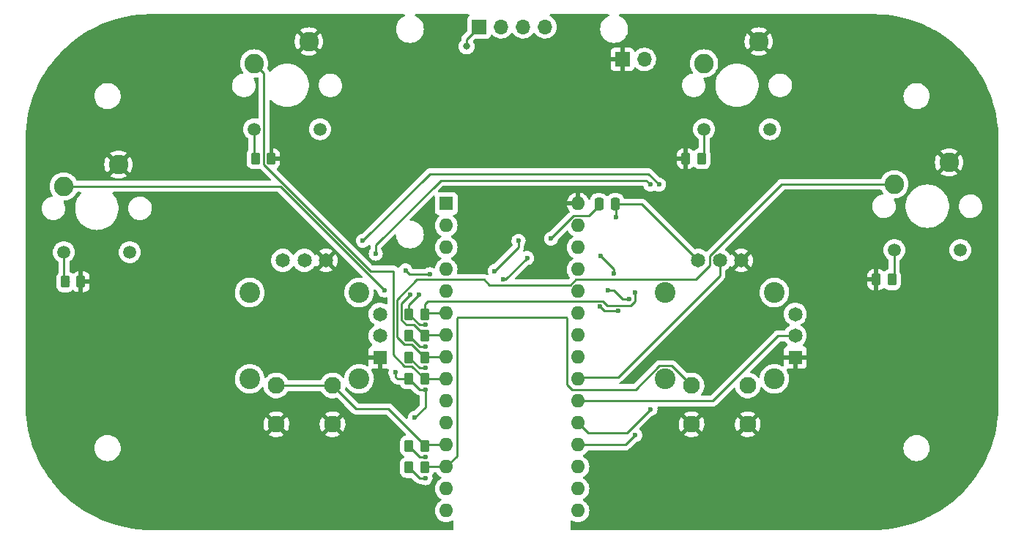
<source format=gtl>
%TF.GenerationSoftware,KiCad,Pcbnew,(6.0.9)*%
%TF.CreationDate,2023-07-24T19:50:02+10:00*%
%TF.ProjectId,Joysticks2.1,4a6f7973-7469-4636-9b73-322e312e6b69,rev?*%
%TF.SameCoordinates,PX3d09000PY568bc30*%
%TF.FileFunction,Copper,L1,Top*%
%TF.FilePolarity,Positive*%
%FSLAX46Y46*%
G04 Gerber Fmt 4.6, Leading zero omitted, Abs format (unit mm)*
G04 Created by KiCad (PCBNEW (6.0.9)) date 2023-07-24 19:50:02*
%MOMM*%
%LPD*%
G01*
G04 APERTURE LIST*
G04 Aperture macros list*
%AMRoundRect*
0 Rectangle with rounded corners*
0 $1 Rounding radius*
0 $2 $3 $4 $5 $6 $7 $8 $9 X,Y pos of 4 corners*
0 Add a 4 corners polygon primitive as box body*
4,1,4,$2,$3,$4,$5,$6,$7,$8,$9,$2,$3,0*
0 Add four circle primitives for the rounded corners*
1,1,$1+$1,$2,$3*
1,1,$1+$1,$4,$5*
1,1,$1+$1,$6,$7*
1,1,$1+$1,$8,$9*
0 Add four rect primitives between the rounded corners*
20,1,$1+$1,$2,$3,$4,$5,0*
20,1,$1+$1,$4,$5,$6,$7,0*
20,1,$1+$1,$6,$7,$8,$9,0*
20,1,$1+$1,$8,$9,$2,$3,0*%
G04 Aperture macros list end*
%TA.AperFunction,ComponentPad*%
%ADD10C,1.950000*%
%TD*%
%TA.AperFunction,ComponentPad*%
%ADD11C,2.400000*%
%TD*%
%TA.AperFunction,ComponentPad*%
%ADD12R,1.650000X1.650000*%
%TD*%
%TA.AperFunction,ComponentPad*%
%ADD13C,1.650000*%
%TD*%
%TA.AperFunction,SMDPad,CuDef*%
%ADD14RoundRect,0.250000X-0.262500X-0.450000X0.262500X-0.450000X0.262500X0.450000X-0.262500X0.450000X0*%
%TD*%
%TA.AperFunction,ComponentPad*%
%ADD15C,1.508000*%
%TD*%
%TA.AperFunction,ComponentPad*%
%ADD16C,2.250000*%
%TD*%
%TA.AperFunction,ComponentPad*%
%ADD17R,1.600000X1.600000*%
%TD*%
%TA.AperFunction,ComponentPad*%
%ADD18O,1.600000X1.600000*%
%TD*%
%TA.AperFunction,SMDPad,CuDef*%
%ADD19RoundRect,0.250000X-0.250000X-0.475000X0.250000X-0.475000X0.250000X0.475000X-0.250000X0.475000X0*%
%TD*%
%TA.AperFunction,ComponentPad*%
%ADD20R,1.700000X1.700000*%
%TD*%
%TA.AperFunction,ComponentPad*%
%ADD21O,1.700000X1.700000*%
%TD*%
%TA.AperFunction,SMDPad,CuDef*%
%ADD22RoundRect,0.250000X0.262500X0.450000X-0.262500X0.450000X-0.262500X-0.450000X0.262500X-0.450000X0*%
%TD*%
%TA.AperFunction,ViaPad*%
%ADD23C,0.600000*%
%TD*%
%TA.AperFunction,ViaPad*%
%ADD24C,0.800000*%
%TD*%
%TA.AperFunction,Conductor*%
%ADD25C,0.250000*%
%TD*%
G04 APERTURE END LIST*
D10*
%TO.P,U1,A*%
%TO.N,Net-(A1-Pad12)*%
X8750000Y-24000000D03*
%TO.P,U1,B*%
X15250000Y-24000000D03*
%TO.P,U1,C*%
%TO.N,+6V*%
X8750000Y-28500000D03*
%TO.P,U1,D*%
X15250000Y-28500000D03*
D11*
%TO.P,U1,S1*%
%TO.N,N/C*%
X18325000Y-13250000D03*
%TO.P,U1,S2*%
X5675000Y-13250000D03*
%TO.P,U1,S3*%
X5675000Y-23250000D03*
%TO.P,U1,S4*%
X18325000Y-23250000D03*
D12*
%TO.P,U1,VR1_1*%
%TO.N,+6V*%
X20730000Y-20750000D03*
D13*
%TO.P,U1,VR1_2*%
%TO.N,Net-(A1-Pad19)*%
X20730000Y-18250000D03*
%TO.P,U1,VR1_3*%
%TO.N,GND*%
X20730000Y-15750000D03*
%TO.P,U1,VR2_1*%
%TO.N,+6V*%
X14500000Y-9520000D03*
%TO.P,U1,VR2_2*%
%TO.N,Net-(A1-Pad20)*%
X12000000Y-9520000D03*
%TO.P,U1,VR2_3*%
%TO.N,GND*%
X9500000Y-9520000D03*
%TD*%
D14*
%TO.P,R2,1*%
%TO.N,Net-(R2-Pad1)*%
X-15662500Y-12000000D03*
%TO.P,R2,2*%
%TO.N,+6V*%
X-13837500Y-12000000D03*
%TD*%
D10*
%TO.P,U11,A*%
%TO.N,Net-(A1-Pad13)*%
X56750000Y-24000000D03*
%TO.P,U11,B*%
X63250000Y-24000000D03*
%TO.P,U11,C*%
%TO.N,+6V*%
X56750000Y-28500000D03*
%TO.P,U11,D*%
X63250000Y-28500000D03*
D11*
%TO.P,U11,S1*%
%TO.N,N/C*%
X66325000Y-13250000D03*
%TO.P,U11,S2*%
X53675000Y-13250000D03*
%TO.P,U11,S3*%
X53675000Y-23250000D03*
%TO.P,U11,S4*%
X66325000Y-23250000D03*
D12*
%TO.P,U11,VR1_1*%
%TO.N,+6V*%
X68730000Y-20750000D03*
D13*
%TO.P,U11,VR1_2*%
%TO.N,Net-(A1-Pad21)*%
X68730000Y-18250000D03*
%TO.P,U11,VR1_3*%
%TO.N,GND*%
X68730000Y-15750000D03*
%TO.P,U11,VR2_1*%
%TO.N,+6V*%
X62500000Y-9520000D03*
%TO.P,U11,VR2_2*%
%TO.N,Net-(A1-Pad22)*%
X60000000Y-9520000D03*
%TO.P,U11,VR2_3*%
%TO.N,GND*%
X57500000Y-9520000D03*
%TD*%
D14*
%TO.P,R8,1*%
%TO.N,GND*%
X24087500Y-23250000D03*
%TO.P,R8,2*%
%TO.N,Net-(A1-Pad9)*%
X25912500Y-23250000D03*
%TD*%
D15*
%TO.P,U2,BR1,A*%
%TO.N,Net-(R1-Pad1)*%
X58190000Y5670000D03*
%TO.P,U2,BR2,K*%
%TO.N,GND*%
X65810000Y5670000D03*
D16*
%TO.P,U2,P$1*%
%TO.N,+6V*%
X64510000Y15830000D03*
%TO.P,U2,P$2*%
%TO.N,Net-(A1-Pad6)*%
X58190000Y13290000D03*
%TD*%
D15*
%TO.P,U3,BR1,A*%
%TO.N,Net-(R2-Pad1)*%
X-15810000Y-8580000D03*
%TO.P,U3,BR2,K*%
%TO.N,GND*%
X-8190000Y-8580000D03*
D16*
%TO.P,U3,P$1*%
%TO.N,+6V*%
X-9490000Y1580000D03*
%TO.P,U3,P$2*%
%TO.N,Net-(A1-Pad7)*%
X-15810000Y-960000D03*
%TD*%
D14*
%TO.P,R14,1*%
%TO.N,GND*%
X24087500Y-33500000D03*
%TO.P,R14,2*%
%TO.N,Net-(A1-Pad13)*%
X25912500Y-33500000D03*
%TD*%
D17*
%TO.P,A1,1,D1/TX*%
%TO.N,unconnected-(A1-Pad1)*%
X28390000Y-2950000D03*
D18*
%TO.P,A1,2,D0/RX*%
%TO.N,unconnected-(A1-Pad2)*%
X28390000Y-5490000D03*
%TO.P,A1,3,~{RESET}*%
%TO.N,unconnected-(A1-Pad3)*%
X28390000Y-8030000D03*
%TO.P,A1,4,GND*%
%TO.N,GND*%
X28390000Y-10570000D03*
%TO.P,A1,5,D2*%
%TO.N,unconnected-(A1-Pad5)*%
X28390000Y-13110000D03*
%TO.P,A1,6,D3*%
%TO.N,Net-(A1-Pad6)*%
X28390000Y-15650000D03*
%TO.P,A1,7,D4*%
%TO.N,Net-(A1-Pad7)*%
X28390000Y-18190000D03*
%TO.P,A1,8,D5*%
%TO.N,Net-(A1-Pad8)*%
X28390000Y-20730000D03*
%TO.P,A1,9,D6*%
%TO.N,Net-(A1-Pad9)*%
X28390000Y-23270000D03*
%TO.P,A1,10,D7*%
%TO.N,Net-(A1-Pad10)*%
X28390000Y-25810000D03*
%TO.P,A1,11,D8*%
%TO.N,Net-(A1-Pad11)*%
X28390000Y-28350000D03*
%TO.P,A1,12,D9*%
%TO.N,Net-(A1-Pad12)*%
X28390000Y-30890000D03*
%TO.P,A1,13,D10*%
%TO.N,Net-(A1-Pad13)*%
X28390000Y-33430000D03*
%TO.P,A1,14,D11*%
%TO.N,Net-(A1-Pad14)*%
X28390000Y-35970000D03*
%TO.P,A1,15,D12*%
%TO.N,Net-(A1-Pad15)*%
X28390000Y-38510000D03*
%TO.P,A1,16,D13*%
%TO.N,Net-(A1-Pad16)*%
X43630000Y-38510000D03*
%TO.P,A1,17,3V3*%
%TO.N,+3.3V*%
X43630000Y-35970000D03*
%TO.P,A1,18,AREF*%
%TO.N,unconnected-(A1-Pad18)*%
X43630000Y-33430000D03*
%TO.P,A1,19,A0*%
%TO.N,Net-(A1-Pad19)*%
X43630000Y-30890000D03*
%TO.P,A1,20,A1*%
%TO.N,Net-(A1-Pad20)*%
X43630000Y-28350000D03*
%TO.P,A1,21,A2*%
%TO.N,Net-(A1-Pad21)*%
X43630000Y-25810000D03*
%TO.P,A1,22,A3*%
%TO.N,Net-(A1-Pad22)*%
X43630000Y-23270000D03*
%TO.P,A1,23,A4*%
%TO.N,/SDA*%
X43630000Y-20730000D03*
%TO.P,A1,24,A5*%
%TO.N,/SCL*%
X43630000Y-18190000D03*
%TO.P,A1,25,A6*%
%TO.N,unconnected-(A1-Pad25)*%
X43630000Y-15650000D03*
%TO.P,A1,26,A7*%
%TO.N,unconnected-(A1-Pad26)*%
X43630000Y-13110000D03*
%TO.P,A1,27,+5V*%
%TO.N,+5V*%
X43630000Y-10570000D03*
%TO.P,A1,28,~{RESET}*%
%TO.N,unconnected-(A1-Pad28)*%
X43630000Y-8030000D03*
%TO.P,A1,29,GND*%
%TO.N,GND*%
X43630000Y-5490000D03*
%TO.P,A1,30,VIN*%
%TO.N,+6V*%
X43630000Y-2950000D03*
%TD*%
D19*
%TO.P,C1,1*%
%TO.N,+3.3V*%
X46050000Y-3000000D03*
%TO.P,C1,2*%
%TO.N,GND*%
X47950000Y-3000000D03*
%TD*%
D14*
%TO.P,R13,1*%
%TO.N,GND*%
X24087500Y-31000000D03*
%TO.P,R13,2*%
%TO.N,Net-(A1-Pad12)*%
X25912500Y-31000000D03*
%TD*%
%TO.P,R4,1*%
%TO.N,Net-(R4-Pad1)*%
X6337500Y2250000D03*
%TO.P,R4,2*%
%TO.N,+6V*%
X8162500Y2250000D03*
%TD*%
D15*
%TO.P,U4,BR1,A*%
%TO.N,Net-(R3-Pad1)*%
X80190000Y-8330000D03*
%TO.P,U4,BR2,K*%
%TO.N,GND*%
X87810000Y-8330000D03*
D16*
%TO.P,U4,P$1*%
%TO.N,+6V*%
X86510000Y1830000D03*
%TO.P,U4,P$2*%
%TO.N,Net-(A1-Pad8)*%
X80190000Y-710000D03*
%TD*%
D15*
%TO.P,U5,BR1,A*%
%TO.N,Net-(R4-Pad1)*%
X6190000Y5670000D03*
%TO.P,U5,BR2,K*%
%TO.N,GND*%
X13810000Y5670000D03*
D16*
%TO.P,U5,P$1*%
%TO.N,+6V*%
X12510000Y15830000D03*
%TO.P,U5,P$2*%
%TO.N,Net-(A1-Pad9)*%
X6190000Y13290000D03*
%TD*%
D14*
%TO.P,R5,1*%
%TO.N,GND*%
X24087500Y-15750000D03*
%TO.P,R5,2*%
%TO.N,Net-(A1-Pad6)*%
X25912500Y-15750000D03*
%TD*%
%TO.P,R6,1*%
%TO.N,GND*%
X24087500Y-18250000D03*
%TO.P,R6,2*%
%TO.N,Net-(A1-Pad7)*%
X25912500Y-18250000D03*
%TD*%
D20*
%TO.P,J1,1,Pin_1*%
%TO.N,+6V*%
X48750000Y13750000D03*
D21*
%TO.P,J1,2,Pin_2*%
%TO.N,GND*%
X51290000Y13750000D03*
%TD*%
D22*
%TO.P,R3,1*%
%TO.N,Net-(R3-Pad1)*%
X79912500Y-11750000D03*
%TO.P,R3,2*%
%TO.N,+6V*%
X78087500Y-11750000D03*
%TD*%
%TO.P,R1,1*%
%TO.N,Net-(R1-Pad1)*%
X57912500Y2250000D03*
%TO.P,R1,2*%
%TO.N,+6V*%
X56087500Y2250000D03*
%TD*%
D14*
%TO.P,R7,1*%
%TO.N,GND*%
X24087500Y-20750000D03*
%TO.P,R7,2*%
%TO.N,Net-(A1-Pad8)*%
X25912500Y-20750000D03*
%TD*%
D20*
%TO.P,J4,1,Pin_1*%
%TO.N,GND*%
X32200000Y17525000D03*
D21*
%TO.P,J4,2,Pin_2*%
%TO.N,+5V*%
X34740000Y17525000D03*
%TO.P,J4,3,Pin_3*%
%TO.N,/SCL*%
X37280000Y17525000D03*
%TO.P,J4,4,Pin_4*%
%TO.N,/SDA*%
X39820000Y17525000D03*
%TD*%
D23*
%TO.N,GND*%
X26000000Y-22000000D03*
X26000000Y-34750000D03*
X22525500Y-22500000D03*
X26000000Y-19500000D03*
X24750000Y-27750000D03*
D24*
X30750000Y15250000D03*
D23*
X26000000Y-17000000D03*
X48000000Y-4500000D03*
X25250000Y-13500000D03*
X26000000Y-24500000D03*
X26000000Y-32250000D03*
%TO.N,Net-(A1-Pad10)*%
X37750000Y-9250000D03*
X35000000Y-11750000D03*
%TO.N,Net-(A1-Pad11)*%
X36750000Y-7250000D03*
X34000000Y-10750000D03*
%TO.N,Net-(A1-Pad16)*%
X49533118Y-14033118D03*
X47125500Y-13000000D03*
%TO.N,+3.3V*%
X46138411Y-14888411D03*
X40500000Y-7000000D03*
X48250000Y-15374500D03*
X46250000Y-9000000D03*
X47750000Y-11000000D03*
%TO.N,Net-(A1-Pad6)*%
X50250000Y-13250000D03*
%TO.N,Net-(A1-Pad7)*%
X26500000Y-11125500D03*
X24242915Y-13500000D03*
X21250000Y-13000000D03*
X23683411Y-10683411D03*
%TO.N,Net-(A1-Pad19)*%
X20250000Y-8750000D03*
X50250000Y-29750000D03*
X52000000Y-750000D03*
%TO.N,Net-(A1-Pad20)*%
X18750000Y-7250000D03*
X53000000Y-750000D03*
X52000000Y-26750000D03*
%TD*%
D25*
%TO.N,GND*%
X26000000Y-17000000D02*
X25337500Y-17000000D01*
X50980000Y-3000000D02*
X57500000Y-9520000D01*
X26000000Y-24500000D02*
X26000000Y-26500000D01*
X48000000Y-4500000D02*
X48000000Y-3050000D01*
X25337500Y-32250000D02*
X24087500Y-31000000D01*
X30750000Y16075000D02*
X30750000Y15250000D01*
X26000000Y-24500000D02*
X25337500Y-24500000D01*
X25337500Y-24500000D02*
X24087500Y-23250000D01*
X26000000Y-26500000D02*
X24750000Y-27750000D01*
X47950000Y-3000000D02*
X50980000Y-3000000D01*
X48000000Y-3050000D02*
X47950000Y-3000000D01*
X26000000Y-32250000D02*
X25337500Y-32250000D01*
X25337500Y-22000000D02*
X24087500Y-20750000D01*
X25337500Y-19500000D02*
X24087500Y-18250000D01*
X22750000Y-23250000D02*
X24087500Y-23250000D01*
X32200000Y17525000D02*
X30750000Y16075000D01*
X25250000Y-13500000D02*
X24087500Y-14662500D01*
X24087500Y-14662500D02*
X24087500Y-15750000D01*
X26000000Y-22000000D02*
X25337500Y-22000000D01*
X22525500Y-23025500D02*
X22750000Y-23250000D01*
X25337500Y-17000000D02*
X24087500Y-15750000D01*
X25337500Y-34750000D02*
X24087500Y-33500000D01*
X22525500Y-22500000D02*
X22525500Y-23025500D01*
X26000000Y-34750000D02*
X25337500Y-34750000D01*
X26000000Y-19500000D02*
X25337500Y-19500000D01*
%TO.N,Net-(A1-Pad10)*%
X35250000Y-11750000D02*
X35000000Y-11750000D01*
X37750000Y-9250000D02*
X35250000Y-11750000D01*
%TO.N,Net-(A1-Pad11)*%
X36750000Y-7250000D02*
X36750000Y-8000000D01*
X36750000Y-8000000D02*
X34000000Y-10750000D01*
%TO.N,Net-(A1-Pad12)*%
X28390000Y-30890000D02*
X26022500Y-30890000D01*
X21725000Y-26725000D02*
X26000000Y-31000000D01*
X8750000Y-24000000D02*
X15250000Y-24000000D01*
X17975000Y-26725000D02*
X21725000Y-26725000D01*
X15250000Y-24000000D02*
X17975000Y-26725000D01*
%TO.N,Net-(A1-Pad13)*%
X56750000Y-24000000D02*
X54475000Y-21725000D01*
X42375000Y-16198223D02*
X42301777Y-16125000D01*
X29625000Y-32195000D02*
X28390000Y-33430000D01*
X29625000Y-16198223D02*
X29625000Y-32195000D01*
X50268324Y-24500000D02*
X42979009Y-24500000D01*
X29698223Y-16125000D02*
X29625000Y-16198223D01*
X28390000Y-33430000D02*
X25982500Y-33430000D01*
X25982500Y-33430000D02*
X25912500Y-33500000D01*
X54475000Y-21725000D02*
X53043324Y-21725000D01*
X53043324Y-21725000D02*
X50268324Y-24500000D01*
X42979009Y-24500000D02*
X42375000Y-23895991D01*
X42375000Y-23895991D02*
X42375000Y-16198223D01*
X42301777Y-16125000D02*
X29698223Y-16125000D01*
%TO.N,Net-(A1-Pad16)*%
X48783118Y-14033118D02*
X49533118Y-14033118D01*
X47750000Y-13000000D02*
X48783118Y-14033118D01*
X47125500Y-13000000D02*
X47750000Y-13000000D01*
%TO.N,+3.3V*%
X46138411Y-14888411D02*
X46624500Y-15374500D01*
X46624500Y-15374500D02*
X48250000Y-15374500D01*
X47750000Y-11000000D02*
X47750000Y-10500000D01*
X47750000Y-10500000D02*
X46250000Y-9000000D01*
X46050000Y-3200000D02*
X44885000Y-4365000D01*
X43135000Y-4365000D02*
X40500000Y-7000000D01*
X44885000Y-4365000D02*
X43135000Y-4365000D01*
%TO.N,Net-(A1-Pad6)*%
X25912500Y-15750000D02*
X25912500Y-14587500D01*
X25912500Y-14587500D02*
X26250000Y-14250000D01*
X47000000Y-14750000D02*
X49750000Y-14750000D01*
X28390000Y-15650000D02*
X26012500Y-15650000D01*
X49750000Y-14750000D02*
X50250000Y-14250000D01*
X26250000Y-14250000D02*
X46500000Y-14250000D01*
X26012500Y-15650000D02*
X25912500Y-15750000D01*
X50250000Y-14250000D02*
X50250000Y-13250000D01*
X46500000Y-14250000D02*
X47000000Y-14750000D01*
%TO.N,Net-(A1-Pad7)*%
X23775000Y-17000000D02*
X24662500Y-17000000D01*
X24662500Y-17000000D02*
X25912500Y-18250000D01*
X-15810000Y-960000D02*
X9210000Y-960000D01*
X23250000Y-14500000D02*
X23250000Y-16475000D01*
X24125500Y-11125500D02*
X26500000Y-11125500D01*
X9210000Y-960000D02*
X21250000Y-13000000D01*
X23250000Y-16475000D02*
X23775000Y-17000000D01*
X23683411Y-10683411D02*
X24125500Y-11125500D01*
X24242915Y-13500000D02*
X24242915Y-13507085D01*
X28390000Y-18190000D02*
X25972500Y-18190000D01*
X24242915Y-13507085D02*
X23250000Y-14500000D01*
%TO.N,Net-(A1-Pad8)*%
X24437500Y-19275000D02*
X23586827Y-19275000D01*
X25932500Y-20730000D02*
X25912500Y-20750000D01*
X25000000Y-11750000D02*
X32750000Y-11750000D01*
X33375000Y-12375000D02*
X42774009Y-12375000D01*
X22700000Y-18388173D02*
X22700000Y-14050000D01*
X58850000Y-10150000D02*
X58850000Y-9043654D01*
X28390000Y-20730000D02*
X25932500Y-20730000D01*
X58850000Y-9043654D02*
X67183654Y-710000D01*
X23586827Y-19275000D02*
X22700000Y-18388173D01*
X57275000Y-11725000D02*
X58850000Y-10150000D01*
X32750000Y-11750000D02*
X33375000Y-12375000D01*
X42774009Y-12375000D02*
X43399009Y-11750000D01*
X22700000Y-14050000D02*
X25000000Y-11750000D01*
X67183654Y-710000D02*
X80190000Y-710000D01*
X43399009Y-11750000D02*
X53018324Y-11750000D01*
X53018324Y-11750000D02*
X53043324Y-11725000D01*
X53043324Y-11725000D02*
X57275000Y-11725000D01*
X25912500Y-20750000D02*
X24437500Y-19275000D01*
%TO.N,Net-(A1-Pad9)*%
X7325000Y1561827D02*
X7325000Y12155000D01*
X22250000Y-10750000D02*
X19636827Y-10750000D01*
X19636827Y-10750000D02*
X7325000Y1561827D01*
X25932500Y-23270000D02*
X25912500Y-23250000D01*
X24437500Y-21775000D02*
X23586827Y-21775000D01*
X7325000Y12155000D02*
X6190000Y13290000D01*
X22250000Y-20438173D02*
X22250000Y-10750000D01*
X25912500Y-23250000D02*
X24437500Y-21775000D01*
X23586827Y-21775000D02*
X22250000Y-20438173D01*
X28390000Y-23270000D02*
X25932500Y-23270000D01*
%TO.N,Net-(A1-Pad19)*%
X49110000Y-30890000D02*
X43630000Y-30890000D01*
X51500000Y-250000D02*
X27750000Y-250000D01*
X50250000Y-29750000D02*
X49110000Y-30890000D01*
X27750000Y-250000D02*
X20250000Y-7750000D01*
X52000000Y-750000D02*
X51500000Y-250000D01*
X20250000Y-7750000D02*
X20250000Y-8750000D01*
%TO.N,Net-(A1-Pad20)*%
X49250000Y-29500000D02*
X44780000Y-29500000D01*
X52000000Y-26750000D02*
X49250000Y-29500000D01*
X51750000Y500000D02*
X26500000Y500000D01*
X53000000Y-750000D02*
X51750000Y500000D01*
X26500000Y500000D02*
X18750000Y-7250000D01*
X44780000Y-29500000D02*
X43630000Y-28350000D01*
%TO.N,Net-(A1-Pad21)*%
X43630000Y-25810000D02*
X59190000Y-25810000D01*
X59190000Y-25810000D02*
X66750000Y-18250000D01*
X66750000Y-18250000D02*
X68730000Y-18250000D01*
%TO.N,Net-(A1-Pad22)*%
X43875000Y-23025000D02*
X43630000Y-23270000D01*
X60000000Y-11270000D02*
X48245000Y-23025000D01*
X60000000Y-9520000D02*
X60000000Y-11270000D01*
X48245000Y-23025000D02*
X43875000Y-23025000D01*
%TO.N,Net-(R1-Pad1)*%
X58190000Y2930000D02*
X57510000Y2250000D01*
X58190000Y5670000D02*
X58190000Y2930000D01*
%TO.N,Net-(R2-Pad1)*%
X-15810000Y-11450000D02*
X-15260000Y-12000000D01*
X-15810000Y-8580000D02*
X-15810000Y-11450000D01*
%TO.N,Net-(R3-Pad1)*%
X80190000Y-11070000D02*
X80190000Y-8330000D01*
X79510000Y-11750000D02*
X80190000Y-11070000D01*
%TO.N,Net-(R4-Pad1)*%
X6190000Y2800000D02*
X6740000Y2250000D01*
X6190000Y5670000D02*
X6190000Y2800000D01*
%TD*%
%TA.AperFunction,Conductor*%
%TO.N,+6V*%
G36*
X23575460Y18971498D02*
G01*
X23621953Y18917842D01*
X23632057Y18847568D01*
X23602563Y18782988D01*
X23555558Y18749091D01*
X23529411Y18738261D01*
X23472072Y18714511D01*
X23472068Y18714509D01*
X23467498Y18712616D01*
X23251624Y18580328D01*
X23059102Y18415898D01*
X22894672Y18223376D01*
X22762384Y18007502D01*
X22760491Y18002932D01*
X22760489Y18002928D01*
X22683507Y17817077D01*
X22665495Y17773591D01*
X22646208Y17693254D01*
X22616798Y17570750D01*
X22606391Y17527403D01*
X22586526Y17275000D01*
X22606391Y17022597D01*
X22607545Y17017790D01*
X22607546Y17017784D01*
X22633331Y16910384D01*
X22665495Y16776409D01*
X22667388Y16771838D01*
X22667389Y16771836D01*
X22758837Y16551062D01*
X22762384Y16542498D01*
X22894672Y16326624D01*
X23059102Y16134102D01*
X23251624Y15969672D01*
X23467498Y15837384D01*
X23472068Y15835491D01*
X23472072Y15835489D01*
X23696836Y15742389D01*
X23701409Y15740495D01*
X23786032Y15720179D01*
X23942784Y15682546D01*
X23942790Y15682545D01*
X23947597Y15681391D01*
X24200000Y15661526D01*
X24452403Y15681391D01*
X24457210Y15682545D01*
X24457216Y15682546D01*
X24613968Y15720179D01*
X24698591Y15740495D01*
X24703164Y15742389D01*
X24927928Y15835489D01*
X24927932Y15835491D01*
X24932502Y15837384D01*
X25148376Y15969672D01*
X25340898Y16134102D01*
X25505328Y16326624D01*
X25637616Y16542498D01*
X25641164Y16551062D01*
X25732611Y16771836D01*
X25732612Y16771838D01*
X25734505Y16776409D01*
X25766669Y16910384D01*
X25792454Y17017784D01*
X25792455Y17017790D01*
X25793609Y17022597D01*
X25813474Y17275000D01*
X25793609Y17527403D01*
X25783203Y17570750D01*
X25753792Y17693254D01*
X25734505Y17773591D01*
X25716493Y17817077D01*
X25639511Y18002928D01*
X25639509Y18002932D01*
X25637616Y18007502D01*
X25505328Y18223376D01*
X25340898Y18415898D01*
X25148376Y18580328D01*
X24932502Y18712616D01*
X24927932Y18714509D01*
X24927928Y18714511D01*
X24870589Y18738261D01*
X24844443Y18749091D01*
X24789162Y18793639D01*
X24766741Y18861002D01*
X24784299Y18929794D01*
X24836261Y18978172D01*
X24892661Y18991500D01*
X30946417Y18991500D01*
X31014538Y18971498D01*
X31061031Y18917842D01*
X31071135Y18847568D01*
X31041641Y18782988D01*
X31021983Y18764675D01*
X30986739Y18738261D01*
X30899385Y18621705D01*
X30848255Y18485316D01*
X30841500Y18423134D01*
X30841500Y17114595D01*
X30821498Y17046474D01*
X30804595Y17025500D01*
X30357747Y16578652D01*
X30349461Y16571112D01*
X30342982Y16567000D01*
X30337557Y16561223D01*
X30296357Y16517349D01*
X30293602Y16514507D01*
X30273865Y16494770D01*
X30271385Y16491573D01*
X30263682Y16482553D01*
X30233414Y16450321D01*
X30229595Y16443375D01*
X30229593Y16443372D01*
X30223652Y16432566D01*
X30212801Y16416047D01*
X30200386Y16400041D01*
X30197241Y16392772D01*
X30197238Y16392768D01*
X30182826Y16359463D01*
X30177609Y16348813D01*
X30156305Y16310060D01*
X30154334Y16302385D01*
X30154334Y16302384D01*
X30151267Y16290438D01*
X30144863Y16271734D01*
X30136819Y16253145D01*
X30135580Y16245322D01*
X30135577Y16245312D01*
X30129901Y16209476D01*
X30127495Y16197856D01*
X30119540Y16166869D01*
X30116500Y16155030D01*
X30116500Y16134776D01*
X30114949Y16115066D01*
X30111780Y16095057D01*
X30112526Y16087165D01*
X30115941Y16051039D01*
X30116500Y16039181D01*
X30116500Y15952524D01*
X30096498Y15884403D01*
X30084142Y15868221D01*
X30010960Y15786944D01*
X29915473Y15621556D01*
X29856458Y15439928D01*
X29855768Y15433367D01*
X29855768Y15433365D01*
X29837186Y15256565D01*
X29836496Y15250000D01*
X29837186Y15243435D01*
X29855537Y15068839D01*
X29856458Y15060072D01*
X29915473Y14878444D01*
X29918776Y14872722D01*
X29918777Y14872721D01*
X29929788Y14853649D01*
X30010960Y14713056D01*
X30015378Y14708149D01*
X30015379Y14708148D01*
X30098695Y14615616D01*
X30138747Y14571134D01*
X30293248Y14458882D01*
X30299276Y14456198D01*
X30299278Y14456197D01*
X30449285Y14389410D01*
X30467712Y14381206D01*
X30561113Y14361353D01*
X30648056Y14342872D01*
X30648061Y14342872D01*
X30654513Y14341500D01*
X30845487Y14341500D01*
X30851939Y14342872D01*
X30851944Y14342872D01*
X30938887Y14361353D01*
X31032288Y14381206D01*
X31050715Y14389410D01*
X31200722Y14456197D01*
X31200724Y14456198D01*
X31206752Y14458882D01*
X31361253Y14571134D01*
X31401305Y14615616D01*
X31484621Y14708148D01*
X31484622Y14708149D01*
X31489040Y14713056D01*
X31570212Y14853649D01*
X31581223Y14872721D01*
X31581224Y14872722D01*
X31584527Y14878444D01*
X31643542Y15060072D01*
X31644464Y15068839D01*
X31662814Y15243435D01*
X31663504Y15250000D01*
X31662814Y15256565D01*
X31644232Y15433365D01*
X31644232Y15433367D01*
X31643542Y15439928D01*
X31584527Y15621556D01*
X31549981Y15681391D01*
X31489362Y15786387D01*
X31472624Y15855382D01*
X31495845Y15922474D01*
X31509386Y15938482D01*
X31700499Y16129595D01*
X31762811Y16163621D01*
X31789594Y16166500D01*
X33098134Y16166500D01*
X33160316Y16173255D01*
X33296705Y16224385D01*
X33413261Y16311739D01*
X33500615Y16428295D01*
X33524364Y16491644D01*
X33544598Y16545618D01*
X33587240Y16602382D01*
X33653802Y16627082D01*
X33723150Y16611874D01*
X33757817Y16583886D01*
X33786250Y16551062D01*
X33958126Y16408368D01*
X34151000Y16295662D01*
X34155825Y16293820D01*
X34155826Y16293819D01*
X34213661Y16271734D01*
X34359692Y16215970D01*
X34364760Y16214939D01*
X34364763Y16214938D01*
X34465028Y16194539D01*
X34578597Y16171433D01*
X34583772Y16171243D01*
X34583774Y16171243D01*
X34796673Y16163436D01*
X34796677Y16163436D01*
X34801837Y16163247D01*
X34806957Y16163903D01*
X34806959Y16163903D01*
X35018288Y16190975D01*
X35018289Y16190975D01*
X35023416Y16191632D01*
X35032669Y16194408D01*
X35232429Y16254339D01*
X35232434Y16254341D01*
X35237384Y16255826D01*
X35437994Y16354104D01*
X35619860Y16483827D01*
X35627705Y16491644D01*
X35774435Y16637863D01*
X35778096Y16641511D01*
X35871744Y16771836D01*
X35908453Y16822923D01*
X35909776Y16821972D01*
X35956645Y16865143D01*
X36026580Y16877375D01*
X36092026Y16849856D01*
X36119875Y16818006D01*
X36179987Y16719912D01*
X36326250Y16551062D01*
X36498126Y16408368D01*
X36691000Y16295662D01*
X36695825Y16293820D01*
X36695826Y16293819D01*
X36753661Y16271734D01*
X36899692Y16215970D01*
X36904760Y16214939D01*
X36904763Y16214938D01*
X37005028Y16194539D01*
X37118597Y16171433D01*
X37123772Y16171243D01*
X37123774Y16171243D01*
X37336673Y16163436D01*
X37336677Y16163436D01*
X37341837Y16163247D01*
X37346957Y16163903D01*
X37346959Y16163903D01*
X37558288Y16190975D01*
X37558289Y16190975D01*
X37563416Y16191632D01*
X37572669Y16194408D01*
X37772429Y16254339D01*
X37772434Y16254341D01*
X37777384Y16255826D01*
X37977994Y16354104D01*
X38159860Y16483827D01*
X38167705Y16491644D01*
X38314435Y16637863D01*
X38318096Y16641511D01*
X38411744Y16771836D01*
X38448453Y16822923D01*
X38449776Y16821972D01*
X38496645Y16865143D01*
X38566580Y16877375D01*
X38632026Y16849856D01*
X38659875Y16818006D01*
X38719987Y16719912D01*
X38866250Y16551062D01*
X39038126Y16408368D01*
X39231000Y16295662D01*
X39235825Y16293820D01*
X39235826Y16293819D01*
X39293661Y16271734D01*
X39439692Y16215970D01*
X39444760Y16214939D01*
X39444763Y16214938D01*
X39545028Y16194539D01*
X39658597Y16171433D01*
X39663772Y16171243D01*
X39663774Y16171243D01*
X39876673Y16163436D01*
X39876677Y16163436D01*
X39881837Y16163247D01*
X39886957Y16163903D01*
X39886959Y16163903D01*
X40098288Y16190975D01*
X40098289Y16190975D01*
X40103416Y16191632D01*
X40112669Y16194408D01*
X40312429Y16254339D01*
X40312434Y16254341D01*
X40317384Y16255826D01*
X40517994Y16354104D01*
X40699860Y16483827D01*
X40707705Y16491644D01*
X40854435Y16637863D01*
X40858096Y16641511D01*
X40951744Y16771836D01*
X40985435Y16818723D01*
X40988453Y16822923D01*
X41005170Y16856746D01*
X41085136Y17018547D01*
X41085137Y17018549D01*
X41087430Y17023189D01*
X41152370Y17236931D01*
X41181529Y17458410D01*
X41181755Y17467662D01*
X41183074Y17521635D01*
X41183074Y17521639D01*
X41183156Y17525000D01*
X41164852Y17747639D01*
X41110431Y17964298D01*
X41021354Y18169160D01*
X40919302Y18326909D01*
X40902822Y18352383D01*
X40902820Y18352386D01*
X40900014Y18356723D01*
X40749670Y18521949D01*
X40745619Y18525148D01*
X40745615Y18525152D01*
X40578414Y18657200D01*
X40578410Y18657202D01*
X40574359Y18660402D01*
X40537260Y18680882D01*
X40402648Y18755191D01*
X40352677Y18805624D01*
X40337905Y18875067D01*
X40363021Y18941472D01*
X40420052Y18983757D01*
X40463541Y18991500D01*
X47107339Y18991500D01*
X47175460Y18971498D01*
X47221953Y18917842D01*
X47232057Y18847568D01*
X47202563Y18782988D01*
X47155558Y18749091D01*
X47129411Y18738261D01*
X47072072Y18714511D01*
X47072068Y18714509D01*
X47067498Y18712616D01*
X46851624Y18580328D01*
X46659102Y18415898D01*
X46494672Y18223376D01*
X46362384Y18007502D01*
X46360491Y18002932D01*
X46360489Y18002928D01*
X46283507Y17817077D01*
X46265495Y17773591D01*
X46246208Y17693254D01*
X46216798Y17570750D01*
X46206391Y17527403D01*
X46186526Y17275000D01*
X46206391Y17022597D01*
X46207545Y17017790D01*
X46207546Y17017784D01*
X46233331Y16910384D01*
X46265495Y16776409D01*
X46267388Y16771838D01*
X46267389Y16771836D01*
X46358837Y16551062D01*
X46362384Y16542498D01*
X46494672Y16326624D01*
X46659102Y16134102D01*
X46851624Y15969672D01*
X47067498Y15837384D01*
X47072068Y15835491D01*
X47072072Y15835489D01*
X47296836Y15742389D01*
X47301409Y15740495D01*
X47386032Y15720179D01*
X47542784Y15682546D01*
X47542790Y15682545D01*
X47547597Y15681391D01*
X47800000Y15661526D01*
X48052403Y15681391D01*
X48057210Y15682545D01*
X48057216Y15682546D01*
X48213968Y15720179D01*
X48298591Y15740495D01*
X48303164Y15742389D01*
X48502774Y15825070D01*
X62872338Y15825070D01*
X62891729Y15578687D01*
X62893272Y15568940D01*
X62950967Y15328627D01*
X62954016Y15319242D01*
X63048592Y15090915D01*
X63053073Y15082121D01*
X63179340Y14876072D01*
X63187401Y14870810D01*
X63197607Y14876817D01*
X64137978Y15817188D01*
X64144356Y15828868D01*
X64874408Y15828868D01*
X64874539Y15827035D01*
X64878790Y15820420D01*
X65820934Y14878276D01*
X65834471Y14870884D01*
X65839740Y14874570D01*
X65966927Y15082121D01*
X65971408Y15090915D01*
X66065984Y15319242D01*
X66069033Y15328627D01*
X66126728Y15568940D01*
X66128271Y15578687D01*
X66147662Y15825070D01*
X66147662Y15834930D01*
X66128271Y16081313D01*
X66126728Y16091060D01*
X66069033Y16331373D01*
X66065984Y16340758D01*
X65971408Y16569085D01*
X65966927Y16577879D01*
X65840660Y16783928D01*
X65832599Y16789190D01*
X65822393Y16783183D01*
X64882022Y15842812D01*
X64874408Y15828868D01*
X64144356Y15828868D01*
X64145592Y15831132D01*
X64145461Y15832965D01*
X64141210Y15839580D01*
X63199066Y16781724D01*
X63185529Y16789116D01*
X63180260Y16785430D01*
X63053073Y16577879D01*
X63048592Y16569085D01*
X62954016Y16340758D01*
X62950967Y16331373D01*
X62893272Y16091060D01*
X62891729Y16081313D01*
X62872338Y15834930D01*
X62872338Y15825070D01*
X48502774Y15825070D01*
X48527928Y15835489D01*
X48527932Y15835491D01*
X48532502Y15837384D01*
X48748376Y15969672D01*
X48940898Y16134102D01*
X49105328Y16326624D01*
X49237616Y16542498D01*
X49241164Y16551062D01*
X49332611Y16771836D01*
X49332612Y16771838D01*
X49334505Y16776409D01*
X49366669Y16910384D01*
X49392454Y17017784D01*
X49392455Y17017790D01*
X49393609Y17022597D01*
X49403841Y17152599D01*
X63550810Y17152599D01*
X63556817Y17142393D01*
X64497188Y16202022D01*
X64511132Y16194408D01*
X64512965Y16194539D01*
X64519580Y16198790D01*
X65461724Y17140934D01*
X65469116Y17154471D01*
X65465430Y17159740D01*
X65257879Y17286927D01*
X65249085Y17291408D01*
X65020758Y17385984D01*
X65011373Y17389033D01*
X64771060Y17446728D01*
X64761313Y17448271D01*
X64514930Y17467662D01*
X64505070Y17467662D01*
X64258687Y17448271D01*
X64248940Y17446728D01*
X64008627Y17389033D01*
X63999242Y17385984D01*
X63770915Y17291408D01*
X63762121Y17286927D01*
X63556072Y17160660D01*
X63550810Y17152599D01*
X49403841Y17152599D01*
X49413474Y17275000D01*
X49393609Y17527403D01*
X49383203Y17570750D01*
X49353792Y17693254D01*
X49334505Y17773591D01*
X49316493Y17817077D01*
X49239511Y18002928D01*
X49239509Y18002932D01*
X49237616Y18007502D01*
X49105328Y18223376D01*
X48940898Y18415898D01*
X48748376Y18580328D01*
X48532502Y18712616D01*
X48527932Y18714509D01*
X48527928Y18714511D01*
X48470589Y18738261D01*
X48444443Y18749091D01*
X48389162Y18793639D01*
X48366741Y18861002D01*
X48384299Y18929794D01*
X48436261Y18978172D01*
X48492661Y18991500D01*
X77700633Y18991500D01*
X77720018Y18990000D01*
X77734851Y18987690D01*
X77734855Y18987690D01*
X77743724Y18986309D01*
X77768272Y18989519D01*
X77787793Y18990543D01*
X78480822Y18972980D01*
X78487159Y18972658D01*
X78943127Y18937935D01*
X79212899Y18917391D01*
X79219250Y18916745D01*
X79941236Y18824794D01*
X79947546Y18823828D01*
X80663975Y18695421D01*
X80670228Y18694136D01*
X81379237Y18529608D01*
X81385380Y18528018D01*
X82085196Y18327775D01*
X82091231Y18325880D01*
X82772935Y18092867D01*
X82779946Y18090470D01*
X82785933Y18088253D01*
X83461838Y17818263D01*
X83467704Y17815746D01*
X84129075Y17511865D01*
X84134806Y17509053D01*
X84779927Y17172070D01*
X84785498Y17168978D01*
X84865457Y17121909D01*
X85412729Y16799748D01*
X85418147Y16796371D01*
X86025861Y16395854D01*
X86031100Y16392208D01*
X86617757Y15961419D01*
X86622806Y15957511D01*
X86712466Y15884403D01*
X87186913Y15497541D01*
X87191720Y15493415D01*
X87678834Y15053324D01*
X87731802Y15005469D01*
X87736429Y15001070D01*
X88251070Y14486429D01*
X88255469Y14481802D01*
X88743415Y13941720D01*
X88747541Y13936913D01*
X88951515Y13686760D01*
X89207511Y13372806D01*
X89211419Y13367757D01*
X89642208Y12781100D01*
X89645854Y12775861D01*
X90046371Y12168147D01*
X90049748Y12162729D01*
X90255090Y11813904D01*
X90406117Y11557347D01*
X90418972Y11535509D01*
X90422070Y11529927D01*
X90759053Y10884806D01*
X90761865Y10879075D01*
X91065746Y10217704D01*
X91068263Y10211838D01*
X91338253Y9535933D01*
X91340470Y9529946D01*
X91549060Y8919698D01*
X91575877Y8841241D01*
X91577775Y8835196D01*
X91778018Y8135380D01*
X91779608Y8129237D01*
X91944136Y7420228D01*
X91945421Y7413975D01*
X92073828Y6697546D01*
X92074794Y6691236D01*
X92166745Y5969250D01*
X92167391Y5962899D01*
X92173355Y5884589D01*
X92222658Y5237159D01*
X92222980Y5230822D01*
X92232593Y4851485D01*
X92240349Y4545424D01*
X92238889Y4522846D01*
X92237690Y4515149D01*
X92237690Y4515144D01*
X92236309Y4506276D01*
X92237473Y4497374D01*
X92237473Y4497372D01*
X92240436Y4474717D01*
X92241500Y4458379D01*
X92241500Y-26200633D01*
X92240000Y-26220018D01*
X92237690Y-26234851D01*
X92237690Y-26234855D01*
X92236309Y-26243724D01*
X92239519Y-26268266D01*
X92240543Y-26287793D01*
X92223172Y-26973286D01*
X92222981Y-26980804D01*
X92222658Y-26987159D01*
X92194115Y-27361980D01*
X92167391Y-27712899D01*
X92166745Y-27719250D01*
X92074794Y-28441236D01*
X92073828Y-28447546D01*
X91945421Y-29163975D01*
X91944136Y-29170228D01*
X91779608Y-29879237D01*
X91778018Y-29885380D01*
X91577775Y-30585196D01*
X91575880Y-30591231D01*
X91508890Y-30787218D01*
X91340470Y-31279946D01*
X91338253Y-31285933D01*
X91068263Y-31961838D01*
X91065746Y-31967704D01*
X90761865Y-32629075D01*
X90759053Y-32634806D01*
X90422070Y-33279927D01*
X90418972Y-33285509D01*
X90049748Y-33912729D01*
X90046371Y-33918147D01*
X89645854Y-34525861D01*
X89642208Y-34531100D01*
X89211419Y-35117757D01*
X89207511Y-35122806D01*
X89141597Y-35203643D01*
X88747541Y-35686913D01*
X88743415Y-35691720D01*
X88290880Y-36192607D01*
X88255469Y-36231802D01*
X88251070Y-36236429D01*
X87736429Y-36751070D01*
X87731802Y-36755469D01*
X87191720Y-37243415D01*
X87186913Y-37247541D01*
X86872635Y-37503802D01*
X86622806Y-37707511D01*
X86617757Y-37711419D01*
X86031100Y-38142208D01*
X86025861Y-38145854D01*
X85418147Y-38546371D01*
X85412729Y-38549748D01*
X85139996Y-38710297D01*
X84785498Y-38918978D01*
X84779927Y-38922070D01*
X84134806Y-39259053D01*
X84129075Y-39261865D01*
X83467704Y-39565746D01*
X83461838Y-39568263D01*
X82785933Y-39838253D01*
X82779946Y-39840470D01*
X82091231Y-40075880D01*
X82085196Y-40077775D01*
X81385380Y-40278018D01*
X81379237Y-40279608D01*
X80670228Y-40444136D01*
X80663975Y-40445421D01*
X79947546Y-40573828D01*
X79941236Y-40574794D01*
X79219250Y-40666745D01*
X79212899Y-40667391D01*
X78943127Y-40687935D01*
X78487159Y-40722658D01*
X78480822Y-40722980D01*
X78032105Y-40734351D01*
X77795424Y-40740349D01*
X77772846Y-40738889D01*
X77765149Y-40737690D01*
X77765144Y-40737690D01*
X77756276Y-40736309D01*
X77747374Y-40737473D01*
X77747372Y-40737473D01*
X77732323Y-40739441D01*
X77724714Y-40740436D01*
X77708379Y-40741500D01*
X42884500Y-40741500D01*
X42816379Y-40721498D01*
X42769886Y-40667842D01*
X42758500Y-40615500D01*
X42758500Y-39739197D01*
X42778502Y-39671076D01*
X42832158Y-39624583D01*
X42902432Y-39614479D01*
X42956769Y-39635983D01*
X42968738Y-39644364D01*
X42968747Y-39644369D01*
X42973251Y-39647523D01*
X42978233Y-39649846D01*
X42978238Y-39649849D01*
X43169848Y-39739197D01*
X43180757Y-39744284D01*
X43186065Y-39745706D01*
X43186067Y-39745707D01*
X43396598Y-39802119D01*
X43396600Y-39802119D01*
X43401913Y-39803543D01*
X43630000Y-39823498D01*
X43858087Y-39803543D01*
X43863400Y-39802119D01*
X43863402Y-39802119D01*
X44073933Y-39745707D01*
X44073935Y-39745706D01*
X44079243Y-39744284D01*
X44090152Y-39739197D01*
X44281762Y-39649849D01*
X44281767Y-39649846D01*
X44286749Y-39647523D01*
X44399944Y-39568263D01*
X44469789Y-39519357D01*
X44469792Y-39519355D01*
X44474300Y-39516198D01*
X44636198Y-39354300D01*
X44767523Y-39166749D01*
X44769846Y-39161767D01*
X44769849Y-39161762D01*
X44861961Y-38964225D01*
X44861961Y-38964224D01*
X44864284Y-38959243D01*
X44923543Y-38738087D01*
X44943498Y-38510000D01*
X44923543Y-38281913D01*
X44922119Y-38276598D01*
X44865707Y-38066067D01*
X44865706Y-38066065D01*
X44864284Y-38060757D01*
X44861961Y-38055775D01*
X44769849Y-37858238D01*
X44769846Y-37858233D01*
X44767523Y-37853251D01*
X44666886Y-37709527D01*
X44639357Y-37670211D01*
X44639355Y-37670208D01*
X44636198Y-37665700D01*
X44474300Y-37503802D01*
X44469792Y-37500645D01*
X44469789Y-37500643D01*
X44391611Y-37445902D01*
X44286749Y-37372477D01*
X44281767Y-37370154D01*
X44281762Y-37370151D01*
X44247543Y-37354195D01*
X44194258Y-37307278D01*
X44174797Y-37239001D01*
X44195339Y-37171041D01*
X44247543Y-37125805D01*
X44281762Y-37109849D01*
X44281767Y-37109846D01*
X44286749Y-37107523D01*
X44391611Y-37034098D01*
X44469789Y-36979357D01*
X44469792Y-36979355D01*
X44474300Y-36976198D01*
X44636198Y-36814300D01*
X44767523Y-36626749D01*
X44769846Y-36621767D01*
X44769849Y-36621762D01*
X44861961Y-36424225D01*
X44861961Y-36424224D01*
X44864284Y-36419243D01*
X44923543Y-36198087D01*
X44943498Y-35970000D01*
X44923543Y-35741913D01*
X44910099Y-35691738D01*
X44865707Y-35526067D01*
X44865706Y-35526065D01*
X44864284Y-35520757D01*
X44850495Y-35491186D01*
X44769849Y-35318238D01*
X44769846Y-35318233D01*
X44767523Y-35313251D01*
X44653936Y-35151032D01*
X44639357Y-35130211D01*
X44639355Y-35130208D01*
X44636198Y-35125700D01*
X44474300Y-34963802D01*
X44469792Y-34960645D01*
X44469789Y-34960643D01*
X44338419Y-34868657D01*
X44286749Y-34832477D01*
X44281767Y-34830154D01*
X44281762Y-34830151D01*
X44247543Y-34814195D01*
X44194258Y-34767278D01*
X44174797Y-34699001D01*
X44195339Y-34631041D01*
X44247543Y-34585805D01*
X44281762Y-34569849D01*
X44281767Y-34569846D01*
X44286749Y-34567523D01*
X44465967Y-34442033D01*
X44469789Y-34439357D01*
X44469792Y-34439355D01*
X44474300Y-34436198D01*
X44636198Y-34274300D01*
X44670464Y-34225364D01*
X44723351Y-34149833D01*
X44767523Y-34086749D01*
X44769846Y-34081767D01*
X44769849Y-34081762D01*
X44861961Y-33884225D01*
X44861961Y-33884224D01*
X44864284Y-33879243D01*
X44923543Y-33658087D01*
X44943498Y-33430000D01*
X44923543Y-33201913D01*
X44864284Y-32980757D01*
X44821316Y-32888611D01*
X44769849Y-32778238D01*
X44769846Y-32778233D01*
X44767523Y-32773251D01*
X44694098Y-32668389D01*
X44639357Y-32590211D01*
X44639355Y-32590208D01*
X44636198Y-32585700D01*
X44474300Y-32423802D01*
X44469792Y-32420645D01*
X44469789Y-32420643D01*
X44330593Y-32323177D01*
X44286749Y-32292477D01*
X44281767Y-32290154D01*
X44281762Y-32290151D01*
X44247543Y-32274195D01*
X44194258Y-32227278D01*
X44174797Y-32159001D01*
X44195339Y-32091041D01*
X44247543Y-32045805D01*
X44281762Y-32029849D01*
X44281767Y-32029846D01*
X44286749Y-32027523D01*
X44435590Y-31923303D01*
X44469789Y-31899357D01*
X44469792Y-31899355D01*
X44474300Y-31896198D01*
X44636198Y-31734300D01*
X44664682Y-31693621D01*
X44746181Y-31577229D01*
X44801638Y-31532901D01*
X44849394Y-31523500D01*
X49031233Y-31523500D01*
X49042416Y-31524027D01*
X49049909Y-31525702D01*
X49057835Y-31525453D01*
X49057836Y-31525453D01*
X49117986Y-31523562D01*
X49121945Y-31523500D01*
X49149856Y-31523500D01*
X49153791Y-31523003D01*
X49153856Y-31522995D01*
X49165693Y-31522062D01*
X49197951Y-31521048D01*
X49201970Y-31520922D01*
X49209889Y-31520673D01*
X49229343Y-31515021D01*
X49248700Y-31511013D01*
X49260930Y-31509468D01*
X49260931Y-31509468D01*
X49268797Y-31508474D01*
X49276168Y-31505555D01*
X49276170Y-31505555D01*
X49309912Y-31492196D01*
X49321142Y-31488351D01*
X49355983Y-31478229D01*
X49355984Y-31478229D01*
X49363593Y-31476018D01*
X49370412Y-31471985D01*
X49370417Y-31471983D01*
X49381028Y-31465707D01*
X49398776Y-31457012D01*
X49417617Y-31449552D01*
X49453387Y-31423564D01*
X49463307Y-31417048D01*
X49494535Y-31398580D01*
X49494538Y-31398578D01*
X49501362Y-31394542D01*
X49515683Y-31380221D01*
X49530717Y-31367380D01*
X49540694Y-31360131D01*
X49547107Y-31355472D01*
X49575298Y-31321395D01*
X49583288Y-31312616D01*
X49645904Y-31250000D01*
X81236835Y-31250000D01*
X81237223Y-31254930D01*
X81237223Y-31254933D01*
X81242454Y-31321395D01*
X81255465Y-31486711D01*
X81256619Y-31491518D01*
X81256620Y-31491524D01*
X81285024Y-31609833D01*
X81310895Y-31717594D01*
X81312788Y-31722165D01*
X81312789Y-31722167D01*
X81396535Y-31924348D01*
X81401760Y-31936963D01*
X81404346Y-31941183D01*
X81523241Y-32135202D01*
X81523245Y-32135208D01*
X81525824Y-32139416D01*
X81680031Y-32319969D01*
X81860584Y-32474176D01*
X81864792Y-32476755D01*
X81864798Y-32476759D01*
X82019429Y-32571517D01*
X82063037Y-32598240D01*
X82067607Y-32600133D01*
X82067611Y-32600135D01*
X82277833Y-32687211D01*
X82282406Y-32689105D01*
X82362609Y-32708360D01*
X82508476Y-32743380D01*
X82508482Y-32743381D01*
X82513289Y-32744535D01*
X82750000Y-32763165D01*
X82986711Y-32744535D01*
X82991518Y-32743381D01*
X82991524Y-32743380D01*
X83137391Y-32708360D01*
X83217594Y-32689105D01*
X83222167Y-32687211D01*
X83432389Y-32600135D01*
X83432393Y-32600133D01*
X83436963Y-32598240D01*
X83480571Y-32571517D01*
X83635202Y-32476759D01*
X83635208Y-32476755D01*
X83639416Y-32474176D01*
X83819969Y-32319969D01*
X83974176Y-32139416D01*
X83976755Y-32135208D01*
X83976759Y-32135202D01*
X84095654Y-31941183D01*
X84098240Y-31936963D01*
X84103466Y-31924348D01*
X84187211Y-31722167D01*
X84187212Y-31722165D01*
X84189105Y-31717594D01*
X84214976Y-31609833D01*
X84243380Y-31491524D01*
X84243381Y-31491518D01*
X84244535Y-31486711D01*
X84263165Y-31250000D01*
X84244535Y-31013289D01*
X84236581Y-30980155D01*
X84190260Y-30787218D01*
X84189105Y-30782406D01*
X84181086Y-30763047D01*
X84100135Y-30567611D01*
X84100133Y-30567607D01*
X84098240Y-30563037D01*
X84051853Y-30487340D01*
X83976759Y-30364798D01*
X83976755Y-30364792D01*
X83974176Y-30360584D01*
X83819969Y-30180031D01*
X83639416Y-30025824D01*
X83635208Y-30023245D01*
X83635202Y-30023241D01*
X83441183Y-29904346D01*
X83436963Y-29901760D01*
X83432393Y-29899867D01*
X83432389Y-29899865D01*
X83222167Y-29812789D01*
X83222165Y-29812788D01*
X83217594Y-29810895D01*
X83090890Y-29780476D01*
X82991524Y-29756620D01*
X82991518Y-29756619D01*
X82986711Y-29755465D01*
X82750000Y-29736835D01*
X82513289Y-29755465D01*
X82508482Y-29756619D01*
X82508476Y-29756620D01*
X82409110Y-29780476D01*
X82282406Y-29810895D01*
X82277835Y-29812788D01*
X82277833Y-29812789D01*
X82067611Y-29899865D01*
X82067607Y-29899867D01*
X82063037Y-29901760D01*
X82058817Y-29904346D01*
X81864798Y-30023241D01*
X81864792Y-30023245D01*
X81860584Y-30025824D01*
X81680031Y-30180031D01*
X81525824Y-30360584D01*
X81523245Y-30364792D01*
X81523241Y-30364798D01*
X81448147Y-30487340D01*
X81401760Y-30563037D01*
X81399867Y-30567607D01*
X81399865Y-30567611D01*
X81318914Y-30763047D01*
X81310895Y-30782406D01*
X81309740Y-30787218D01*
X81263420Y-30980155D01*
X81255465Y-31013289D01*
X81237308Y-31243995D01*
X81236835Y-31250000D01*
X49645904Y-31250000D01*
X50310177Y-30585727D01*
X50372489Y-30551701D01*
X50387837Y-30549343D01*
X50413600Y-30546998D01*
X50420302Y-30544820D01*
X50420304Y-30544820D01*
X50579409Y-30493124D01*
X50579412Y-30493123D01*
X50586108Y-30490947D01*
X50741912Y-30398069D01*
X50873266Y-30272982D01*
X50973643Y-30121902D01*
X51015423Y-30011917D01*
X51035555Y-29958920D01*
X51035556Y-29958918D01*
X51038055Y-29952338D01*
X51039035Y-29945366D01*
X51062748Y-29776639D01*
X51062748Y-29776636D01*
X51063299Y-29772717D01*
X51063524Y-29756620D01*
X51063561Y-29753962D01*
X51063561Y-29753957D01*
X51063616Y-29750000D01*
X51059872Y-29716624D01*
X55898621Y-29716624D01*
X55902988Y-29722774D01*
X56102563Y-29839397D01*
X56111846Y-29843844D01*
X56330007Y-29927152D01*
X56339905Y-29930028D01*
X56568744Y-29976585D01*
X56578972Y-29977804D01*
X56812340Y-29986362D01*
X56822626Y-29985895D01*
X57054262Y-29956222D01*
X57064340Y-29954080D01*
X57288014Y-29886974D01*
X57297612Y-29883212D01*
X57507324Y-29780476D01*
X57516169Y-29775203D01*
X57588869Y-29723347D01*
X57594147Y-29716624D01*
X62398621Y-29716624D01*
X62402988Y-29722774D01*
X62602563Y-29839397D01*
X62611846Y-29843844D01*
X62830007Y-29927152D01*
X62839905Y-29930028D01*
X63068744Y-29976585D01*
X63078972Y-29977804D01*
X63312340Y-29986362D01*
X63322626Y-29985895D01*
X63554262Y-29956222D01*
X63564340Y-29954080D01*
X63788014Y-29886974D01*
X63797612Y-29883212D01*
X64007324Y-29780476D01*
X64016169Y-29775203D01*
X64088869Y-29723347D01*
X64097270Y-29712646D01*
X64090283Y-29699493D01*
X63262812Y-28872022D01*
X63248868Y-28864408D01*
X63247035Y-28864539D01*
X63240420Y-28868790D01*
X62405881Y-29703329D01*
X62398621Y-29716624D01*
X57594147Y-29716624D01*
X57597270Y-29712646D01*
X57590283Y-29699493D01*
X56762812Y-28872022D01*
X56748868Y-28864408D01*
X56747035Y-28864539D01*
X56740420Y-28868790D01*
X55905881Y-29703329D01*
X55898621Y-29716624D01*
X51059872Y-29716624D01*
X51043397Y-29569745D01*
X51021131Y-29505805D01*
X50986064Y-29405106D01*
X50986062Y-29405103D01*
X50983745Y-29398448D01*
X50980009Y-29392469D01*
X50891359Y-29250598D01*
X50887626Y-29244624D01*
X50837652Y-29194300D01*
X50764778Y-29120915D01*
X50764774Y-29120912D01*
X50759815Y-29115918D01*
X50752004Y-29110961D01*
X50751067Y-29109892D01*
X50748379Y-29107731D01*
X50748759Y-29107259D01*
X50705205Y-29057572D01*
X50694700Y-28987357D01*
X50723824Y-28922609D01*
X50730423Y-28915481D01*
X51177105Y-28468799D01*
X55262658Y-28468799D01*
X55276102Y-28701942D01*
X55277535Y-28712144D01*
X55328873Y-28939949D01*
X55331956Y-28949789D01*
X55419814Y-29166156D01*
X55424457Y-29175347D01*
X55525555Y-29340325D01*
X55536011Y-29349785D01*
X55544789Y-29346001D01*
X56377978Y-28512812D01*
X56384356Y-28501132D01*
X57114408Y-28501132D01*
X57114539Y-28502965D01*
X57118790Y-28509580D01*
X57950045Y-29340835D01*
X57962055Y-29347394D01*
X57973794Y-29338426D01*
X58022518Y-29270619D01*
X58027829Y-29261780D01*
X58131291Y-29052442D01*
X58135089Y-29042849D01*
X58202974Y-28819413D01*
X58205151Y-28809343D01*
X58235869Y-28576015D01*
X58236388Y-28569340D01*
X58238001Y-28503364D01*
X58237807Y-28496647D01*
X58235518Y-28468799D01*
X61762658Y-28468799D01*
X61776102Y-28701942D01*
X61777535Y-28712144D01*
X61828873Y-28939949D01*
X61831956Y-28949789D01*
X61919814Y-29166156D01*
X61924457Y-29175347D01*
X62025555Y-29340325D01*
X62036011Y-29349785D01*
X62044789Y-29346001D01*
X62877978Y-28512812D01*
X62884356Y-28501132D01*
X63614408Y-28501132D01*
X63614539Y-28502965D01*
X63618790Y-28509580D01*
X64450045Y-29340835D01*
X64462055Y-29347394D01*
X64473794Y-29338426D01*
X64522518Y-29270619D01*
X64527829Y-29261780D01*
X64631291Y-29052442D01*
X64635089Y-29042849D01*
X64702974Y-28819413D01*
X64705151Y-28809343D01*
X64735869Y-28576015D01*
X64736388Y-28569340D01*
X64738001Y-28503364D01*
X64737807Y-28496647D01*
X64718525Y-28262108D01*
X64716842Y-28251946D01*
X64659952Y-28025453D01*
X64656634Y-28015706D01*
X64563513Y-27801542D01*
X64558646Y-27792467D01*
X64473465Y-27660796D01*
X64462779Y-27651593D01*
X64453214Y-27655996D01*
X63622022Y-28487188D01*
X63614408Y-28501132D01*
X62884356Y-28501132D01*
X62885592Y-28498868D01*
X62885461Y-28497035D01*
X62881210Y-28490420D01*
X62049892Y-27659102D01*
X62038356Y-27652802D01*
X62026073Y-27662426D01*
X61959036Y-27760698D01*
X61953943Y-27769662D01*
X61855619Y-27981483D01*
X61852062Y-27991151D01*
X61789657Y-28216178D01*
X61787726Y-28226298D01*
X61762910Y-28458510D01*
X61762658Y-28468799D01*
X58235518Y-28468799D01*
X58218525Y-28262108D01*
X58216842Y-28251946D01*
X58159952Y-28025453D01*
X58156634Y-28015706D01*
X58063513Y-27801542D01*
X58058646Y-27792467D01*
X57973465Y-27660796D01*
X57962779Y-27651593D01*
X57953214Y-27655996D01*
X57122022Y-28487188D01*
X57114408Y-28501132D01*
X56384356Y-28501132D01*
X56385592Y-28498868D01*
X56385461Y-28497035D01*
X56381210Y-28490420D01*
X55549892Y-27659102D01*
X55538356Y-27652802D01*
X55526073Y-27662426D01*
X55459036Y-27760698D01*
X55453943Y-27769662D01*
X55355619Y-27981483D01*
X55352062Y-27991151D01*
X55289657Y-28216178D01*
X55287726Y-28226298D01*
X55262910Y-28458510D01*
X55262658Y-28468799D01*
X51177105Y-28468799D01*
X52060177Y-27585727D01*
X52122489Y-27551701D01*
X52137837Y-27549343D01*
X52163600Y-27546998D01*
X52170302Y-27544820D01*
X52170304Y-27544820D01*
X52329409Y-27493124D01*
X52329412Y-27493123D01*
X52336108Y-27490947D01*
X52491912Y-27398069D01*
X52608397Y-27287142D01*
X55901938Y-27287142D01*
X55908684Y-27299474D01*
X56737188Y-28127978D01*
X56751132Y-28135592D01*
X56752965Y-28135461D01*
X56759580Y-28131210D01*
X57592391Y-27298399D01*
X57598539Y-27287142D01*
X62401938Y-27287142D01*
X62408684Y-27299474D01*
X63237188Y-28127978D01*
X63251132Y-28135592D01*
X63252965Y-28135461D01*
X63259580Y-28131210D01*
X64092391Y-27298399D01*
X64099412Y-27285543D01*
X64091639Y-27274875D01*
X64077548Y-27263746D01*
X64068970Y-27258047D01*
X63864526Y-27145189D01*
X63855126Y-27140964D01*
X63634993Y-27063011D01*
X63625036Y-27060381D01*
X63395129Y-27019427D01*
X63384878Y-27018458D01*
X63151367Y-27015605D01*
X63141083Y-27016325D01*
X62910253Y-27051647D01*
X62900225Y-27054036D01*
X62678263Y-27126584D01*
X62668753Y-27130581D01*
X62461624Y-27238405D01*
X62452904Y-27243897D01*
X62410391Y-27275817D01*
X62401938Y-27287142D01*
X57598539Y-27287142D01*
X57599412Y-27285543D01*
X57591639Y-27274875D01*
X57577548Y-27263746D01*
X57568970Y-27258047D01*
X57364526Y-27145189D01*
X57355126Y-27140964D01*
X57134993Y-27063011D01*
X57125036Y-27060381D01*
X56895129Y-27019427D01*
X56884878Y-27018458D01*
X56651367Y-27015605D01*
X56641083Y-27016325D01*
X56410253Y-27051647D01*
X56400225Y-27054036D01*
X56178263Y-27126584D01*
X56168753Y-27130581D01*
X55961624Y-27238405D01*
X55952904Y-27243897D01*
X55910391Y-27275817D01*
X55901938Y-27287142D01*
X52608397Y-27287142D01*
X52623266Y-27272982D01*
X52723643Y-27121902D01*
X52775185Y-26986219D01*
X52785555Y-26958920D01*
X52785556Y-26958918D01*
X52788055Y-26952338D01*
X52789035Y-26945366D01*
X52812748Y-26776639D01*
X52812748Y-26776636D01*
X52813299Y-26772717D01*
X52813616Y-26750000D01*
X52794945Y-26583545D01*
X52807229Y-26513619D01*
X52855368Y-26461435D01*
X52920160Y-26443500D01*
X59111233Y-26443500D01*
X59122416Y-26444027D01*
X59129909Y-26445702D01*
X59137835Y-26445453D01*
X59137836Y-26445453D01*
X59197986Y-26443562D01*
X59201945Y-26443500D01*
X59229856Y-26443500D01*
X59233791Y-26443003D01*
X59233856Y-26442995D01*
X59245693Y-26442062D01*
X59277951Y-26441048D01*
X59281970Y-26440922D01*
X59289889Y-26440673D01*
X59309343Y-26435021D01*
X59328700Y-26431013D01*
X59340930Y-26429468D01*
X59340931Y-26429468D01*
X59348797Y-26428474D01*
X59356168Y-26425555D01*
X59356170Y-26425555D01*
X59389912Y-26412196D01*
X59401142Y-26408351D01*
X59435983Y-26398229D01*
X59435984Y-26398229D01*
X59443593Y-26396018D01*
X59450412Y-26391985D01*
X59450417Y-26391983D01*
X59461028Y-26385707D01*
X59478776Y-26377012D01*
X59497617Y-26369552D01*
X59533387Y-26343564D01*
X59543307Y-26337048D01*
X59574535Y-26318580D01*
X59574538Y-26318578D01*
X59581362Y-26314542D01*
X59595683Y-26300221D01*
X59610717Y-26287380D01*
X59620694Y-26280131D01*
X59627107Y-26275472D01*
X59655298Y-26241395D01*
X59663288Y-26232616D01*
X61598142Y-24297762D01*
X61660454Y-24263736D01*
X61731269Y-24268801D01*
X61788105Y-24311348D01*
X61810154Y-24359156D01*
X61813504Y-24374020D01*
X61829533Y-24445147D01*
X61831475Y-24449929D01*
X61831476Y-24449933D01*
X61919367Y-24666382D01*
X61921311Y-24671169D01*
X62048772Y-24879166D01*
X62208492Y-25063553D01*
X62396183Y-25219377D01*
X62606804Y-25342453D01*
X62611629Y-25344295D01*
X62611630Y-25344296D01*
X62654737Y-25360757D01*
X62834698Y-25429478D01*
X62839764Y-25430509D01*
X62839765Y-25430509D01*
X63068667Y-25477080D01*
X63068671Y-25477080D01*
X63073746Y-25478113D01*
X63078922Y-25478303D01*
X63078924Y-25478303D01*
X63312363Y-25486863D01*
X63312367Y-25486863D01*
X63317527Y-25487052D01*
X63322647Y-25486396D01*
X63322649Y-25486396D01*
X63399377Y-25476567D01*
X63559494Y-25456055D01*
X63564443Y-25454570D01*
X63564449Y-25454569D01*
X63788200Y-25387440D01*
X63788199Y-25387440D01*
X63793150Y-25385955D01*
X64012219Y-25278634D01*
X64016424Y-25275634D01*
X64016430Y-25275631D01*
X64206614Y-25139974D01*
X64206616Y-25139972D01*
X64210818Y-25136975D01*
X64383614Y-24964781D01*
X64387719Y-24959069D01*
X64425121Y-24907018D01*
X64525966Y-24766677D01*
X64582907Y-24651466D01*
X64631756Y-24552626D01*
X64631757Y-24552624D01*
X64634050Y-24547984D01*
X64666827Y-24440105D01*
X64703462Y-24319527D01*
X64703463Y-24319521D01*
X64704966Y-24314575D01*
X64705641Y-24309450D01*
X64705642Y-24309444D01*
X64706871Y-24300105D01*
X64735592Y-24235177D01*
X64794856Y-24196085D01*
X64865848Y-24195238D01*
X64926027Y-24232907D01*
X64932751Y-24241160D01*
X65029171Y-24370282D01*
X65029176Y-24370288D01*
X65031963Y-24374020D01*
X65035272Y-24377300D01*
X65035277Y-24377306D01*
X65202454Y-24543030D01*
X65212307Y-24552797D01*
X65216069Y-24555555D01*
X65216072Y-24555558D01*
X65404427Y-24693665D01*
X65417094Y-24702953D01*
X65421229Y-24705129D01*
X65421233Y-24705131D01*
X65428435Y-24708920D01*
X65641827Y-24821191D01*
X65768176Y-24865314D01*
X65807843Y-24879166D01*
X65881568Y-24904912D01*
X66131050Y-24952278D01*
X66251532Y-24957011D01*
X66380125Y-24962064D01*
X66380130Y-24962064D01*
X66384793Y-24962247D01*
X66483774Y-24951407D01*
X66632569Y-24935112D01*
X66632575Y-24935111D01*
X66637222Y-24934602D01*
X66659822Y-24928652D01*
X66878273Y-24871138D01*
X66882793Y-24869948D01*
X67027683Y-24807699D01*
X67111807Y-24771557D01*
X67111810Y-24771555D01*
X67116110Y-24769708D01*
X67120090Y-24767245D01*
X67120094Y-24767243D01*
X67328064Y-24638547D01*
X67328066Y-24638545D01*
X67332047Y-24636082D01*
X67364086Y-24608959D01*
X67522289Y-24475031D01*
X67522291Y-24475029D01*
X67525862Y-24472006D01*
X67693295Y-24281084D01*
X67695825Y-24277152D01*
X67828141Y-24071442D01*
X67830669Y-24067512D01*
X67934967Y-23835980D01*
X68003896Y-23591575D01*
X68025409Y-23422473D01*
X68035545Y-23342798D01*
X68035545Y-23342792D01*
X68035943Y-23339667D01*
X68038291Y-23250000D01*
X68033956Y-23191670D01*
X68019818Y-23001411D01*
X68019817Y-23001407D01*
X68019472Y-22996759D01*
X68018441Y-22992200D01*
X67964459Y-22753639D01*
X67963428Y-22749082D01*
X67945138Y-22702050D01*
X67873084Y-22516762D01*
X67873083Y-22516760D01*
X67871391Y-22512409D01*
X67857806Y-22488640D01*
X67747702Y-22295997D01*
X67747700Y-22295995D01*
X67745383Y-22291940D01*
X67740589Y-22285859D01*
X67740184Y-22284852D01*
X67739873Y-22284390D01*
X67739972Y-22284323D01*
X67714125Y-22219979D01*
X67727479Y-22150250D01*
X67776411Y-22098809D01*
X67845387Y-22081990D01*
X67853155Y-22082592D01*
X67853513Y-22082631D01*
X67860328Y-22083000D01*
X68457885Y-22083000D01*
X68473124Y-22078525D01*
X68474329Y-22077135D01*
X68476000Y-22069452D01*
X68476000Y-22064884D01*
X68984000Y-22064884D01*
X68988475Y-22080123D01*
X68989865Y-22081328D01*
X68997548Y-22082999D01*
X69599669Y-22082999D01*
X69606490Y-22082629D01*
X69657352Y-22077105D01*
X69672604Y-22073479D01*
X69793054Y-22028324D01*
X69808649Y-22019786D01*
X69910724Y-21943285D01*
X69923285Y-21930724D01*
X69999786Y-21828649D01*
X70008324Y-21813054D01*
X70053478Y-21692606D01*
X70057105Y-21677351D01*
X70062631Y-21626486D01*
X70063000Y-21619672D01*
X70063000Y-21022115D01*
X70058525Y-21006876D01*
X70057135Y-21005671D01*
X70049452Y-21004000D01*
X69002115Y-21004000D01*
X68986876Y-21008475D01*
X68985671Y-21009865D01*
X68984000Y-21017548D01*
X68984000Y-22064884D01*
X68476000Y-22064884D01*
X68476000Y-21022115D01*
X68471525Y-21006876D01*
X68470135Y-21005671D01*
X68462452Y-21004000D01*
X67415116Y-21004000D01*
X67399877Y-21008475D01*
X67398672Y-21009865D01*
X67397001Y-21017548D01*
X67397001Y-21619669D01*
X67397371Y-21626493D01*
X67401379Y-21663401D01*
X67388849Y-21733283D01*
X67340527Y-21785297D01*
X67271755Y-21802929D01*
X67204293Y-21780530D01*
X67201223Y-21778400D01*
X67198393Y-21776437D01*
X67198390Y-21776435D01*
X67194561Y-21773779D01*
X67190384Y-21771719D01*
X67190377Y-21771715D01*
X66970996Y-21663528D01*
X66970992Y-21663527D01*
X66966810Y-21661464D01*
X66724960Y-21584047D01*
X66689039Y-21578197D01*
X66478935Y-21543980D01*
X66478934Y-21543980D01*
X66474323Y-21543229D01*
X66347364Y-21541567D01*
X66225083Y-21539966D01*
X66225080Y-21539966D01*
X66220406Y-21539905D01*
X65968787Y-21574149D01*
X65964301Y-21575457D01*
X65964299Y-21575457D01*
X65937401Y-21583297D01*
X65724993Y-21645208D01*
X65720740Y-21647168D01*
X65720739Y-21647169D01*
X65702909Y-21655389D01*
X65494380Y-21751522D01*
X65490471Y-21754085D01*
X65285928Y-21888189D01*
X65285923Y-21888193D01*
X65282015Y-21890755D01*
X65236878Y-21931041D01*
X65119600Y-22035716D01*
X65092562Y-22059848D01*
X64930183Y-22255087D01*
X64798447Y-22472182D01*
X64796638Y-22476496D01*
X64796637Y-22476498D01*
X64713045Y-22675844D01*
X64700246Y-22706365D01*
X64699095Y-22710897D01*
X64699094Y-22710900D01*
X64691610Y-22740370D01*
X64637738Y-22952490D01*
X64633281Y-22996759D01*
X64632674Y-23002784D01*
X64605948Y-23068558D01*
X64547905Y-23109442D01*
X64476972Y-23112455D01*
X64414115Y-23074961D01*
X64268690Y-22915141D01*
X64268688Y-22915140D01*
X64265212Y-22911319D01*
X64261161Y-22908120D01*
X64261157Y-22908116D01*
X64077825Y-22763329D01*
X64077821Y-22763327D01*
X64073770Y-22760127D01*
X63860205Y-22642233D01*
X63855336Y-22640509D01*
X63855332Y-22640507D01*
X63635127Y-22562528D01*
X63635123Y-22562527D01*
X63630252Y-22560802D01*
X63617512Y-22558533D01*
X63553957Y-22526897D01*
X63517592Y-22465921D01*
X63519967Y-22394964D01*
X63550513Y-22345391D01*
X66975499Y-18920405D01*
X67037811Y-18886379D01*
X67064594Y-18883500D01*
X67480087Y-18883500D01*
X67548208Y-18903502D01*
X67583300Y-18937229D01*
X67653999Y-19038197D01*
X67704578Y-19110432D01*
X67818681Y-19224535D01*
X67852707Y-19286847D01*
X67847642Y-19357662D01*
X67805095Y-19414498D01*
X67773816Y-19431612D01*
X67666946Y-19471676D01*
X67651351Y-19480214D01*
X67549276Y-19556715D01*
X67536715Y-19569276D01*
X67460214Y-19671351D01*
X67451676Y-19686946D01*
X67406522Y-19807394D01*
X67402895Y-19822649D01*
X67397369Y-19873514D01*
X67397000Y-19880328D01*
X67397000Y-20477885D01*
X67401475Y-20493124D01*
X67402865Y-20494329D01*
X67410548Y-20496000D01*
X70044884Y-20496000D01*
X70060123Y-20491525D01*
X70061328Y-20490135D01*
X70062999Y-20482452D01*
X70062999Y-19880331D01*
X70062629Y-19873510D01*
X70057105Y-19822648D01*
X70053479Y-19807396D01*
X70008324Y-19686946D01*
X69999786Y-19671351D01*
X69923285Y-19569276D01*
X69910724Y-19556715D01*
X69808649Y-19480214D01*
X69793054Y-19471676D01*
X69686184Y-19431612D01*
X69629420Y-19388970D01*
X69604720Y-19322409D01*
X69619927Y-19253060D01*
X69641319Y-19224535D01*
X69755422Y-19110432D01*
X69806002Y-19038197D01*
X69886099Y-18923806D01*
X69886100Y-18923804D01*
X69889256Y-18919297D01*
X69891579Y-18914315D01*
X69891582Y-18914310D01*
X69985544Y-18712808D01*
X69985545Y-18712806D01*
X69987867Y-18707826D01*
X70048258Y-18482444D01*
X70068594Y-18250000D01*
X70048258Y-18017556D01*
X70034817Y-17967393D01*
X69989290Y-17797484D01*
X69989289Y-17797482D01*
X69987867Y-17792174D01*
X69972761Y-17759779D01*
X69891582Y-17585690D01*
X69891579Y-17585685D01*
X69889256Y-17580703D01*
X69872309Y-17556500D01*
X69758581Y-17394079D01*
X69758579Y-17394076D01*
X69755422Y-17389568D01*
X69590432Y-17224578D01*
X69585924Y-17221421D01*
X69585921Y-17221419D01*
X69417105Y-17103213D01*
X69372777Y-17047756D01*
X69365468Y-16977137D01*
X69397499Y-16913776D01*
X69417105Y-16896787D01*
X69585921Y-16778581D01*
X69585924Y-16778579D01*
X69590432Y-16775422D01*
X69755422Y-16610432D01*
X69821691Y-16515791D01*
X69886099Y-16423806D01*
X69886100Y-16423804D01*
X69889256Y-16419297D01*
X69891579Y-16414315D01*
X69891582Y-16414310D01*
X69985544Y-16212808D01*
X69985545Y-16212806D01*
X69987867Y-16207826D01*
X69993446Y-16187007D01*
X70046834Y-15987759D01*
X70046834Y-15987757D01*
X70048258Y-15982444D01*
X70068594Y-15750000D01*
X70048258Y-15517556D01*
X70021540Y-15417842D01*
X69989290Y-15297484D01*
X69989289Y-15297482D01*
X69987867Y-15292174D01*
X69970319Y-15254542D01*
X69891582Y-15085690D01*
X69891579Y-15085685D01*
X69889256Y-15080703D01*
X69886099Y-15076194D01*
X69758581Y-14894079D01*
X69758579Y-14894076D01*
X69755422Y-14889568D01*
X69590432Y-14724578D01*
X69585924Y-14721421D01*
X69585921Y-14721419D01*
X69403806Y-14593901D01*
X69403804Y-14593900D01*
X69399297Y-14590744D01*
X69394315Y-14588421D01*
X69394310Y-14588418D01*
X69192808Y-14494456D01*
X69192806Y-14494455D01*
X69187826Y-14492133D01*
X69182518Y-14490711D01*
X69182516Y-14490710D01*
X68967759Y-14433166D01*
X68967757Y-14433166D01*
X68962444Y-14431742D01*
X68730000Y-14411406D01*
X68497556Y-14431742D01*
X68492243Y-14433166D01*
X68492241Y-14433166D01*
X68277484Y-14490710D01*
X68277482Y-14490711D01*
X68272174Y-14492133D01*
X68267194Y-14494455D01*
X68267192Y-14494456D01*
X68065690Y-14588418D01*
X68065685Y-14588421D01*
X68060703Y-14590744D01*
X68056196Y-14593900D01*
X68056194Y-14593901D01*
X67874079Y-14721419D01*
X67874076Y-14721421D01*
X67869568Y-14724578D01*
X67704578Y-14889568D01*
X67701421Y-14894076D01*
X67701419Y-14894079D01*
X67573901Y-15076194D01*
X67570744Y-15080703D01*
X67568421Y-15085685D01*
X67568418Y-15085690D01*
X67489681Y-15254542D01*
X67472133Y-15292174D01*
X67470711Y-15297482D01*
X67470710Y-15297484D01*
X67438460Y-15417842D01*
X67411742Y-15517556D01*
X67391406Y-15750000D01*
X67411742Y-15982444D01*
X67413166Y-15987757D01*
X67413166Y-15987759D01*
X67466555Y-16187007D01*
X67472133Y-16207826D01*
X67474455Y-16212806D01*
X67474456Y-16212808D01*
X67568418Y-16414310D01*
X67568421Y-16414315D01*
X67570744Y-16419297D01*
X67573900Y-16423804D01*
X67573901Y-16423806D01*
X67638310Y-16515791D01*
X67704578Y-16610432D01*
X67869568Y-16775422D01*
X67874076Y-16778579D01*
X67874079Y-16778581D01*
X68042895Y-16896787D01*
X68087223Y-16952244D01*
X68094532Y-17022863D01*
X68062501Y-17086224D01*
X68042895Y-17103213D01*
X67874079Y-17221419D01*
X67874076Y-17221421D01*
X67869568Y-17224578D01*
X67704578Y-17389568D01*
X67701421Y-17394076D01*
X67701419Y-17394079D01*
X67583300Y-17562771D01*
X67527843Y-17607099D01*
X67480087Y-17616500D01*
X66828768Y-17616500D01*
X66817585Y-17615973D01*
X66810092Y-17614298D01*
X66802166Y-17614547D01*
X66802165Y-17614547D01*
X66742002Y-17616438D01*
X66738044Y-17616500D01*
X66710144Y-17616500D01*
X66706154Y-17617004D01*
X66694320Y-17617936D01*
X66650111Y-17619326D01*
X66642495Y-17621539D01*
X66642493Y-17621539D01*
X66630652Y-17624979D01*
X66611293Y-17628988D01*
X66609983Y-17629154D01*
X66591203Y-17631526D01*
X66583837Y-17634442D01*
X66583831Y-17634444D01*
X66550098Y-17647800D01*
X66538868Y-17651645D01*
X66504017Y-17661770D01*
X66496407Y-17663981D01*
X66489584Y-17668016D01*
X66478966Y-17674295D01*
X66461213Y-17682992D01*
X66453568Y-17686019D01*
X66442383Y-17690448D01*
X66435968Y-17695109D01*
X66406612Y-17716437D01*
X66396695Y-17722951D01*
X66358638Y-17745458D01*
X66344317Y-17759779D01*
X66329284Y-17772619D01*
X66312893Y-17784528D01*
X66307842Y-17790634D01*
X66284702Y-17818605D01*
X66276712Y-17827384D01*
X58964500Y-25139595D01*
X58902188Y-25173621D01*
X58875405Y-25176500D01*
X57975560Y-25176500D01*
X57907439Y-25156498D01*
X57860946Y-25102842D01*
X57850842Y-25032568D01*
X57879606Y-24968837D01*
X57879953Y-24968429D01*
X57883614Y-24964781D01*
X57887719Y-24959069D01*
X57925121Y-24907018D01*
X58025966Y-24766677D01*
X58082907Y-24651466D01*
X58131756Y-24552626D01*
X58131757Y-24552624D01*
X58134050Y-24547984D01*
X58166827Y-24440105D01*
X58203462Y-24319527D01*
X58203463Y-24319521D01*
X58204966Y-24314575D01*
X58229956Y-24124753D01*
X58236370Y-24076038D01*
X58236370Y-24076034D01*
X58236807Y-24072717D01*
X58237999Y-24023946D01*
X58238502Y-24003365D01*
X58238502Y-24003361D01*
X58238584Y-24000000D01*
X58218596Y-23756876D01*
X58162508Y-23533580D01*
X58160426Y-23525292D01*
X58160426Y-23525291D01*
X58159167Y-23520280D01*
X58092301Y-23366500D01*
X58063954Y-23301305D01*
X58063952Y-23301302D01*
X58061894Y-23296568D01*
X57956075Y-23132997D01*
X57932200Y-23096091D01*
X57932198Y-23096088D01*
X57929390Y-23091748D01*
X57919792Y-23081199D01*
X57768690Y-22915141D01*
X57768688Y-22915140D01*
X57765212Y-22911319D01*
X57761161Y-22908120D01*
X57761157Y-22908116D01*
X57577825Y-22763329D01*
X57577821Y-22763327D01*
X57573770Y-22760127D01*
X57360205Y-22642233D01*
X57355336Y-22640509D01*
X57355332Y-22640507D01*
X57135127Y-22562528D01*
X57135123Y-22562527D01*
X57130252Y-22560802D01*
X57125159Y-22559895D01*
X57125156Y-22559894D01*
X56895177Y-22518928D01*
X56895171Y-22518927D01*
X56890088Y-22518022D01*
X56810380Y-22517048D01*
X56651332Y-22515105D01*
X56651330Y-22515105D01*
X56646162Y-22515042D01*
X56405024Y-22551941D01*
X56377914Y-22560802D01*
X56322416Y-22578941D01*
X56251452Y-22581092D01*
X56194176Y-22548271D01*
X54978652Y-21332747D01*
X54971112Y-21324461D01*
X54967000Y-21317982D01*
X54917348Y-21271356D01*
X54914507Y-21268602D01*
X54894770Y-21248865D01*
X54891573Y-21246385D01*
X54882551Y-21238680D01*
X54878397Y-21234779D01*
X54850321Y-21208414D01*
X54843375Y-21204595D01*
X54843372Y-21204593D01*
X54832566Y-21198652D01*
X54816047Y-21187801D01*
X54815583Y-21187441D01*
X54800041Y-21175386D01*
X54792772Y-21172241D01*
X54792768Y-21172238D01*
X54759463Y-21157826D01*
X54748813Y-21152609D01*
X54710060Y-21131305D01*
X54690437Y-21126267D01*
X54671734Y-21119863D01*
X54660420Y-21114967D01*
X54660419Y-21114967D01*
X54653145Y-21111819D01*
X54645322Y-21110580D01*
X54645312Y-21110577D01*
X54609476Y-21104901D01*
X54597856Y-21102495D01*
X54562711Y-21093472D01*
X54562710Y-21093472D01*
X54555030Y-21091500D01*
X54534776Y-21091500D01*
X54515065Y-21089949D01*
X54502886Y-21088020D01*
X54495057Y-21086780D01*
X54465786Y-21089547D01*
X54451039Y-21090941D01*
X54439181Y-21091500D01*
X53122092Y-21091500D01*
X53110909Y-21090973D01*
X53103416Y-21089298D01*
X53095490Y-21089547D01*
X53095489Y-21089547D01*
X53035326Y-21091438D01*
X53031368Y-21091500D01*
X53003468Y-21091500D01*
X52999478Y-21092004D01*
X52987644Y-21092936D01*
X52943435Y-21094326D01*
X52935819Y-21096539D01*
X52935817Y-21096539D01*
X52923976Y-21099979D01*
X52904617Y-21103988D01*
X52903307Y-21104154D01*
X52884527Y-21106526D01*
X52877161Y-21109442D01*
X52877155Y-21109444D01*
X52843422Y-21122800D01*
X52832192Y-21126645D01*
X52816152Y-21131305D01*
X52789731Y-21138981D01*
X52782908Y-21143016D01*
X52772290Y-21149295D01*
X52754537Y-21157992D01*
X52746892Y-21161019D01*
X52735707Y-21165448D01*
X52724038Y-21173926D01*
X52699936Y-21191437D01*
X52690019Y-21197951D01*
X52651962Y-21220458D01*
X52637641Y-21234779D01*
X52622608Y-21247619D01*
X52606217Y-21259528D01*
X52597541Y-21270016D01*
X52578026Y-21293605D01*
X52570036Y-21302384D01*
X50042824Y-23829595D01*
X49980512Y-23863621D01*
X49953729Y-23866500D01*
X48504539Y-23866500D01*
X48436418Y-23846498D01*
X48389925Y-23792842D01*
X48379821Y-23722568D01*
X48409315Y-23657988D01*
X48469387Y-23619503D01*
X48473010Y-23618450D01*
X48498593Y-23611018D01*
X48505412Y-23606985D01*
X48505417Y-23606983D01*
X48516028Y-23600707D01*
X48533776Y-23592012D01*
X48552617Y-23584552D01*
X48588387Y-23558564D01*
X48598307Y-23552048D01*
X48629535Y-23533580D01*
X48629538Y-23533578D01*
X48636362Y-23529542D01*
X48650683Y-23515221D01*
X48665717Y-23502380D01*
X48675694Y-23495131D01*
X48682107Y-23490472D01*
X48710298Y-23456395D01*
X48718288Y-23447616D01*
X58960753Y-13205151D01*
X64612296Y-13205151D01*
X64612520Y-13209817D01*
X64612520Y-13209822D01*
X64615730Y-13276639D01*
X64624480Y-13458798D01*
X64644460Y-13559243D01*
X64658086Y-13627744D01*
X64674021Y-13707857D01*
X64675600Y-13712255D01*
X64675602Y-13712262D01*
X64758248Y-13942449D01*
X64759831Y-13946858D01*
X64762048Y-13950984D01*
X64837479Y-14091368D01*
X64880025Y-14170551D01*
X64882820Y-14174294D01*
X64882822Y-14174297D01*
X65029171Y-14370282D01*
X65029176Y-14370288D01*
X65031963Y-14374020D01*
X65035272Y-14377300D01*
X65035277Y-14377306D01*
X65193812Y-14534463D01*
X65212307Y-14552797D01*
X65216069Y-14555555D01*
X65216072Y-14555558D01*
X65297688Y-14615401D01*
X65417094Y-14702953D01*
X65421229Y-14705129D01*
X65421233Y-14705131D01*
X65501587Y-14747407D01*
X65641827Y-14821191D01*
X65881568Y-14904912D01*
X66131050Y-14952278D01*
X66251532Y-14957011D01*
X66380125Y-14962064D01*
X66380130Y-14962064D01*
X66384793Y-14962247D01*
X66483774Y-14951407D01*
X66632569Y-14935112D01*
X66632575Y-14935111D01*
X66637222Y-14934602D01*
X66663267Y-14927745D01*
X66878273Y-14871138D01*
X66882793Y-14869948D01*
X67001353Y-14819011D01*
X67111807Y-14771557D01*
X67111810Y-14771555D01*
X67116110Y-14769708D01*
X67120090Y-14767245D01*
X67120094Y-14767243D01*
X67328064Y-14638547D01*
X67328066Y-14638545D01*
X67332047Y-14636082D01*
X67344541Y-14625505D01*
X67522289Y-14475031D01*
X67522291Y-14475029D01*
X67525862Y-14472006D01*
X67693295Y-14281084D01*
X67736329Y-14214181D01*
X67828141Y-14071442D01*
X67830669Y-14067512D01*
X67934967Y-13835980D01*
X68003896Y-13591575D01*
X68033823Y-13356334D01*
X68035545Y-13342798D01*
X68035545Y-13342792D01*
X68035943Y-13339667D01*
X68036066Y-13334995D01*
X68038208Y-13253160D01*
X68038291Y-13250000D01*
X68035170Y-13207999D01*
X68019818Y-13001411D01*
X68019817Y-13001407D01*
X68019472Y-12996759D01*
X68017859Y-12989627D01*
X67972108Y-12787443D01*
X67963428Y-12749082D01*
X67961735Y-12744728D01*
X67873084Y-12516762D01*
X67873083Y-12516760D01*
X67871391Y-12512409D01*
X67866335Y-12503562D01*
X67747702Y-12295997D01*
X67747700Y-12295995D01*
X67745383Y-12291940D01*
X67710030Y-12247095D01*
X77067001Y-12247095D01*
X77067338Y-12253614D01*
X77077257Y-12349206D01*
X77080149Y-12362600D01*
X77131588Y-12516784D01*
X77137761Y-12529962D01*
X77223063Y-12667807D01*
X77232099Y-12679208D01*
X77346829Y-12793739D01*
X77358240Y-12802751D01*
X77496243Y-12887816D01*
X77509424Y-12893963D01*
X77663710Y-12945138D01*
X77677086Y-12948005D01*
X77771438Y-12957672D01*
X77777854Y-12958000D01*
X77815385Y-12958000D01*
X77830624Y-12953525D01*
X77831829Y-12952135D01*
X77833500Y-12944452D01*
X77833500Y-12939884D01*
X78341500Y-12939884D01*
X78345975Y-12955123D01*
X78347365Y-12956328D01*
X78355048Y-12957999D01*
X78397095Y-12957999D01*
X78403614Y-12957662D01*
X78499206Y-12947743D01*
X78512600Y-12944851D01*
X78666784Y-12893412D01*
X78679962Y-12887239D01*
X78817807Y-12801937D01*
X78829208Y-12792901D01*
X78910430Y-12711538D01*
X78972713Y-12677459D01*
X79043533Y-12682462D01*
X79088620Y-12711383D01*
X79171512Y-12794130D01*
X79171517Y-12794134D01*
X79176697Y-12799305D01*
X79182927Y-12803145D01*
X79182928Y-12803146D01*
X79320288Y-12887816D01*
X79327262Y-12892115D01*
X79346356Y-12898448D01*
X79488611Y-12945632D01*
X79488613Y-12945632D01*
X79495139Y-12947797D01*
X79501975Y-12948497D01*
X79501978Y-12948498D01*
X79545031Y-12952909D01*
X79599600Y-12958500D01*
X80225400Y-12958500D01*
X80228646Y-12958163D01*
X80228650Y-12958163D01*
X80324308Y-12948238D01*
X80324312Y-12948237D01*
X80331166Y-12947526D01*
X80337702Y-12945345D01*
X80337704Y-12945345D01*
X80489022Y-12894861D01*
X80498946Y-12891550D01*
X80649348Y-12798478D01*
X80674288Y-12773495D01*
X80769134Y-12678483D01*
X80774305Y-12673303D01*
X80778765Y-12666067D01*
X80863275Y-12528968D01*
X80863276Y-12528966D01*
X80867115Y-12522738D01*
X80908936Y-12396650D01*
X80920632Y-12361389D01*
X80920632Y-12361387D01*
X80922797Y-12354861D01*
X80926026Y-12323351D01*
X80932610Y-12259084D01*
X80933500Y-12250400D01*
X80933500Y-11249600D01*
X80931597Y-11231257D01*
X80923238Y-11150692D01*
X80923237Y-11150688D01*
X80922526Y-11143834D01*
X80911711Y-11111416D01*
X80868868Y-10983002D01*
X80866550Y-10976054D01*
X80842356Y-10936957D01*
X80823500Y-10870654D01*
X80823500Y-9493239D01*
X80843502Y-9425118D01*
X80877229Y-9390026D01*
X81000109Y-9303985D01*
X81000112Y-9303983D01*
X81004620Y-9300826D01*
X81160826Y-9144620D01*
X81287534Y-8963661D01*
X81299260Y-8938516D01*
X81378571Y-8768432D01*
X81378572Y-8768431D01*
X81380894Y-8763450D01*
X81385939Y-8744624D01*
X81408729Y-8659568D01*
X81438070Y-8550068D01*
X81457323Y-8330000D01*
X86542677Y-8330000D01*
X86561930Y-8550068D01*
X86591271Y-8659568D01*
X86614062Y-8744624D01*
X86619106Y-8763450D01*
X86621428Y-8768431D01*
X86621429Y-8768432D01*
X86700741Y-8938516D01*
X86712466Y-8963661D01*
X86839174Y-9144620D01*
X86995380Y-9300826D01*
X86999888Y-9303983D01*
X86999891Y-9303985D01*
X87139410Y-9401677D01*
X87176338Y-9427534D01*
X87181320Y-9429857D01*
X87181325Y-9429860D01*
X87368274Y-9517035D01*
X87376550Y-9520894D01*
X87381858Y-9522316D01*
X87381860Y-9522317D01*
X87445794Y-9539448D01*
X87589932Y-9578070D01*
X87810000Y-9597323D01*
X88030068Y-9578070D01*
X88174206Y-9539448D01*
X88238140Y-9522317D01*
X88238142Y-9522316D01*
X88243450Y-9520894D01*
X88251726Y-9517035D01*
X88438675Y-9429860D01*
X88438680Y-9429857D01*
X88443662Y-9427534D01*
X88480590Y-9401677D01*
X88620109Y-9303985D01*
X88620112Y-9303983D01*
X88624620Y-9300826D01*
X88780826Y-9144620D01*
X88907534Y-8963661D01*
X88919260Y-8938516D01*
X88998571Y-8768432D01*
X88998572Y-8768431D01*
X89000894Y-8763450D01*
X89005939Y-8744624D01*
X89028729Y-8659568D01*
X89058070Y-8550068D01*
X89077323Y-8330000D01*
X89058070Y-8109932D01*
X89000894Y-7896550D01*
X88961704Y-7812507D01*
X88909857Y-7701320D01*
X88909855Y-7701317D01*
X88907534Y-7696339D01*
X88780826Y-7515380D01*
X88624620Y-7359174D01*
X88620112Y-7356017D01*
X88620109Y-7356015D01*
X88448171Y-7235623D01*
X88448168Y-7235621D01*
X88443662Y-7232466D01*
X88438680Y-7230143D01*
X88438675Y-7230140D01*
X88248432Y-7141429D01*
X88248431Y-7141429D01*
X88243450Y-7139106D01*
X88238142Y-7137684D01*
X88238140Y-7137683D01*
X88159084Y-7116500D01*
X88030068Y-7081930D01*
X87810000Y-7062677D01*
X87589932Y-7081930D01*
X87460916Y-7116500D01*
X87381860Y-7137683D01*
X87381858Y-7137684D01*
X87376550Y-7139106D01*
X87371569Y-7141428D01*
X87371568Y-7141429D01*
X87181320Y-7230143D01*
X87181317Y-7230145D01*
X87176339Y-7232466D01*
X86995380Y-7359174D01*
X86839174Y-7515380D01*
X86712466Y-7696339D01*
X86710145Y-7701317D01*
X86710143Y-7701320D01*
X86658296Y-7812507D01*
X86619106Y-7896550D01*
X86561930Y-8109932D01*
X86542677Y-8330000D01*
X81457323Y-8330000D01*
X81438070Y-8109932D01*
X81380894Y-7896550D01*
X81341704Y-7812507D01*
X81289857Y-7701320D01*
X81289855Y-7701317D01*
X81287534Y-7696339D01*
X81160826Y-7515380D01*
X81004620Y-7359174D01*
X81000112Y-7356017D01*
X81000109Y-7356015D01*
X80828171Y-7235623D01*
X80828168Y-7235621D01*
X80823662Y-7232466D01*
X80818680Y-7230143D01*
X80818675Y-7230140D01*
X80628432Y-7141429D01*
X80628431Y-7141429D01*
X80623450Y-7139106D01*
X80618142Y-7137684D01*
X80618140Y-7137683D01*
X80539084Y-7116500D01*
X80410068Y-7081930D01*
X80190000Y-7062677D01*
X79969932Y-7081930D01*
X79840916Y-7116500D01*
X79761860Y-7137683D01*
X79761858Y-7137684D01*
X79756550Y-7139106D01*
X79751569Y-7141428D01*
X79751568Y-7141429D01*
X79561320Y-7230143D01*
X79561317Y-7230145D01*
X79556339Y-7232466D01*
X79375380Y-7359174D01*
X79219174Y-7515380D01*
X79092466Y-7696339D01*
X79090145Y-7701317D01*
X79090143Y-7701320D01*
X79038296Y-7812507D01*
X78999106Y-7896550D01*
X78941930Y-8109932D01*
X78922677Y-8330000D01*
X78941930Y-8550068D01*
X78971271Y-8659568D01*
X78994062Y-8744624D01*
X78999106Y-8763450D01*
X79001428Y-8768431D01*
X79001429Y-8768432D01*
X79080741Y-8938516D01*
X79092466Y-8963661D01*
X79219174Y-9144620D01*
X79375380Y-9300826D01*
X79379888Y-9303983D01*
X79379891Y-9303985D01*
X79502771Y-9390026D01*
X79547099Y-9445483D01*
X79556500Y-9493239D01*
X79556500Y-10440776D01*
X79536498Y-10508897D01*
X79482842Y-10555390D01*
X79470376Y-10560299D01*
X79333009Y-10606128D01*
X79332997Y-10606134D01*
X79326054Y-10608450D01*
X79175652Y-10701522D01*
X79170479Y-10706704D01*
X79088862Y-10788463D01*
X79026579Y-10822542D01*
X78955759Y-10817539D01*
X78910671Y-10788618D01*
X78828171Y-10706261D01*
X78816760Y-10697249D01*
X78678757Y-10612184D01*
X78665576Y-10606037D01*
X78511290Y-10554862D01*
X78497914Y-10551995D01*
X78403562Y-10542328D01*
X78397145Y-10542000D01*
X78359615Y-10542000D01*
X78344376Y-10546475D01*
X78343171Y-10547865D01*
X78341500Y-10555548D01*
X78341500Y-12939884D01*
X77833500Y-12939884D01*
X77833500Y-12022115D01*
X77829025Y-12006876D01*
X77827635Y-12005671D01*
X77819952Y-12004000D01*
X77085116Y-12004000D01*
X77069877Y-12008475D01*
X77068672Y-12009865D01*
X77067001Y-12017548D01*
X77067001Y-12247095D01*
X67710030Y-12247095D01*
X67588171Y-12092517D01*
X67498831Y-12008475D01*
X67406610Y-11921722D01*
X67406608Y-11921720D01*
X67403209Y-11918523D01*
X67272487Y-11827838D01*
X67198393Y-11776437D01*
X67198390Y-11776435D01*
X67194561Y-11773779D01*
X67190384Y-11771719D01*
X67190377Y-11771715D01*
X66970996Y-11663528D01*
X66970992Y-11663527D01*
X66966810Y-11661464D01*
X66724960Y-11584047D01*
X66720355Y-11583297D01*
X66478935Y-11543980D01*
X66478934Y-11543980D01*
X66474323Y-11543229D01*
X66347365Y-11541567D01*
X66225083Y-11539966D01*
X66225080Y-11539966D01*
X66220406Y-11539905D01*
X65968787Y-11574149D01*
X65964301Y-11575457D01*
X65964299Y-11575457D01*
X65937401Y-11583297D01*
X65724993Y-11645208D01*
X65494380Y-11751522D01*
X65472804Y-11765668D01*
X65285928Y-11888189D01*
X65285923Y-11888193D01*
X65282015Y-11890755D01*
X65092562Y-12059848D01*
X64930183Y-12255087D01*
X64798447Y-12472182D01*
X64796638Y-12476496D01*
X64796637Y-12476498D01*
X64708267Y-12687238D01*
X64700246Y-12706365D01*
X64699095Y-12710897D01*
X64699094Y-12710900D01*
X64678168Y-12793296D01*
X64637738Y-12952490D01*
X64612296Y-13205151D01*
X58960753Y-13205151D01*
X60392247Y-11773657D01*
X60400537Y-11766113D01*
X60407018Y-11762000D01*
X60453659Y-11712332D01*
X60456413Y-11709491D01*
X60476134Y-11689770D01*
X60478612Y-11686575D01*
X60486318Y-11677553D01*
X60505973Y-11656623D01*
X60516586Y-11645321D01*
X60526346Y-11627568D01*
X60537199Y-11611045D01*
X60541549Y-11605437D01*
X60549613Y-11595041D01*
X60567176Y-11554457D01*
X60572383Y-11543827D01*
X60593695Y-11505060D01*
X60595666Y-11497383D01*
X60595668Y-11497378D01*
X60598732Y-11485442D01*
X60601319Y-11477885D01*
X77067000Y-11477885D01*
X77071475Y-11493124D01*
X77072865Y-11494329D01*
X77080548Y-11496000D01*
X77815385Y-11496000D01*
X77830624Y-11491525D01*
X77831829Y-11490135D01*
X77833500Y-11482452D01*
X77833500Y-10560116D01*
X77829025Y-10544877D01*
X77827635Y-10543672D01*
X77819952Y-10542001D01*
X77777905Y-10542001D01*
X77771386Y-10542338D01*
X77675794Y-10552257D01*
X77662400Y-10555149D01*
X77508216Y-10606588D01*
X77495038Y-10612761D01*
X77357193Y-10698063D01*
X77345792Y-10707099D01*
X77231261Y-10821829D01*
X77222249Y-10833240D01*
X77137184Y-10971243D01*
X77131037Y-10984424D01*
X77079862Y-11138710D01*
X77076995Y-11152086D01*
X77067328Y-11246438D01*
X77067000Y-11252855D01*
X77067000Y-11477885D01*
X60601319Y-11477885D01*
X60605138Y-11466730D01*
X60610034Y-11455417D01*
X60613181Y-11448145D01*
X60615627Y-11432706D01*
X60620097Y-11404481D01*
X60622504Y-11392860D01*
X60631528Y-11357711D01*
X60631528Y-11357710D01*
X60633500Y-11350030D01*
X60633500Y-11329769D01*
X60635051Y-11310058D01*
X60636979Y-11297885D01*
X60638219Y-11290057D01*
X60634059Y-11246046D01*
X60633500Y-11234189D01*
X60633500Y-10769913D01*
X60653502Y-10701792D01*
X60687229Y-10666700D01*
X60748193Y-10624013D01*
X61760542Y-10624013D01*
X61769838Y-10636028D01*
X61826446Y-10675665D01*
X61835941Y-10681148D01*
X62037364Y-10775072D01*
X62047656Y-10778818D01*
X62262328Y-10836339D01*
X62273123Y-10838242D01*
X62494525Y-10857613D01*
X62505475Y-10857613D01*
X62726877Y-10838242D01*
X62737672Y-10836339D01*
X62952344Y-10778818D01*
X62962636Y-10775072D01*
X63164059Y-10681148D01*
X63173554Y-10675665D01*
X63231000Y-10635441D01*
X63239375Y-10624964D01*
X63232307Y-10611517D01*
X62512812Y-9892022D01*
X62498868Y-9884408D01*
X62497035Y-9884539D01*
X62490420Y-9888790D01*
X61766972Y-10612238D01*
X61760542Y-10624013D01*
X60748193Y-10624013D01*
X60855921Y-10548581D01*
X60855924Y-10548579D01*
X60860432Y-10545422D01*
X61025422Y-10380432D01*
X61028804Y-10375603D01*
X61147092Y-10206669D01*
X61202549Y-10162341D01*
X61273168Y-10155032D01*
X61336529Y-10187063D01*
X61353518Y-10206669D01*
X61384559Y-10251000D01*
X61395036Y-10259375D01*
X61408483Y-10252307D01*
X62127978Y-9532812D01*
X62134356Y-9521132D01*
X62864408Y-9521132D01*
X62864539Y-9522965D01*
X62868790Y-9529580D01*
X63592238Y-10253028D01*
X63604013Y-10259458D01*
X63616028Y-10250162D01*
X63655665Y-10193554D01*
X63661148Y-10184059D01*
X63755072Y-9982636D01*
X63758818Y-9972344D01*
X63816339Y-9757672D01*
X63818242Y-9746877D01*
X63837613Y-9525475D01*
X63837613Y-9514525D01*
X63818242Y-9293123D01*
X63816339Y-9282328D01*
X63758818Y-9067656D01*
X63755072Y-9057364D01*
X63661148Y-8855941D01*
X63655665Y-8846446D01*
X63615441Y-8789000D01*
X63604964Y-8780625D01*
X63591517Y-8787693D01*
X62872022Y-9507188D01*
X62864408Y-9521132D01*
X62134356Y-9521132D01*
X62135592Y-9518868D01*
X62135461Y-9517035D01*
X62131210Y-9510420D01*
X61407762Y-8786972D01*
X61395987Y-8780542D01*
X61383972Y-8789838D01*
X61353518Y-8833331D01*
X61298061Y-8877659D01*
X61227442Y-8884968D01*
X61164081Y-8852937D01*
X61147092Y-8833331D01*
X61028581Y-8664079D01*
X61028579Y-8664076D01*
X61025422Y-8659568D01*
X60860432Y-8494578D01*
X60855924Y-8491421D01*
X60855921Y-8491419D01*
X60746835Y-8415036D01*
X61760625Y-8415036D01*
X61767693Y-8428483D01*
X62487188Y-9147978D01*
X62501132Y-9155592D01*
X62502965Y-9155461D01*
X62509580Y-9151210D01*
X63233028Y-8427762D01*
X63239458Y-8415987D01*
X63230162Y-8403972D01*
X63173554Y-8364335D01*
X63164059Y-8358852D01*
X62962636Y-8264928D01*
X62952344Y-8261182D01*
X62737672Y-8203661D01*
X62726877Y-8201758D01*
X62505475Y-8182387D01*
X62494525Y-8182387D01*
X62273123Y-8201758D01*
X62262328Y-8203661D01*
X62047656Y-8261182D01*
X62037364Y-8264928D01*
X61835941Y-8358852D01*
X61826446Y-8364335D01*
X61769000Y-8404559D01*
X61760625Y-8415036D01*
X60746835Y-8415036D01*
X60673806Y-8363901D01*
X60673804Y-8363900D01*
X60669297Y-8360744D01*
X60664309Y-8358418D01*
X60659546Y-8355668D01*
X60660739Y-8353602D01*
X60615065Y-8313354D01*
X60595632Y-8245068D01*
X60616202Y-8177117D01*
X60632533Y-8157025D01*
X67409153Y-1380405D01*
X67471465Y-1346379D01*
X67498248Y-1343500D01*
X78600126Y-1343500D01*
X78668247Y-1363502D01*
X78716535Y-1421283D01*
X78728143Y-1449309D01*
X78728145Y-1449313D01*
X78730040Y-1453887D01*
X78864384Y-1673116D01*
X78884156Y-1696266D01*
X78913186Y-1761051D01*
X78902582Y-1831251D01*
X78855708Y-1884574D01*
X78798998Y-1903643D01*
X78775591Y-1905629D01*
X78775587Y-1905630D01*
X78770280Y-1906080D01*
X78765125Y-1907418D01*
X78765119Y-1907419D01*
X78552297Y-1962657D01*
X78552293Y-1962658D01*
X78547128Y-1963999D01*
X78542262Y-1966191D01*
X78542259Y-1966192D01*
X78433980Y-2014968D01*
X78336925Y-2058688D01*
X78145681Y-2187441D01*
X78141824Y-2191120D01*
X78141822Y-2191122D01*
X78122862Y-2209209D01*
X77978865Y-2346576D01*
X77841246Y-2531542D01*
X77838830Y-2536293D01*
X77838828Y-2536297D01*
X77804764Y-2603296D01*
X77736760Y-2737051D01*
X77735178Y-2742145D01*
X77735177Y-2742148D01*
X77689511Y-2889217D01*
X77668393Y-2957227D01*
X77667692Y-2962516D01*
X77643358Y-3146121D01*
X77638102Y-3185774D01*
X77646751Y-3416158D01*
X77694093Y-3641791D01*
X77696051Y-3646750D01*
X77696052Y-3646752D01*
X77770367Y-3834927D01*
X77778776Y-3856221D01*
X77781543Y-3860780D01*
X77781544Y-3860783D01*
X77828506Y-3938173D01*
X77898377Y-4053317D01*
X77901874Y-4057347D01*
X78045209Y-4222526D01*
X78049477Y-4227445D01*
X78082897Y-4254848D01*
X78223627Y-4370240D01*
X78223633Y-4370244D01*
X78227755Y-4373624D01*
X78232391Y-4376263D01*
X78232394Y-4376265D01*
X78341422Y-4438327D01*
X78428114Y-4487675D01*
X78644825Y-4566337D01*
X78650074Y-4567286D01*
X78650077Y-4567287D01*
X78867608Y-4606623D01*
X78867615Y-4606624D01*
X78871692Y-4607361D01*
X78889414Y-4608197D01*
X78894356Y-4608430D01*
X78894363Y-4608430D01*
X78895844Y-4608500D01*
X79057890Y-4608500D01*
X79124809Y-4602822D01*
X79224409Y-4594371D01*
X79224413Y-4594370D01*
X79229720Y-4593920D01*
X79234875Y-4592582D01*
X79234881Y-4592581D01*
X79447703Y-4537343D01*
X79447707Y-4537342D01*
X79452872Y-4536001D01*
X79457738Y-4533809D01*
X79457741Y-4533808D01*
X79658202Y-4443507D01*
X79663075Y-4441312D01*
X79854319Y-4312559D01*
X79865319Y-4302066D01*
X79952962Y-4218458D01*
X80021135Y-4153424D01*
X80158754Y-3968458D01*
X80169002Y-3948303D01*
X80218342Y-3851256D01*
X80263240Y-3762949D01*
X80273006Y-3731500D01*
X80330024Y-3547871D01*
X80331607Y-3542773D01*
X80345082Y-3441105D01*
X80349544Y-3407438D01*
X81497600Y-3407438D01*
X81537064Y-3719830D01*
X81615370Y-4024813D01*
X81731284Y-4317577D01*
X81733186Y-4321036D01*
X81733187Y-4321039D01*
X81868723Y-4567577D01*
X81882976Y-4593504D01*
X81906778Y-4626265D01*
X82063941Y-4842581D01*
X82068055Y-4848244D01*
X82283602Y-5077778D01*
X82526218Y-5278487D01*
X82792076Y-5447206D01*
X82795655Y-5448890D01*
X82795662Y-5448894D01*
X83073394Y-5579584D01*
X83073398Y-5579586D01*
X83076984Y-5581273D01*
X83376448Y-5678575D01*
X83685746Y-5737577D01*
X83779300Y-5743463D01*
X83919358Y-5752275D01*
X83919374Y-5752276D01*
X83921353Y-5752400D01*
X84078647Y-5752400D01*
X84080626Y-5752276D01*
X84080642Y-5752275D01*
X84220700Y-5743463D01*
X84314254Y-5737577D01*
X84623552Y-5678575D01*
X84923016Y-5581273D01*
X84926602Y-5579586D01*
X84926606Y-5579584D01*
X85204338Y-5448894D01*
X85204345Y-5448890D01*
X85207924Y-5447206D01*
X85473782Y-5278487D01*
X85716398Y-5077778D01*
X85931945Y-4848244D01*
X85936060Y-4842581D01*
X86093222Y-4626265D01*
X86117024Y-4593504D01*
X86131278Y-4567577D01*
X86266813Y-4321039D01*
X86266814Y-4321036D01*
X86268716Y-4317577D01*
X86384630Y-4024813D01*
X86462936Y-3719830D01*
X86502400Y-3407438D01*
X86502400Y-3185774D01*
X87638102Y-3185774D01*
X87646751Y-3416158D01*
X87694093Y-3641791D01*
X87696051Y-3646750D01*
X87696052Y-3646752D01*
X87770367Y-3834927D01*
X87778776Y-3856221D01*
X87781543Y-3860780D01*
X87781544Y-3860783D01*
X87828506Y-3938173D01*
X87898377Y-4053317D01*
X87901874Y-4057347D01*
X88045209Y-4222526D01*
X88049477Y-4227445D01*
X88082897Y-4254848D01*
X88223627Y-4370240D01*
X88223633Y-4370244D01*
X88227755Y-4373624D01*
X88232391Y-4376263D01*
X88232394Y-4376265D01*
X88341422Y-4438327D01*
X88428114Y-4487675D01*
X88644825Y-4566337D01*
X88650074Y-4567286D01*
X88650077Y-4567287D01*
X88867608Y-4606623D01*
X88867615Y-4606624D01*
X88871692Y-4607361D01*
X88889414Y-4608197D01*
X88894356Y-4608430D01*
X88894363Y-4608430D01*
X88895844Y-4608500D01*
X89057890Y-4608500D01*
X89124809Y-4602822D01*
X89224409Y-4594371D01*
X89224413Y-4594370D01*
X89229720Y-4593920D01*
X89234875Y-4592582D01*
X89234881Y-4592581D01*
X89447703Y-4537343D01*
X89447707Y-4537342D01*
X89452872Y-4536001D01*
X89457738Y-4533809D01*
X89457741Y-4533808D01*
X89658202Y-4443507D01*
X89663075Y-4441312D01*
X89854319Y-4312559D01*
X89865319Y-4302066D01*
X89952962Y-4218458D01*
X90021135Y-4153424D01*
X90158754Y-3968458D01*
X90169002Y-3948303D01*
X90218342Y-3851256D01*
X90263240Y-3762949D01*
X90273006Y-3731500D01*
X90330024Y-3547871D01*
X90331607Y-3542773D01*
X90345082Y-3441105D01*
X90361198Y-3319511D01*
X90361198Y-3319506D01*
X90361898Y-3314226D01*
X90353249Y-3083842D01*
X90305907Y-2858209D01*
X90303948Y-2853248D01*
X90223185Y-2648744D01*
X90223184Y-2648742D01*
X90221224Y-2643779D01*
X90195177Y-2600854D01*
X90111404Y-2462801D01*
X90101623Y-2446683D01*
X90085067Y-2427604D01*
X89954023Y-2276588D01*
X89954021Y-2276586D01*
X89950523Y-2272555D01*
X89894000Y-2226209D01*
X89776373Y-2129760D01*
X89776367Y-2129756D01*
X89772245Y-2126376D01*
X89767609Y-2123737D01*
X89767606Y-2123735D01*
X89576529Y-2014968D01*
X89571886Y-2012325D01*
X89355175Y-1933663D01*
X89349926Y-1932714D01*
X89349923Y-1932713D01*
X89132392Y-1893377D01*
X89132385Y-1893376D01*
X89128308Y-1892639D01*
X89110586Y-1891803D01*
X89105644Y-1891570D01*
X89105637Y-1891570D01*
X89104156Y-1891500D01*
X88942110Y-1891500D01*
X88875191Y-1897178D01*
X88775591Y-1905629D01*
X88775587Y-1905630D01*
X88770280Y-1906080D01*
X88765125Y-1907418D01*
X88765119Y-1907419D01*
X88552297Y-1962657D01*
X88552293Y-1962658D01*
X88547128Y-1963999D01*
X88542262Y-1966191D01*
X88542259Y-1966192D01*
X88433980Y-2014968D01*
X88336925Y-2058688D01*
X88145681Y-2187441D01*
X88141824Y-2191120D01*
X88141822Y-2191122D01*
X88122862Y-2209209D01*
X87978865Y-2346576D01*
X87841246Y-2531542D01*
X87838830Y-2536293D01*
X87838828Y-2536297D01*
X87804764Y-2603296D01*
X87736760Y-2737051D01*
X87735178Y-2742145D01*
X87735177Y-2742148D01*
X87689511Y-2889217D01*
X87668393Y-2957227D01*
X87667692Y-2962516D01*
X87643358Y-3146121D01*
X87638102Y-3185774D01*
X86502400Y-3185774D01*
X86502400Y-3092562D01*
X86462936Y-2780170D01*
X86384630Y-2475187D01*
X86382133Y-2468879D01*
X86355363Y-2401267D01*
X86268716Y-2182423D01*
X86262906Y-2171855D01*
X86118933Y-1909968D01*
X86118931Y-1909965D01*
X86117024Y-1906496D01*
X85966494Y-1699309D01*
X85934273Y-1654960D01*
X85934272Y-1654958D01*
X85931945Y-1651756D01*
X85716398Y-1422222D01*
X85473782Y-1221513D01*
X85207924Y-1052794D01*
X85204345Y-1051110D01*
X85204338Y-1051106D01*
X84926606Y-920416D01*
X84926602Y-920414D01*
X84923016Y-918727D01*
X84876159Y-903502D01*
X84627328Y-822652D01*
X84627329Y-822652D01*
X84623552Y-821425D01*
X84314254Y-762423D01*
X84220700Y-756537D01*
X84080642Y-747725D01*
X84080626Y-747724D01*
X84078647Y-747600D01*
X83921353Y-747600D01*
X83919374Y-747724D01*
X83919358Y-747725D01*
X83779300Y-756537D01*
X83685746Y-762423D01*
X83376448Y-821425D01*
X83372671Y-822652D01*
X83372672Y-822652D01*
X83123842Y-903502D01*
X83076984Y-918727D01*
X83073398Y-920414D01*
X83073394Y-920416D01*
X82795662Y-1051106D01*
X82795655Y-1051110D01*
X82792076Y-1052794D01*
X82526218Y-1221513D01*
X82283602Y-1422222D01*
X82068055Y-1651756D01*
X82065728Y-1654958D01*
X82065727Y-1654960D01*
X82033506Y-1699309D01*
X81882976Y-1906496D01*
X81881069Y-1909965D01*
X81881067Y-1909968D01*
X81737094Y-2171855D01*
X81731284Y-2182423D01*
X81644637Y-2401267D01*
X81617868Y-2468879D01*
X81615370Y-2475187D01*
X81537064Y-2780170D01*
X81497600Y-3092562D01*
X81497600Y-3407438D01*
X80349544Y-3407438D01*
X80361198Y-3319511D01*
X80361198Y-3319506D01*
X80361898Y-3314226D01*
X80353249Y-3083842D01*
X80305907Y-2858209D01*
X80303948Y-2853248D01*
X80223185Y-2648744D01*
X80223184Y-2648742D01*
X80221224Y-2643779D01*
X80154964Y-2534585D01*
X80136725Y-2465973D01*
X80158476Y-2398391D01*
X80213312Y-2353296D01*
X80252797Y-2343609D01*
X80316965Y-2338559D01*
X80446326Y-2328378D01*
X80451133Y-2327224D01*
X80451139Y-2327223D01*
X80637838Y-2282400D01*
X80696340Y-2268355D01*
X80710898Y-2262325D01*
X80929313Y-2171855D01*
X80929317Y-2171853D01*
X80933887Y-2169960D01*
X81153116Y-2035616D01*
X81348631Y-1868631D01*
X81515616Y-1673116D01*
X81649960Y-1453887D01*
X81651857Y-1449309D01*
X81746461Y-1220913D01*
X81746462Y-1220911D01*
X81748355Y-1216340D01*
X81808378Y-966326D01*
X81828551Y-710000D01*
X81808378Y-453674D01*
X81795120Y-398448D01*
X81759172Y-248717D01*
X81748355Y-203660D01*
X81726314Y-150448D01*
X81651855Y29313D01*
X81651853Y29317D01*
X81649960Y33887D01*
X81515616Y253116D01*
X81348631Y448631D01*
X81282012Y505529D01*
X85550884Y505529D01*
X85554570Y500260D01*
X85762121Y373073D01*
X85770915Y368592D01*
X85999242Y274016D01*
X86008627Y270967D01*
X86248940Y213272D01*
X86258687Y211729D01*
X86505070Y192338D01*
X86514930Y192338D01*
X86761313Y211729D01*
X86771060Y213272D01*
X87011373Y270967D01*
X87020758Y274016D01*
X87249085Y368592D01*
X87257879Y373073D01*
X87463928Y499340D01*
X87469190Y507401D01*
X87463183Y517607D01*
X86522812Y1457978D01*
X86508868Y1465592D01*
X86507035Y1465461D01*
X86500420Y1461210D01*
X85558276Y519066D01*
X85550884Y505529D01*
X81282012Y505529D01*
X81153116Y615616D01*
X80933887Y749960D01*
X80929317Y751853D01*
X80929313Y751855D01*
X80700913Y846461D01*
X80700911Y846462D01*
X80696340Y848355D01*
X80587147Y874570D01*
X80451139Y907223D01*
X80451133Y907224D01*
X80446326Y908378D01*
X80190000Y928551D01*
X79933674Y908378D01*
X79928867Y907224D01*
X79928861Y907223D01*
X79792853Y874570D01*
X79683660Y848355D01*
X79679089Y846462D01*
X79679087Y846461D01*
X79450687Y751855D01*
X79450683Y751853D01*
X79446113Y749960D01*
X79226884Y615616D01*
X79031369Y448631D01*
X78864384Y253116D01*
X78730040Y33887D01*
X78728147Y29317D01*
X78728143Y29309D01*
X78716535Y1283D01*
X78671988Y-53998D01*
X78600126Y-76500D01*
X67262422Y-76500D01*
X67251239Y-75973D01*
X67243746Y-74298D01*
X67235820Y-74547D01*
X67235819Y-74547D01*
X67175656Y-76438D01*
X67171698Y-76500D01*
X67143798Y-76500D01*
X67139808Y-77004D01*
X67127974Y-77936D01*
X67083765Y-79326D01*
X67076149Y-81539D01*
X67076147Y-81539D01*
X67064306Y-84979D01*
X67044947Y-88988D01*
X67043637Y-89154D01*
X67024857Y-91526D01*
X67017491Y-94442D01*
X67017485Y-94444D01*
X66983752Y-107800D01*
X66972522Y-111645D01*
X66940614Y-120915D01*
X66930061Y-123981D01*
X66923238Y-128016D01*
X66912620Y-134295D01*
X66894867Y-142992D01*
X66887222Y-146019D01*
X66876037Y-150448D01*
X66869622Y-155109D01*
X66840266Y-176437D01*
X66830349Y-182951D01*
X66792292Y-205458D01*
X66777971Y-219779D01*
X66762938Y-232619D01*
X66746547Y-244528D01*
X66741496Y-250634D01*
X66718356Y-278605D01*
X66710366Y-287384D01*
X58519146Y-8478603D01*
X58456834Y-8512629D01*
X58386019Y-8507564D01*
X58357780Y-8492721D01*
X58173806Y-8363901D01*
X58173804Y-8363900D01*
X58169297Y-8360744D01*
X58164315Y-8358421D01*
X58164310Y-8358418D01*
X57962808Y-8264456D01*
X57962806Y-8264455D01*
X57957826Y-8262133D01*
X57952518Y-8260711D01*
X57952516Y-8260710D01*
X57737759Y-8203166D01*
X57737757Y-8203166D01*
X57732444Y-8201742D01*
X57500000Y-8181406D01*
X57267556Y-8201742D01*
X57262245Y-8203165D01*
X57262234Y-8203167D01*
X57188047Y-8223046D01*
X57117071Y-8221357D01*
X57066340Y-8190435D01*
X51483652Y-2607747D01*
X51476112Y-2599461D01*
X51472000Y-2592982D01*
X51422348Y-2546356D01*
X51419507Y-2543602D01*
X51399770Y-2523865D01*
X51396573Y-2521385D01*
X51387551Y-2513680D01*
X51361100Y-2488841D01*
X51355321Y-2483414D01*
X51348375Y-2479595D01*
X51348372Y-2479593D01*
X51337566Y-2473652D01*
X51321047Y-2462801D01*
X51320346Y-2462257D01*
X51305041Y-2450386D01*
X51297772Y-2447241D01*
X51297768Y-2447238D01*
X51264463Y-2432826D01*
X51253813Y-2427609D01*
X51215060Y-2406305D01*
X51195437Y-2401267D01*
X51176734Y-2394863D01*
X51165420Y-2389967D01*
X51165419Y-2389967D01*
X51158145Y-2386819D01*
X51150322Y-2385580D01*
X51150312Y-2385577D01*
X51114476Y-2379901D01*
X51102856Y-2377495D01*
X51067711Y-2368472D01*
X51067710Y-2368472D01*
X51060030Y-2366500D01*
X51039776Y-2366500D01*
X51020065Y-2364949D01*
X51011599Y-2363608D01*
X51000057Y-2361780D01*
X50992165Y-2362526D01*
X50956039Y-2365941D01*
X50944181Y-2366500D01*
X49037538Y-2366500D01*
X48969417Y-2346498D01*
X48922924Y-2292842D01*
X48918014Y-2280376D01*
X48893868Y-2208002D01*
X48891550Y-2201054D01*
X48798478Y-2050652D01*
X48673303Y-1925695D01*
X48636964Y-1903295D01*
X48528968Y-1836725D01*
X48528966Y-1836724D01*
X48522738Y-1832885D01*
X48440937Y-1805753D01*
X48361389Y-1779368D01*
X48361387Y-1779368D01*
X48354861Y-1777203D01*
X48348025Y-1776503D01*
X48348022Y-1776502D01*
X48304969Y-1772091D01*
X48250400Y-1766500D01*
X47649600Y-1766500D01*
X47646354Y-1766837D01*
X47646350Y-1766837D01*
X47550692Y-1776762D01*
X47550688Y-1776763D01*
X47543834Y-1777474D01*
X47537298Y-1779655D01*
X47537296Y-1779655D01*
X47428151Y-1816069D01*
X47376054Y-1833450D01*
X47225652Y-1926522D01*
X47100695Y-2051697D01*
X47098094Y-2055916D01*
X47040970Y-2096417D01*
X46970047Y-2099649D01*
X46908635Y-2064024D01*
X46902078Y-2056470D01*
X46898478Y-2050652D01*
X46773303Y-1925695D01*
X46736964Y-1903295D01*
X46628968Y-1836725D01*
X46628966Y-1836724D01*
X46622738Y-1832885D01*
X46540937Y-1805753D01*
X46461389Y-1779368D01*
X46461387Y-1779368D01*
X46454861Y-1777203D01*
X46448025Y-1776503D01*
X46448022Y-1776502D01*
X46404969Y-1772091D01*
X46350400Y-1766500D01*
X45749600Y-1766500D01*
X45746354Y-1766837D01*
X45746350Y-1766837D01*
X45650692Y-1776762D01*
X45650688Y-1776763D01*
X45643834Y-1777474D01*
X45637298Y-1779655D01*
X45637296Y-1779655D01*
X45528151Y-1816069D01*
X45476054Y-1833450D01*
X45325652Y-1926522D01*
X45200695Y-2051697D01*
X45196855Y-2057927D01*
X45196854Y-2057928D01*
X45119350Y-2183663D01*
X45107885Y-2202262D01*
X45086591Y-2266461D01*
X45054976Y-2361780D01*
X45052203Y-2370139D01*
X45051998Y-2372141D01*
X45019054Y-2432901D01*
X44956843Y-2467111D01*
X44886012Y-2462257D01*
X44829051Y-2419879D01*
X44815499Y-2397320D01*
X44769416Y-2298493D01*
X44763931Y-2288993D01*
X44638972Y-2110533D01*
X44631916Y-2102125D01*
X44477875Y-1948084D01*
X44469467Y-1941028D01*
X44291007Y-1816069D01*
X44281511Y-1810586D01*
X44084053Y-1718510D01*
X44073761Y-1714764D01*
X43901497Y-1668606D01*
X43887401Y-1668942D01*
X43884000Y-1676884D01*
X43884000Y-3078000D01*
X43863998Y-3146121D01*
X43810342Y-3192614D01*
X43758000Y-3204000D01*
X42362033Y-3204000D01*
X42348502Y-3207973D01*
X42347273Y-3216522D01*
X42394764Y-3393761D01*
X42398510Y-3404053D01*
X42490586Y-3601511D01*
X42496069Y-3611007D01*
X42621028Y-3789467D01*
X42631611Y-3802078D01*
X42630758Y-3802794D01*
X42662083Y-3860160D01*
X42657018Y-3930975D01*
X42628057Y-3976038D01*
X40438908Y-6165187D01*
X40376596Y-6199213D01*
X40362986Y-6201402D01*
X40354210Y-6202324D01*
X40332288Y-6204628D01*
X40332286Y-6204628D01*
X40325288Y-6205364D01*
X40153579Y-6263818D01*
X40139309Y-6272597D01*
X40005095Y-6355166D01*
X40005092Y-6355168D01*
X39999088Y-6358862D01*
X39994053Y-6363793D01*
X39994050Y-6363795D01*
X39897973Y-6457881D01*
X39869493Y-6485771D01*
X39771235Y-6638238D01*
X39768826Y-6644858D01*
X39768824Y-6644861D01*
X39720583Y-6777403D01*
X39709197Y-6808685D01*
X39686463Y-6988640D01*
X39704163Y-7169160D01*
X39761418Y-7341273D01*
X39765065Y-7347295D01*
X39765066Y-7347297D01*
X39848839Y-7485623D01*
X39855380Y-7496424D01*
X39860269Y-7501487D01*
X39860270Y-7501488D01*
X39875357Y-7517111D01*
X39981382Y-7626902D01*
X40037070Y-7663343D01*
X40093305Y-7700142D01*
X40133159Y-7726222D01*
X40139763Y-7728678D01*
X40139765Y-7728679D01*
X40296558Y-7786990D01*
X40296560Y-7786990D01*
X40303168Y-7789448D01*
X40386995Y-7800633D01*
X40475980Y-7812507D01*
X40475984Y-7812507D01*
X40482961Y-7813438D01*
X40489972Y-7812800D01*
X40489976Y-7812800D01*
X40635713Y-7799536D01*
X40663600Y-7796998D01*
X40670302Y-7794820D01*
X40670304Y-7794820D01*
X40829409Y-7743124D01*
X40829412Y-7743123D01*
X40836108Y-7740947D01*
X40966290Y-7663343D01*
X40985860Y-7651677D01*
X40985862Y-7651676D01*
X40991912Y-7648069D01*
X41123266Y-7522982D01*
X41223643Y-7371902D01*
X41268445Y-7253962D01*
X41285555Y-7208920D01*
X41285556Y-7208918D01*
X41288055Y-7202338D01*
X41291779Y-7175844D01*
X41297639Y-7134145D01*
X41326927Y-7069471D01*
X41333305Y-7062599D01*
X42287858Y-6108047D01*
X42350168Y-6074023D01*
X42420984Y-6079088D01*
X42477819Y-6121635D01*
X42487117Y-6137165D01*
X42487402Y-6137000D01*
X42490152Y-6141764D01*
X42492477Y-6146749D01*
X42533520Y-6205364D01*
X42593454Y-6290958D01*
X42623802Y-6334300D01*
X42785700Y-6496198D01*
X42790208Y-6499355D01*
X42790211Y-6499357D01*
X42826833Y-6525000D01*
X42973251Y-6627523D01*
X42978233Y-6629846D01*
X42978238Y-6629849D01*
X43012457Y-6645805D01*
X43065742Y-6692722D01*
X43085203Y-6760999D01*
X43064661Y-6828959D01*
X43012457Y-6874195D01*
X42978238Y-6890151D01*
X42978233Y-6890154D01*
X42973251Y-6892477D01*
X42900734Y-6943254D01*
X42790211Y-7020643D01*
X42790208Y-7020645D01*
X42785700Y-7023802D01*
X42623802Y-7185700D01*
X42620645Y-7190208D01*
X42620643Y-7190211D01*
X42576963Y-7252593D01*
X42492477Y-7373251D01*
X42490154Y-7378233D01*
X42490151Y-7378238D01*
X42399867Y-7571855D01*
X42395716Y-7580757D01*
X42394294Y-7586065D01*
X42394293Y-7586067D01*
X42338143Y-7795620D01*
X42336457Y-7801913D01*
X42316502Y-8030000D01*
X42336457Y-8258087D01*
X42337881Y-8263400D01*
X42337881Y-8263402D01*
X42391538Y-8463649D01*
X42395716Y-8479243D01*
X42398039Y-8484224D01*
X42398039Y-8484225D01*
X42490151Y-8681762D01*
X42490154Y-8681767D01*
X42492477Y-8686749D01*
X42623802Y-8874300D01*
X42785700Y-9036198D01*
X42790208Y-9039355D01*
X42790211Y-9039357D01*
X42864355Y-9091273D01*
X42973251Y-9167523D01*
X42978233Y-9169846D01*
X42978238Y-9169849D01*
X43012457Y-9185805D01*
X43065742Y-9232722D01*
X43085203Y-9300999D01*
X43064661Y-9368959D01*
X43012457Y-9414195D01*
X42978238Y-9430151D01*
X42978233Y-9430154D01*
X42973251Y-9432477D01*
X42874693Y-9501488D01*
X42790211Y-9560643D01*
X42790208Y-9560645D01*
X42785700Y-9563802D01*
X42623802Y-9725700D01*
X42620645Y-9730208D01*
X42620643Y-9730211D01*
X42593783Y-9768571D01*
X42492477Y-9913251D01*
X42490154Y-9918233D01*
X42490151Y-9918238D01*
X42401263Y-10108862D01*
X42395716Y-10120757D01*
X42394294Y-10126065D01*
X42394293Y-10126067D01*
X42338743Y-10333381D01*
X42336457Y-10341913D01*
X42316502Y-10570000D01*
X42336457Y-10798087D01*
X42337881Y-10803400D01*
X42337881Y-10803402D01*
X42378611Y-10955405D01*
X42395716Y-11019243D01*
X42398039Y-11024224D01*
X42398039Y-11024225D01*
X42490151Y-11221762D01*
X42490154Y-11221767D01*
X42492477Y-11226749D01*
X42521183Y-11267745D01*
X42617833Y-11405775D01*
X42623802Y-11414300D01*
X42642208Y-11432706D01*
X42676234Y-11495018D01*
X42671169Y-11565833D01*
X42642208Y-11610896D01*
X42548509Y-11704595D01*
X42486197Y-11738621D01*
X42459414Y-11741500D01*
X36458594Y-11741500D01*
X36390473Y-11721498D01*
X36343980Y-11667842D01*
X36333876Y-11597568D01*
X36363370Y-11532988D01*
X36369499Y-11526405D01*
X37013676Y-10882229D01*
X37810178Y-10085727D01*
X37872490Y-10051701D01*
X37887837Y-10049343D01*
X37913600Y-10046998D01*
X37920302Y-10044820D01*
X37920304Y-10044820D01*
X38079409Y-9993124D01*
X38079412Y-9993123D01*
X38086108Y-9990947D01*
X38208078Y-9918238D01*
X38235860Y-9901677D01*
X38235862Y-9901676D01*
X38241912Y-9898069D01*
X38373266Y-9772982D01*
X38473643Y-9621902D01*
X38517219Y-9507188D01*
X38535555Y-9458920D01*
X38535556Y-9458918D01*
X38538055Y-9452338D01*
X38546801Y-9390108D01*
X38562748Y-9276639D01*
X38562748Y-9276636D01*
X38563299Y-9272717D01*
X38563616Y-9250000D01*
X38543397Y-9069745D01*
X38541080Y-9063091D01*
X38486064Y-8905106D01*
X38486062Y-8905103D01*
X38483745Y-8898448D01*
X38387626Y-8744624D01*
X38378835Y-8735771D01*
X38264778Y-8620915D01*
X38264774Y-8620912D01*
X38259815Y-8615918D01*
X38248697Y-8608862D01*
X38179251Y-8564791D01*
X38106666Y-8518727D01*
X38046798Y-8497409D01*
X37942425Y-8460243D01*
X37942420Y-8460242D01*
X37935790Y-8457881D01*
X37928802Y-8457048D01*
X37928799Y-8457047D01*
X37793426Y-8440905D01*
X37755680Y-8436404D01*
X37748677Y-8437140D01*
X37748676Y-8437140D01*
X37582288Y-8454628D01*
X37582286Y-8454629D01*
X37575288Y-8455364D01*
X37459087Y-8494922D01*
X37454624Y-8496441D01*
X37383692Y-8499459D01*
X37322388Y-8463649D01*
X37290176Y-8400380D01*
X37297284Y-8329740D01*
X37299609Y-8325046D01*
X37299613Y-8325041D01*
X37317176Y-8284457D01*
X37322383Y-8273827D01*
X37343695Y-8235060D01*
X37345666Y-8227383D01*
X37345668Y-8227378D01*
X37348732Y-8215442D01*
X37355138Y-8196730D01*
X37360033Y-8185419D01*
X37363181Y-8178145D01*
X37364421Y-8170317D01*
X37364423Y-8170310D01*
X37370099Y-8134476D01*
X37372505Y-8122856D01*
X37381528Y-8087711D01*
X37381528Y-8087710D01*
X37383500Y-8080030D01*
X37383500Y-8059776D01*
X37385051Y-8040065D01*
X37386980Y-8027886D01*
X37388220Y-8020057D01*
X37384059Y-7976038D01*
X37383500Y-7964181D01*
X37383500Y-7795620D01*
X37404552Y-7725893D01*
X37424187Y-7696339D01*
X37473643Y-7621902D01*
X37515587Y-7511485D01*
X37535555Y-7458920D01*
X37535556Y-7458918D01*
X37538055Y-7452338D01*
X37539035Y-7445366D01*
X37562748Y-7276639D01*
X37562748Y-7276636D01*
X37563299Y-7272717D01*
X37563452Y-7261722D01*
X37563561Y-7253962D01*
X37563561Y-7253957D01*
X37563616Y-7250000D01*
X37543397Y-7069745D01*
X37540904Y-7062585D01*
X37486064Y-6905106D01*
X37486062Y-6905103D01*
X37483745Y-6898448D01*
X37440324Y-6828959D01*
X37391359Y-6750598D01*
X37387626Y-6744624D01*
X37373941Y-6730843D01*
X37264778Y-6620915D01*
X37264774Y-6620912D01*
X37259815Y-6615918D01*
X37248697Y-6608862D01*
X37127516Y-6531959D01*
X37106666Y-6518727D01*
X37032453Y-6492301D01*
X36942425Y-6460243D01*
X36942420Y-6460242D01*
X36935790Y-6457881D01*
X36928802Y-6457048D01*
X36928799Y-6457047D01*
X36805698Y-6442368D01*
X36755680Y-6436404D01*
X36748677Y-6437140D01*
X36748676Y-6437140D01*
X36582288Y-6454628D01*
X36582286Y-6454629D01*
X36575288Y-6455364D01*
X36403579Y-6513818D01*
X36341109Y-6552250D01*
X36255095Y-6605166D01*
X36255092Y-6605168D01*
X36249088Y-6608862D01*
X36244053Y-6613793D01*
X36244050Y-6613795D01*
X36163453Y-6692722D01*
X36119493Y-6735771D01*
X36021235Y-6888238D01*
X36018826Y-6894858D01*
X36018824Y-6894861D01*
X35973043Y-7020643D01*
X35959197Y-7058685D01*
X35936463Y-7238640D01*
X35954163Y-7419160D01*
X36011418Y-7591273D01*
X36055067Y-7663347D01*
X36073245Y-7731973D01*
X36051435Y-7799536D01*
X36036385Y-7817710D01*
X33938908Y-9915187D01*
X33876596Y-9949213D01*
X33862986Y-9951402D01*
X33855981Y-9952138D01*
X33832288Y-9954628D01*
X33832286Y-9954628D01*
X33825288Y-9955364D01*
X33653579Y-10013818D01*
X33613334Y-10038577D01*
X33505095Y-10105166D01*
X33505092Y-10105168D01*
X33499088Y-10108862D01*
X33494053Y-10113793D01*
X33494050Y-10113795D01*
X33374525Y-10230843D01*
X33369493Y-10235771D01*
X33271235Y-10388238D01*
X33268826Y-10394858D01*
X33268824Y-10394861D01*
X33211632Y-10551995D01*
X33209197Y-10558685D01*
X33186463Y-10738640D01*
X33204163Y-10919160D01*
X33246355Y-11045993D01*
X33248878Y-11116942D01*
X33212642Y-11177995D01*
X33149150Y-11209764D01*
X33078561Y-11202164D01*
X33075110Y-11200439D01*
X33075041Y-11200386D01*
X33074759Y-11200264D01*
X33074749Y-11200259D01*
X33034463Y-11182826D01*
X33023813Y-11177609D01*
X32985060Y-11156305D01*
X32965437Y-11151267D01*
X32946734Y-11144863D01*
X32935420Y-11139967D01*
X32935419Y-11139967D01*
X32928145Y-11136819D01*
X32920322Y-11135580D01*
X32920312Y-11135577D01*
X32884476Y-11129901D01*
X32872856Y-11127495D01*
X32837711Y-11118472D01*
X32837710Y-11118472D01*
X32830030Y-11116500D01*
X32809776Y-11116500D01*
X32790065Y-11114949D01*
X32777886Y-11113020D01*
X32770057Y-11111780D01*
X32762165Y-11112526D01*
X32726039Y-11115941D01*
X32714181Y-11116500D01*
X29762431Y-11116500D01*
X29694310Y-11096498D01*
X29647817Y-11042842D01*
X29637713Y-10972568D01*
X29640724Y-10957889D01*
X29682119Y-10803402D01*
X29682119Y-10803400D01*
X29683543Y-10798087D01*
X29703498Y-10570000D01*
X29683543Y-10341913D01*
X29681257Y-10333381D01*
X29625707Y-10126067D01*
X29625706Y-10126065D01*
X29624284Y-10120757D01*
X29618737Y-10108862D01*
X29529849Y-9918238D01*
X29529846Y-9918233D01*
X29527523Y-9913251D01*
X29426217Y-9768571D01*
X29399357Y-9730211D01*
X29399355Y-9730208D01*
X29396198Y-9725700D01*
X29234300Y-9563802D01*
X29229792Y-9560645D01*
X29229789Y-9560643D01*
X29145307Y-9501488D01*
X29046749Y-9432477D01*
X29041767Y-9430154D01*
X29041762Y-9430151D01*
X29007543Y-9414195D01*
X28954258Y-9367278D01*
X28934797Y-9299001D01*
X28955339Y-9231041D01*
X29007543Y-9185805D01*
X29041762Y-9169849D01*
X29041767Y-9169846D01*
X29046749Y-9167523D01*
X29155645Y-9091273D01*
X29229789Y-9039357D01*
X29229792Y-9039355D01*
X29234300Y-9036198D01*
X29396198Y-8874300D01*
X29527523Y-8686749D01*
X29529846Y-8681767D01*
X29529849Y-8681762D01*
X29621961Y-8484225D01*
X29621961Y-8484224D01*
X29624284Y-8479243D01*
X29628463Y-8463649D01*
X29682119Y-8263402D01*
X29682119Y-8263400D01*
X29683543Y-8258087D01*
X29703498Y-8030000D01*
X29683543Y-7801913D01*
X29681857Y-7795620D01*
X29625707Y-7586067D01*
X29625706Y-7586065D01*
X29624284Y-7580757D01*
X29620133Y-7571855D01*
X29529849Y-7378238D01*
X29529846Y-7378233D01*
X29527523Y-7373251D01*
X29443037Y-7252593D01*
X29399357Y-7190211D01*
X29399355Y-7190208D01*
X29396198Y-7185700D01*
X29234300Y-7023802D01*
X29229792Y-7020645D01*
X29229789Y-7020643D01*
X29119266Y-6943254D01*
X29046749Y-6892477D01*
X29041767Y-6890154D01*
X29041762Y-6890151D01*
X29007543Y-6874195D01*
X28954258Y-6827278D01*
X28934797Y-6759001D01*
X28955339Y-6691041D01*
X29007543Y-6645805D01*
X29041762Y-6629849D01*
X29041767Y-6629846D01*
X29046749Y-6627523D01*
X29193167Y-6525000D01*
X29229789Y-6499357D01*
X29229792Y-6499355D01*
X29234300Y-6496198D01*
X29396198Y-6334300D01*
X29426547Y-6290958D01*
X29486480Y-6205364D01*
X29527523Y-6146749D01*
X29529846Y-6141767D01*
X29529849Y-6141762D01*
X29621961Y-5944225D01*
X29621961Y-5944224D01*
X29624284Y-5939243D01*
X29663605Y-5792498D01*
X29682119Y-5723402D01*
X29682119Y-5723400D01*
X29683543Y-5718087D01*
X29703498Y-5490000D01*
X29683543Y-5261913D01*
X29673085Y-5222883D01*
X29625707Y-5046067D01*
X29625706Y-5046065D01*
X29624284Y-5040757D01*
X29619254Y-5029969D01*
X29529849Y-4838238D01*
X29529846Y-4838233D01*
X29527523Y-4833251D01*
X29435992Y-4702531D01*
X29399357Y-4650211D01*
X29399355Y-4650208D01*
X29396198Y-4645700D01*
X29234300Y-4483802D01*
X29229789Y-4480643D01*
X29225576Y-4477108D01*
X29226527Y-4475974D01*
X29186529Y-4425929D01*
X29179224Y-4355310D01*
X29211258Y-4291951D01*
X29272462Y-4255970D01*
X29289517Y-4252918D01*
X29300316Y-4251745D01*
X29436705Y-4200615D01*
X29553261Y-4113261D01*
X29640615Y-3996705D01*
X29691745Y-3860316D01*
X29698500Y-3798134D01*
X29698500Y-2678503D01*
X42348606Y-2678503D01*
X42348942Y-2692599D01*
X42356884Y-2696000D01*
X43357885Y-2696000D01*
X43373124Y-2691525D01*
X43374329Y-2690135D01*
X43376000Y-2682452D01*
X43376000Y-1682033D01*
X43372027Y-1668502D01*
X43363478Y-1667273D01*
X43186239Y-1714764D01*
X43175947Y-1718510D01*
X42978489Y-1810586D01*
X42968993Y-1816069D01*
X42790533Y-1941028D01*
X42782125Y-1948084D01*
X42628084Y-2102125D01*
X42621028Y-2110533D01*
X42496069Y-2288993D01*
X42490586Y-2298489D01*
X42398510Y-2495947D01*
X42394764Y-2506239D01*
X42348606Y-2678503D01*
X29698500Y-2678503D01*
X29698500Y-2101866D01*
X29691745Y-2039684D01*
X29640615Y-1903295D01*
X29553261Y-1786739D01*
X29436705Y-1699385D01*
X29300316Y-1648255D01*
X29238134Y-1641500D01*
X27558594Y-1641500D01*
X27490473Y-1621498D01*
X27443980Y-1567842D01*
X27433876Y-1497568D01*
X27463370Y-1432988D01*
X27469499Y-1426405D01*
X27975499Y-920405D01*
X28037811Y-886379D01*
X28064594Y-883500D01*
X51101427Y-883500D01*
X51169548Y-903502D01*
X51216041Y-957158D01*
X51220984Y-969727D01*
X51261418Y-1091273D01*
X51265065Y-1097295D01*
X51265066Y-1097297D01*
X51337161Y-1216340D01*
X51355380Y-1246424D01*
X51481382Y-1376902D01*
X51506305Y-1393211D01*
X51618058Y-1466340D01*
X51633159Y-1476222D01*
X51639763Y-1478678D01*
X51639765Y-1478679D01*
X51796558Y-1536990D01*
X51796560Y-1536990D01*
X51803168Y-1539448D01*
X51886995Y-1550633D01*
X51975980Y-1562507D01*
X51975984Y-1562507D01*
X51982961Y-1563438D01*
X51989972Y-1562800D01*
X51989976Y-1562800D01*
X52132459Y-1549832D01*
X52163600Y-1546998D01*
X52170302Y-1544820D01*
X52170304Y-1544820D01*
X52329409Y-1493124D01*
X52329412Y-1493123D01*
X52336108Y-1490947D01*
X52435701Y-1431577D01*
X52504454Y-1413878D01*
X52569210Y-1434375D01*
X52618058Y-1466340D01*
X52633159Y-1476222D01*
X52639763Y-1478678D01*
X52639765Y-1478679D01*
X52796558Y-1536990D01*
X52796560Y-1536990D01*
X52803168Y-1539448D01*
X52886995Y-1550633D01*
X52975980Y-1562507D01*
X52975984Y-1562507D01*
X52982961Y-1563438D01*
X52989972Y-1562800D01*
X52989976Y-1562800D01*
X53132459Y-1549832D01*
X53163600Y-1546998D01*
X53170302Y-1544820D01*
X53170304Y-1544820D01*
X53329409Y-1493124D01*
X53329412Y-1493123D01*
X53336108Y-1490947D01*
X53491912Y-1398069D01*
X53623266Y-1272982D01*
X53723643Y-1121902D01*
X53781449Y-969728D01*
X53785555Y-958920D01*
X53785556Y-958918D01*
X53788055Y-952338D01*
X53792951Y-917501D01*
X53812748Y-776639D01*
X53812748Y-776636D01*
X53813299Y-772717D01*
X53813616Y-750000D01*
X53793397Y-569745D01*
X53752972Y-453660D01*
X53736064Y-405106D01*
X53736062Y-405103D01*
X53733745Y-398448D01*
X53661714Y-283173D01*
X53641359Y-250598D01*
X53637626Y-244624D01*
X53632664Y-239627D01*
X53514778Y-120915D01*
X53514774Y-120912D01*
X53509815Y-115918D01*
X53475978Y-94444D01*
X53446821Y-75941D01*
X53356666Y-18727D01*
X53185790Y42119D01*
X53136007Y48055D01*
X53070734Y75982D01*
X53061830Y84074D01*
X52253647Y892258D01*
X52246113Y900537D01*
X52242000Y907018D01*
X52192348Y953644D01*
X52189507Y956398D01*
X52169770Y976135D01*
X52166573Y978615D01*
X52157551Y986320D01*
X52144122Y998931D01*
X52125321Y1016586D01*
X52118375Y1020405D01*
X52118372Y1020407D01*
X52107566Y1026348D01*
X52091047Y1037199D01*
X52084434Y1042328D01*
X52075041Y1049614D01*
X52067772Y1052759D01*
X52067768Y1052762D01*
X52034463Y1067174D01*
X52023813Y1072391D01*
X51985060Y1093695D01*
X51965437Y1098733D01*
X51946734Y1105137D01*
X51935420Y1110033D01*
X51935419Y1110033D01*
X51928145Y1113181D01*
X51920322Y1114420D01*
X51920312Y1114423D01*
X51884476Y1120099D01*
X51872856Y1122505D01*
X51837711Y1131528D01*
X51837710Y1131528D01*
X51830030Y1133500D01*
X51809776Y1133500D01*
X51790065Y1135051D01*
X51777886Y1136980D01*
X51770057Y1138220D01*
X51740786Y1135453D01*
X51726039Y1134059D01*
X51714181Y1133500D01*
X26578767Y1133500D01*
X26567584Y1134027D01*
X26560091Y1135702D01*
X26552165Y1135453D01*
X26552164Y1135453D01*
X26492014Y1133562D01*
X26488055Y1133500D01*
X26460144Y1133500D01*
X26456210Y1133003D01*
X26456209Y1133003D01*
X26456144Y1132995D01*
X26444307Y1132062D01*
X26412490Y1131062D01*
X26408029Y1130922D01*
X26400110Y1130673D01*
X26382454Y1125544D01*
X26380658Y1125022D01*
X26361306Y1121014D01*
X26354235Y1120120D01*
X26341203Y1118474D01*
X26333834Y1115557D01*
X26333832Y1115556D01*
X26300097Y1102200D01*
X26288869Y1098355D01*
X26246407Y1086018D01*
X26239584Y1081983D01*
X26239582Y1081982D01*
X26228972Y1075707D01*
X26211224Y1067012D01*
X26192383Y1059552D01*
X26185967Y1054890D01*
X26185966Y1054890D01*
X26156613Y1033564D01*
X26146693Y1027048D01*
X26115465Y1008580D01*
X26115462Y1008578D01*
X26108638Y1004542D01*
X26094317Y990221D01*
X26079284Y977381D01*
X26062893Y965472D01*
X26054217Y954984D01*
X26034702Y931395D01*
X26026712Y922616D01*
X18688908Y-6415187D01*
X18626596Y-6449213D01*
X18612986Y-6451402D01*
X18604210Y-6452324D01*
X18582288Y-6454628D01*
X18582286Y-6454628D01*
X18575288Y-6455364D01*
X18403579Y-6513818D01*
X18341109Y-6552250D01*
X18255095Y-6605166D01*
X18255092Y-6605168D01*
X18249088Y-6608862D01*
X18244053Y-6613793D01*
X18244050Y-6613795D01*
X18163453Y-6692722D01*
X18119493Y-6735771D01*
X18021235Y-6888238D01*
X18018826Y-6894858D01*
X18018824Y-6894861D01*
X17973043Y-7020643D01*
X17959197Y-7058685D01*
X17936463Y-7238640D01*
X17954163Y-7419160D01*
X18011418Y-7591273D01*
X18015065Y-7597295D01*
X18015066Y-7597297D01*
X18099879Y-7737340D01*
X18105380Y-7746424D01*
X18110269Y-7751487D01*
X18110270Y-7751488D01*
X18125357Y-7767111D01*
X18231382Y-7876902D01*
X18263729Y-7898069D01*
X18373842Y-7970125D01*
X18383159Y-7976222D01*
X18389763Y-7978678D01*
X18389765Y-7978679D01*
X18546558Y-8036990D01*
X18546560Y-8036990D01*
X18553168Y-8039448D01*
X18631186Y-8049858D01*
X18725980Y-8062507D01*
X18725984Y-8062507D01*
X18732961Y-8063438D01*
X18739972Y-8062800D01*
X18739976Y-8062800D01*
X18882459Y-8049832D01*
X18913600Y-8046998D01*
X18920302Y-8044820D01*
X18920304Y-8044820D01*
X19079409Y-7993124D01*
X19079412Y-7993123D01*
X19086108Y-7990947D01*
X19241912Y-7898069D01*
X19373266Y-7772982D01*
X19385552Y-7754490D01*
X19439909Y-7708820D01*
X19510329Y-7699787D01*
X19574453Y-7730260D01*
X19611923Y-7790564D01*
X19616500Y-7824217D01*
X19616500Y-8203331D01*
X19596411Y-8271586D01*
X19525054Y-8382310D01*
X19525050Y-8382319D01*
X19521235Y-8388238D01*
X19518826Y-8394858D01*
X19518825Y-8394859D01*
X19463724Y-8546247D01*
X19459197Y-8558685D01*
X19436463Y-8738640D01*
X19454163Y-8919160D01*
X19511418Y-9091273D01*
X19515065Y-9097295D01*
X19515066Y-9097297D01*
X19597082Y-9232722D01*
X19605380Y-9246424D01*
X19731382Y-9376902D01*
X19883159Y-9476222D01*
X19889763Y-9478678D01*
X19889765Y-9478679D01*
X20046558Y-9536990D01*
X20046560Y-9536990D01*
X20053168Y-9539448D01*
X20136995Y-9550633D01*
X20225980Y-9562507D01*
X20225984Y-9562507D01*
X20232961Y-9563438D01*
X20239972Y-9562800D01*
X20239976Y-9562800D01*
X20382459Y-9549832D01*
X20413600Y-9546998D01*
X20420302Y-9544820D01*
X20420304Y-9544820D01*
X20579409Y-9493124D01*
X20579412Y-9493123D01*
X20586108Y-9490947D01*
X20697780Y-9424377D01*
X20735860Y-9401677D01*
X20735862Y-9401676D01*
X20741912Y-9398069D01*
X20873266Y-9272982D01*
X20973643Y-9121902D01*
X21026922Y-8981646D01*
X21035555Y-8958920D01*
X21035556Y-8958918D01*
X21038055Y-8952338D01*
X21039998Y-8938516D01*
X21062748Y-8776639D01*
X21062748Y-8776636D01*
X21063299Y-8772717D01*
X21063452Y-8761738D01*
X21063561Y-8753962D01*
X21063561Y-8753957D01*
X21063616Y-8750000D01*
X21043397Y-8569745D01*
X21041080Y-8563091D01*
X20986064Y-8405106D01*
X20986062Y-8405103D01*
X20983745Y-8398448D01*
X20952771Y-8348878D01*
X20902646Y-8268661D01*
X20883500Y-8201892D01*
X20883500Y-8064594D01*
X20903502Y-7996473D01*
X20920405Y-7975499D01*
X22377531Y-6518373D01*
X22439843Y-6484347D01*
X22510658Y-6489412D01*
X22567494Y-6531959D01*
X22592238Y-6597582D01*
X22594346Y-6624366D01*
X22606391Y-6777403D01*
X22607545Y-6782210D01*
X22607546Y-6782216D01*
X22645179Y-6938968D01*
X22665495Y-7023591D01*
X22667388Y-7028162D01*
X22667389Y-7028164D01*
X22760351Y-7252593D01*
X22762384Y-7257502D01*
X22894672Y-7473376D01*
X23059102Y-7665898D01*
X23251624Y-7830328D01*
X23467498Y-7962616D01*
X23472068Y-7964509D01*
X23472072Y-7964511D01*
X23655237Y-8040380D01*
X23701409Y-8059505D01*
X23753876Y-8072101D01*
X23942784Y-8117454D01*
X23942790Y-8117455D01*
X23947597Y-8118609D01*
X24200000Y-8138474D01*
X24452403Y-8118609D01*
X24457210Y-8117455D01*
X24457216Y-8117454D01*
X24646124Y-8072101D01*
X24698591Y-8059505D01*
X24744763Y-8040380D01*
X24927928Y-7964511D01*
X24927932Y-7964509D01*
X24932502Y-7962616D01*
X25148376Y-7830328D01*
X25340898Y-7665898D01*
X25505328Y-7473376D01*
X25637616Y-7257502D01*
X25639650Y-7252593D01*
X25732611Y-7028164D01*
X25732612Y-7028162D01*
X25734505Y-7023591D01*
X25754821Y-6938968D01*
X25792454Y-6782216D01*
X25792455Y-6782210D01*
X25793609Y-6777403D01*
X25813474Y-6525000D01*
X25793609Y-6272597D01*
X25792389Y-6267512D01*
X25735660Y-6031221D01*
X25734505Y-6026409D01*
X25724560Y-6002400D01*
X25639511Y-5797072D01*
X25639509Y-5797068D01*
X25637616Y-5792498D01*
X25505328Y-5576624D01*
X25340898Y-5384102D01*
X25148376Y-5219672D01*
X24932502Y-5087384D01*
X24927932Y-5085491D01*
X24927928Y-5085489D01*
X24703164Y-4992389D01*
X24703162Y-4992388D01*
X24698591Y-4990495D01*
X24601543Y-4967196D01*
X24457216Y-4932546D01*
X24457210Y-4932545D01*
X24452403Y-4931391D01*
X24375091Y-4925306D01*
X24272582Y-4917238D01*
X24206240Y-4891952D01*
X24164101Y-4834814D01*
X24159542Y-4763964D01*
X24193373Y-4702531D01*
X26866405Y-2029499D01*
X26928717Y-1995473D01*
X26999532Y-2000538D01*
X27056368Y-2043085D01*
X27081179Y-2109605D01*
X27081500Y-2118594D01*
X27081500Y-3798134D01*
X27088255Y-3860316D01*
X27139385Y-3996705D01*
X27226739Y-4113261D01*
X27343295Y-4200615D01*
X27479684Y-4251745D01*
X27490474Y-4252917D01*
X27492606Y-4253803D01*
X27495222Y-4254425D01*
X27495121Y-4254848D01*
X27556035Y-4280155D01*
X27596463Y-4338517D01*
X27598922Y-4409471D01*
X27562629Y-4470490D01*
X27553969Y-4477489D01*
X27550207Y-4480646D01*
X27545700Y-4483802D01*
X27383802Y-4645700D01*
X27380645Y-4650208D01*
X27380643Y-4650211D01*
X27344008Y-4702531D01*
X27252477Y-4833251D01*
X27250154Y-4838233D01*
X27250151Y-4838238D01*
X27160746Y-5029969D01*
X27155716Y-5040757D01*
X27154294Y-5046065D01*
X27154293Y-5046067D01*
X27106915Y-5222883D01*
X27096457Y-5261913D01*
X27076502Y-5490000D01*
X27096457Y-5718087D01*
X27097881Y-5723400D01*
X27097881Y-5723402D01*
X27116396Y-5792498D01*
X27155716Y-5939243D01*
X27158039Y-5944224D01*
X27158039Y-5944225D01*
X27250151Y-6141762D01*
X27250154Y-6141767D01*
X27252477Y-6146749D01*
X27293520Y-6205364D01*
X27353454Y-6290958D01*
X27383802Y-6334300D01*
X27545700Y-6496198D01*
X27550208Y-6499355D01*
X27550211Y-6499357D01*
X27586833Y-6525000D01*
X27733251Y-6627523D01*
X27738233Y-6629846D01*
X27738238Y-6629849D01*
X27772457Y-6645805D01*
X27825742Y-6692722D01*
X27845203Y-6760999D01*
X27824661Y-6828959D01*
X27772457Y-6874195D01*
X27738238Y-6890151D01*
X27738233Y-6890154D01*
X27733251Y-6892477D01*
X27660734Y-6943254D01*
X27550211Y-7020643D01*
X27550208Y-7020645D01*
X27545700Y-7023802D01*
X27383802Y-7185700D01*
X27380645Y-7190208D01*
X27380643Y-7190211D01*
X27336963Y-7252593D01*
X27252477Y-7373251D01*
X27250154Y-7378233D01*
X27250151Y-7378238D01*
X27159867Y-7571855D01*
X27155716Y-7580757D01*
X27154294Y-7586065D01*
X27154293Y-7586067D01*
X27098143Y-7795620D01*
X27096457Y-7801913D01*
X27076502Y-8030000D01*
X27096457Y-8258087D01*
X27097881Y-8263400D01*
X27097881Y-8263402D01*
X27151538Y-8463649D01*
X27155716Y-8479243D01*
X27158039Y-8484224D01*
X27158039Y-8484225D01*
X27250151Y-8681762D01*
X27250154Y-8681767D01*
X27252477Y-8686749D01*
X27383802Y-8874300D01*
X27545700Y-9036198D01*
X27550208Y-9039355D01*
X27550211Y-9039357D01*
X27624355Y-9091273D01*
X27733251Y-9167523D01*
X27738233Y-9169846D01*
X27738238Y-9169849D01*
X27772457Y-9185805D01*
X27825742Y-9232722D01*
X27845203Y-9300999D01*
X27824661Y-9368959D01*
X27772457Y-9414195D01*
X27738238Y-9430151D01*
X27738233Y-9430154D01*
X27733251Y-9432477D01*
X27634693Y-9501488D01*
X27550211Y-9560643D01*
X27550208Y-9560645D01*
X27545700Y-9563802D01*
X27383802Y-9725700D01*
X27380645Y-9730208D01*
X27380643Y-9730211D01*
X27353783Y-9768571D01*
X27252477Y-9913251D01*
X27250154Y-9918233D01*
X27250151Y-9918238D01*
X27161263Y-10108862D01*
X27155716Y-10120757D01*
X27154294Y-10126065D01*
X27154293Y-10126067D01*
X27098810Y-10333133D01*
X27096457Y-10341913D01*
X27096433Y-10342190D01*
X27065623Y-10404356D01*
X27004709Y-10440825D01*
X26933748Y-10438573D01*
X26905551Y-10425250D01*
X26878427Y-10408037D01*
X26856666Y-10394227D01*
X26804364Y-10375603D01*
X26692425Y-10335743D01*
X26692420Y-10335742D01*
X26685790Y-10333381D01*
X26678802Y-10332548D01*
X26678799Y-10332547D01*
X26537715Y-10315724D01*
X26505680Y-10311904D01*
X26498677Y-10312640D01*
X26498676Y-10312640D01*
X26332288Y-10330128D01*
X26332286Y-10330129D01*
X26325288Y-10330864D01*
X26153579Y-10389318D01*
X26017039Y-10473319D01*
X25951019Y-10492000D01*
X24562466Y-10492000D01*
X24494345Y-10471998D01*
X24447852Y-10418342D01*
X24443475Y-10407437D01*
X24419475Y-10338517D01*
X24419473Y-10338514D01*
X24417156Y-10331859D01*
X24397309Y-10300097D01*
X24324770Y-10184009D01*
X24321037Y-10178035D01*
X24297499Y-10154332D01*
X24198189Y-10054326D01*
X24198185Y-10054323D01*
X24193226Y-10049329D01*
X24182108Y-10042273D01*
X24101230Y-9990947D01*
X24040077Y-9952138D01*
X24010874Y-9941739D01*
X23875836Y-9893654D01*
X23875831Y-9893653D01*
X23869201Y-9891292D01*
X23862213Y-9890459D01*
X23862210Y-9890458D01*
X23739109Y-9875779D01*
X23689091Y-9869815D01*
X23682088Y-9870551D01*
X23682087Y-9870551D01*
X23515699Y-9888039D01*
X23515697Y-9888040D01*
X23508699Y-9888775D01*
X23336990Y-9947229D01*
X23274520Y-9985661D01*
X23188506Y-10038577D01*
X23188503Y-10038579D01*
X23182499Y-10042273D01*
X23177464Y-10047204D01*
X23177461Y-10047206D01*
X23057936Y-10164254D01*
X23052904Y-10169182D01*
X23008011Y-10238842D01*
X22960289Y-10312893D01*
X22954646Y-10321649D01*
X22953567Y-10324613D01*
X22906406Y-10375603D01*
X22837673Y-10393388D01*
X22770236Y-10371190D01*
X22745548Y-10348574D01*
X22742000Y-10342982D01*
X22735993Y-10337341D01*
X22720312Y-10319554D01*
X22720134Y-10319309D01*
X22720132Y-10319307D01*
X22715472Y-10312893D01*
X22693324Y-10294570D01*
X22672204Y-10277097D01*
X22666270Y-10271866D01*
X22631102Y-10238842D01*
X22631099Y-10238840D01*
X22625321Y-10233414D01*
X22618097Y-10229442D01*
X22598494Y-10216119D01*
X22598254Y-10215920D01*
X22598247Y-10215916D01*
X22592144Y-10210867D01*
X22542484Y-10187499D01*
X22541324Y-10186953D01*
X22534292Y-10183371D01*
X22485060Y-10156305D01*
X22477385Y-10154335D01*
X22477379Y-10154332D01*
X22477081Y-10154256D01*
X22454772Y-10146224D01*
X22454497Y-10146094D01*
X22454489Y-10146091D01*
X22447318Y-10142717D01*
X22392151Y-10132194D01*
X22384442Y-10130471D01*
X22346610Y-10120757D01*
X22337707Y-10118471D01*
X22337706Y-10118471D01*
X22330030Y-10116500D01*
X22321793Y-10116500D01*
X22298184Y-10114268D01*
X22297881Y-10114210D01*
X22297877Y-10114210D01*
X22290094Y-10112725D01*
X22234049Y-10116251D01*
X22226138Y-10116500D01*
X19951421Y-10116500D01*
X19883300Y-10096498D01*
X19862326Y-10079595D01*
X8814971Y967761D01*
X8780945Y1030073D01*
X8786010Y1100888D01*
X8828557Y1157724D01*
X8837762Y1164000D01*
X8892810Y1198065D01*
X8904208Y1207099D01*
X9018739Y1321829D01*
X9027751Y1333240D01*
X9112816Y1471243D01*
X9118963Y1484424D01*
X9170138Y1638710D01*
X9173005Y1652086D01*
X9182672Y1746438D01*
X9183000Y1752854D01*
X9183000Y1752905D01*
X55067001Y1752905D01*
X55067338Y1746386D01*
X55077257Y1650794D01*
X55080149Y1637400D01*
X55131588Y1483216D01*
X55137761Y1470038D01*
X55223063Y1332193D01*
X55232099Y1320792D01*
X55346829Y1206261D01*
X55358240Y1197249D01*
X55496243Y1112184D01*
X55509424Y1106037D01*
X55663710Y1054862D01*
X55677086Y1051995D01*
X55771438Y1042328D01*
X55777854Y1042000D01*
X55815385Y1042000D01*
X55830624Y1046475D01*
X55831829Y1047865D01*
X55833500Y1055548D01*
X55833500Y1060116D01*
X56341500Y1060116D01*
X56345975Y1044877D01*
X56347365Y1043672D01*
X56355048Y1042001D01*
X56397095Y1042001D01*
X56403614Y1042338D01*
X56499206Y1052257D01*
X56512600Y1055149D01*
X56666784Y1106588D01*
X56679962Y1112761D01*
X56817807Y1198063D01*
X56829208Y1207099D01*
X56910430Y1288462D01*
X56972713Y1322541D01*
X57043533Y1317538D01*
X57088620Y1288617D01*
X57171512Y1205870D01*
X57171517Y1205866D01*
X57176697Y1200695D01*
X57182927Y1196855D01*
X57182928Y1196854D01*
X57320288Y1112184D01*
X57327262Y1107885D01*
X57393189Y1086018D01*
X57488611Y1054368D01*
X57488613Y1054368D01*
X57495139Y1052203D01*
X57501975Y1051503D01*
X57501978Y1051502D01*
X57545031Y1047091D01*
X57599600Y1041500D01*
X58225400Y1041500D01*
X58228646Y1041837D01*
X58228650Y1041837D01*
X58324308Y1051762D01*
X58324312Y1051763D01*
X58331166Y1052474D01*
X58337702Y1054655D01*
X58337704Y1054655D01*
X58477212Y1101199D01*
X58498946Y1108450D01*
X58649348Y1201522D01*
X58663394Y1215592D01*
X58765162Y1317538D01*
X58774305Y1326697D01*
X58855228Y1457978D01*
X58863275Y1471032D01*
X58863276Y1471034D01*
X58867115Y1477262D01*
X58922797Y1645139D01*
X58933500Y1749600D01*
X58933500Y1825070D01*
X84872338Y1825070D01*
X84891729Y1578687D01*
X84893272Y1568940D01*
X84950967Y1328627D01*
X84954016Y1319242D01*
X85048592Y1090915D01*
X85053073Y1082121D01*
X85179340Y876072D01*
X85187401Y870810D01*
X85197607Y876817D01*
X86137978Y1817188D01*
X86144356Y1828868D01*
X86874408Y1828868D01*
X86874539Y1827035D01*
X86878790Y1820420D01*
X87820934Y878276D01*
X87834471Y870884D01*
X87839740Y874570D01*
X87966927Y1082121D01*
X87971408Y1090915D01*
X88065984Y1319242D01*
X88069033Y1328627D01*
X88126728Y1568940D01*
X88128271Y1578687D01*
X88147662Y1825070D01*
X88147662Y1834930D01*
X88128271Y2081313D01*
X88126728Y2091060D01*
X88069033Y2331373D01*
X88065984Y2340758D01*
X87971408Y2569085D01*
X87966927Y2577879D01*
X87840660Y2783928D01*
X87832599Y2789190D01*
X87822393Y2783183D01*
X86882022Y1842812D01*
X86874408Y1828868D01*
X86144356Y1828868D01*
X86145592Y1831132D01*
X86145461Y1832965D01*
X86141210Y1839580D01*
X85199066Y2781724D01*
X85185529Y2789116D01*
X85180260Y2785430D01*
X85053073Y2577879D01*
X85048592Y2569085D01*
X84954016Y2340758D01*
X84950967Y2331373D01*
X84893272Y2091060D01*
X84891729Y2081313D01*
X84872338Y1834930D01*
X84872338Y1825070D01*
X58933500Y1825070D01*
X58933500Y2750400D01*
X58930099Y2783183D01*
X58923238Y2849308D01*
X58923237Y2849312D01*
X58922526Y2856166D01*
X58910927Y2890934D01*
X58868868Y3016998D01*
X58866550Y3023946D01*
X58842356Y3063043D01*
X58823500Y3129346D01*
X58823500Y3152599D01*
X85550810Y3152599D01*
X85556817Y3142393D01*
X86497188Y2202022D01*
X86511132Y2194408D01*
X86512965Y2194539D01*
X86519580Y2198790D01*
X87461724Y3140934D01*
X87469116Y3154471D01*
X87465430Y3159740D01*
X87257879Y3286927D01*
X87249085Y3291408D01*
X87020758Y3385984D01*
X87011373Y3389033D01*
X86771060Y3446728D01*
X86761313Y3448271D01*
X86514930Y3467662D01*
X86505070Y3467662D01*
X86258687Y3448271D01*
X86248940Y3446728D01*
X86008627Y3389033D01*
X85999242Y3385984D01*
X85770915Y3291408D01*
X85762121Y3286927D01*
X85556072Y3160660D01*
X85550810Y3152599D01*
X58823500Y3152599D01*
X58823500Y4506761D01*
X58843502Y4574882D01*
X58877229Y4609974D01*
X59000109Y4696015D01*
X59000112Y4696017D01*
X59004620Y4699174D01*
X59160826Y4855380D01*
X59287534Y5036339D01*
X59380894Y5236550D01*
X59438070Y5449932D01*
X59457323Y5670000D01*
X64542677Y5670000D01*
X64561930Y5449932D01*
X64619106Y5236550D01*
X64712466Y5036339D01*
X64839174Y4855380D01*
X64995380Y4699174D01*
X64999888Y4696017D01*
X64999891Y4696015D01*
X65122771Y4609974D01*
X65176338Y4572466D01*
X65181320Y4570143D01*
X65181325Y4570140D01*
X65348240Y4492307D01*
X65376550Y4479106D01*
X65381858Y4477684D01*
X65381860Y4477683D01*
X65419285Y4467655D01*
X65589932Y4421930D01*
X65810000Y4402677D01*
X66030068Y4421930D01*
X66200715Y4467655D01*
X66238140Y4477683D01*
X66238142Y4477684D01*
X66243450Y4479106D01*
X66271760Y4492307D01*
X66438675Y4570140D01*
X66438680Y4570143D01*
X66443662Y4572466D01*
X66497229Y4609974D01*
X66620109Y4696015D01*
X66620112Y4696017D01*
X66624620Y4699174D01*
X66780826Y4855380D01*
X66907534Y5036339D01*
X67000894Y5236550D01*
X67058070Y5449932D01*
X67077323Y5670000D01*
X67058070Y5890068D01*
X67000894Y6103450D01*
X66907534Y6303661D01*
X66780826Y6484620D01*
X66624620Y6640826D01*
X66620112Y6643983D01*
X66620109Y6643985D01*
X66448171Y6764377D01*
X66448168Y6764379D01*
X66443662Y6767534D01*
X66438680Y6769857D01*
X66438675Y6769860D01*
X66248432Y6858571D01*
X66248431Y6858571D01*
X66243450Y6860894D01*
X66238142Y6862316D01*
X66238140Y6862317D01*
X66152889Y6885160D01*
X66030068Y6918070D01*
X65810000Y6937323D01*
X65589932Y6918070D01*
X65467111Y6885160D01*
X65381860Y6862317D01*
X65381858Y6862316D01*
X65376550Y6860894D01*
X65371569Y6858572D01*
X65371568Y6858571D01*
X65181320Y6769857D01*
X65181317Y6769855D01*
X65176339Y6767534D01*
X64995380Y6640826D01*
X64839174Y6484620D01*
X64712466Y6303661D01*
X64619106Y6103450D01*
X64561930Y5890068D01*
X64542677Y5670000D01*
X59457323Y5670000D01*
X59438070Y5890068D01*
X59380894Y6103450D01*
X59287534Y6303661D01*
X59160826Y6484620D01*
X59004620Y6640826D01*
X59000112Y6643983D01*
X59000109Y6643985D01*
X58828171Y6764377D01*
X58828168Y6764379D01*
X58823662Y6767534D01*
X58818680Y6769857D01*
X58818675Y6769860D01*
X58628432Y6858571D01*
X58628431Y6858571D01*
X58623450Y6860894D01*
X58618142Y6862316D01*
X58618140Y6862317D01*
X58532889Y6885160D01*
X58410068Y6918070D01*
X58190000Y6937323D01*
X57969932Y6918070D01*
X57847111Y6885160D01*
X57761860Y6862317D01*
X57761858Y6862316D01*
X57756550Y6860894D01*
X57751569Y6858572D01*
X57751568Y6858571D01*
X57561320Y6769857D01*
X57561317Y6769855D01*
X57556339Y6767534D01*
X57375380Y6640826D01*
X57219174Y6484620D01*
X57092466Y6303661D01*
X56999106Y6103450D01*
X56941930Y5890068D01*
X56922677Y5670000D01*
X56941930Y5449932D01*
X56999106Y5236550D01*
X57092466Y5036339D01*
X57219174Y4855380D01*
X57375380Y4699174D01*
X57379888Y4696017D01*
X57379891Y4696015D01*
X57502771Y4609974D01*
X57547099Y4554517D01*
X57556500Y4506761D01*
X57556500Y3559224D01*
X57536498Y3491103D01*
X57482842Y3444610D01*
X57470376Y3439701D01*
X57333009Y3393872D01*
X57332997Y3393866D01*
X57326054Y3391550D01*
X57175652Y3298478D01*
X57170479Y3293296D01*
X57088862Y3211537D01*
X57026579Y3177458D01*
X56955759Y3182461D01*
X56910671Y3211382D01*
X56828171Y3293739D01*
X56816760Y3302751D01*
X56678757Y3387816D01*
X56665576Y3393963D01*
X56511290Y3445138D01*
X56497914Y3448005D01*
X56403562Y3457672D01*
X56397145Y3458000D01*
X56359615Y3458000D01*
X56344376Y3453525D01*
X56343171Y3452135D01*
X56341500Y3444452D01*
X56341500Y1060116D01*
X55833500Y1060116D01*
X55833500Y1977885D01*
X55829025Y1993124D01*
X55827635Y1994329D01*
X55819952Y1996000D01*
X55085116Y1996000D01*
X55069877Y1991525D01*
X55068672Y1990135D01*
X55067001Y1982452D01*
X55067001Y1752905D01*
X9183000Y1752905D01*
X9183000Y1977885D01*
X9178525Y1993124D01*
X9177135Y1994329D01*
X9169452Y1996000D01*
X8084500Y1996000D01*
X8016379Y2016002D01*
X7969886Y2069658D01*
X7958500Y2122000D01*
X7958500Y2522115D01*
X8416500Y2522115D01*
X8420975Y2506876D01*
X8422365Y2505671D01*
X8430048Y2504000D01*
X9164884Y2504000D01*
X9180123Y2508475D01*
X9181328Y2509865D01*
X9182999Y2517548D01*
X9182999Y2522115D01*
X55067000Y2522115D01*
X55071475Y2506876D01*
X55072865Y2505671D01*
X55080548Y2504000D01*
X55815385Y2504000D01*
X55830624Y2508475D01*
X55831829Y2509865D01*
X55833500Y2517548D01*
X55833500Y3439884D01*
X55829025Y3455123D01*
X55827635Y3456328D01*
X55819952Y3457999D01*
X55777905Y3457999D01*
X55771386Y3457662D01*
X55675794Y3447743D01*
X55662400Y3444851D01*
X55508216Y3393412D01*
X55495038Y3387239D01*
X55357193Y3301937D01*
X55345792Y3292901D01*
X55231261Y3178171D01*
X55222249Y3166760D01*
X55137184Y3028757D01*
X55131037Y3015576D01*
X55079862Y2861290D01*
X55076995Y2847914D01*
X55067328Y2753562D01*
X55067000Y2747145D01*
X55067000Y2522115D01*
X9182999Y2522115D01*
X9182999Y2747095D01*
X9182662Y2753614D01*
X9172743Y2849206D01*
X9169851Y2862600D01*
X9118412Y3016784D01*
X9112239Y3029962D01*
X9026937Y3167807D01*
X9017901Y3179208D01*
X8903171Y3293739D01*
X8891760Y3302751D01*
X8753757Y3387816D01*
X8740576Y3393963D01*
X8586290Y3445138D01*
X8572914Y3448005D01*
X8478562Y3457672D01*
X8472145Y3458000D01*
X8434615Y3458000D01*
X8419376Y3453525D01*
X8418171Y3452135D01*
X8416500Y3444452D01*
X8416500Y2522115D01*
X7958500Y2522115D01*
X7958500Y5670000D01*
X12542677Y5670000D01*
X12561930Y5449932D01*
X12619106Y5236550D01*
X12712466Y5036339D01*
X12839174Y4855380D01*
X12995380Y4699174D01*
X12999888Y4696017D01*
X12999891Y4696015D01*
X13122771Y4609974D01*
X13176338Y4572466D01*
X13181320Y4570143D01*
X13181325Y4570140D01*
X13348240Y4492307D01*
X13376550Y4479106D01*
X13381858Y4477684D01*
X13381860Y4477683D01*
X13419285Y4467655D01*
X13589932Y4421930D01*
X13810000Y4402677D01*
X14030068Y4421930D01*
X14200715Y4467655D01*
X14238140Y4477683D01*
X14238142Y4477684D01*
X14243450Y4479106D01*
X14271760Y4492307D01*
X14438675Y4570140D01*
X14438680Y4570143D01*
X14443662Y4572466D01*
X14497229Y4609974D01*
X14620109Y4696015D01*
X14620112Y4696017D01*
X14624620Y4699174D01*
X14780826Y4855380D01*
X14907534Y5036339D01*
X15000894Y5236550D01*
X15058070Y5449932D01*
X15077323Y5670000D01*
X15058070Y5890068D01*
X15000894Y6103450D01*
X14907534Y6303661D01*
X14780826Y6484620D01*
X14624620Y6640826D01*
X14620112Y6643983D01*
X14620109Y6643985D01*
X14448171Y6764377D01*
X14448168Y6764379D01*
X14443662Y6767534D01*
X14438680Y6769857D01*
X14438675Y6769860D01*
X14248432Y6858571D01*
X14248431Y6858571D01*
X14243450Y6860894D01*
X14238142Y6862316D01*
X14238140Y6862317D01*
X14152889Y6885160D01*
X14030068Y6918070D01*
X13810000Y6937323D01*
X13589932Y6918070D01*
X13467111Y6885160D01*
X13381860Y6862317D01*
X13381858Y6862316D01*
X13376550Y6860894D01*
X13371569Y6858572D01*
X13371568Y6858571D01*
X13181320Y6769857D01*
X13181317Y6769855D01*
X13176339Y6767534D01*
X12995380Y6640826D01*
X12839174Y6484620D01*
X12712466Y6303661D01*
X12619106Y6103450D01*
X12561930Y5890068D01*
X12542677Y5670000D01*
X7958500Y5670000D01*
X7958500Y8950181D01*
X7978502Y9018302D01*
X8032158Y9064795D01*
X8102432Y9074899D01*
X8167012Y9045405D01*
X8176347Y9036437D01*
X8283602Y8922222D01*
X8526218Y8721513D01*
X8792076Y8552794D01*
X8795655Y8551110D01*
X8795662Y8551106D01*
X9073394Y8420416D01*
X9073398Y8420414D01*
X9076984Y8418727D01*
X9376448Y8321425D01*
X9685746Y8262423D01*
X9779300Y8256537D01*
X9919358Y8247725D01*
X9919374Y8247724D01*
X9921353Y8247600D01*
X10078647Y8247600D01*
X10080626Y8247724D01*
X10080642Y8247725D01*
X10220700Y8256537D01*
X10314254Y8262423D01*
X10623552Y8321425D01*
X10923016Y8418727D01*
X10926602Y8420414D01*
X10926606Y8420416D01*
X11204338Y8551106D01*
X11204345Y8551110D01*
X11207924Y8552794D01*
X11473782Y8721513D01*
X11716398Y8922222D01*
X11931945Y9151756D01*
X12117024Y9406496D01*
X12132961Y9435484D01*
X12266813Y9678961D01*
X12266814Y9678964D01*
X12268716Y9682423D01*
X12371749Y9942653D01*
X12383177Y9971517D01*
X12383177Y9971518D01*
X12384630Y9975187D01*
X12462936Y10280170D01*
X12502400Y10592562D01*
X12502400Y10814226D01*
X13638102Y10814226D01*
X13646751Y10583842D01*
X13694093Y10358209D01*
X13778776Y10143779D01*
X13898377Y9946683D01*
X13901874Y9942653D01*
X13988438Y9842897D01*
X14049477Y9772555D01*
X14053608Y9769168D01*
X14223627Y9629760D01*
X14223633Y9629756D01*
X14227755Y9626376D01*
X14232391Y9623737D01*
X14232394Y9623735D01*
X14341422Y9561673D01*
X14428114Y9512325D01*
X14644825Y9433663D01*
X14650074Y9432714D01*
X14650077Y9432713D01*
X14867608Y9393377D01*
X14867615Y9393376D01*
X14871692Y9392639D01*
X14889414Y9391803D01*
X14894356Y9391570D01*
X14894363Y9391570D01*
X14895844Y9391500D01*
X15057890Y9391500D01*
X15124809Y9397178D01*
X15224409Y9405629D01*
X15224413Y9405630D01*
X15229720Y9406080D01*
X15234875Y9407418D01*
X15234881Y9407419D01*
X15447703Y9462657D01*
X15447707Y9462658D01*
X15452872Y9463999D01*
X15457738Y9466191D01*
X15457741Y9466192D01*
X15658202Y9556493D01*
X15663075Y9558688D01*
X15854319Y9687441D01*
X15911013Y9741524D01*
X16017278Y9842897D01*
X16021135Y9846576D01*
X16158754Y10031542D01*
X16263240Y10237051D01*
X16299321Y10353248D01*
X16330024Y10452129D01*
X16331607Y10457227D01*
X16346975Y10573177D01*
X16361198Y10680489D01*
X16361198Y10680494D01*
X16361898Y10685774D01*
X16357076Y10814226D01*
X55638102Y10814226D01*
X55646751Y10583842D01*
X55694093Y10358209D01*
X55778776Y10143779D01*
X55898377Y9946683D01*
X55901874Y9942653D01*
X55988438Y9842897D01*
X56049477Y9772555D01*
X56053608Y9769168D01*
X56223627Y9629760D01*
X56223633Y9629756D01*
X56227755Y9626376D01*
X56232391Y9623737D01*
X56232394Y9623735D01*
X56341422Y9561673D01*
X56428114Y9512325D01*
X56644825Y9433663D01*
X56650074Y9432714D01*
X56650077Y9432713D01*
X56867608Y9393377D01*
X56867615Y9393376D01*
X56871692Y9392639D01*
X56889414Y9391803D01*
X56894356Y9391570D01*
X56894363Y9391570D01*
X56895844Y9391500D01*
X57057890Y9391500D01*
X57124809Y9397178D01*
X57224409Y9405629D01*
X57224413Y9405630D01*
X57229720Y9406080D01*
X57234875Y9407418D01*
X57234881Y9407419D01*
X57447703Y9462657D01*
X57447707Y9462658D01*
X57452872Y9463999D01*
X57457738Y9466191D01*
X57457741Y9466192D01*
X57658202Y9556493D01*
X57663075Y9558688D01*
X57854319Y9687441D01*
X57911013Y9741524D01*
X58017278Y9842897D01*
X58021135Y9846576D01*
X58158754Y10031542D01*
X58263240Y10237051D01*
X58299321Y10353248D01*
X58330024Y10452129D01*
X58331607Y10457227D01*
X58346975Y10573177D01*
X58349544Y10592562D01*
X59497600Y10592562D01*
X59537064Y10280170D01*
X59615370Y9975187D01*
X59616823Y9971518D01*
X59616823Y9971517D01*
X59628251Y9942653D01*
X59731284Y9682423D01*
X59733186Y9678964D01*
X59733187Y9678961D01*
X59867040Y9435484D01*
X59882976Y9406496D01*
X60068055Y9151756D01*
X60283602Y8922222D01*
X60526218Y8721513D01*
X60792076Y8552794D01*
X60795655Y8551110D01*
X60795662Y8551106D01*
X61073394Y8420416D01*
X61073398Y8420414D01*
X61076984Y8418727D01*
X61376448Y8321425D01*
X61685746Y8262423D01*
X61779300Y8256537D01*
X61919358Y8247725D01*
X61919374Y8247724D01*
X61921353Y8247600D01*
X62078647Y8247600D01*
X62080626Y8247724D01*
X62080642Y8247725D01*
X62220700Y8256537D01*
X62314254Y8262423D01*
X62623552Y8321425D01*
X62923016Y8418727D01*
X62926602Y8420414D01*
X62926606Y8420416D01*
X63204338Y8551106D01*
X63204345Y8551110D01*
X63207924Y8552794D01*
X63473782Y8721513D01*
X63716398Y8922222D01*
X63931945Y9151756D01*
X64117024Y9406496D01*
X64132961Y9435484D01*
X64266813Y9678961D01*
X64266814Y9678964D01*
X64268716Y9682423D01*
X64371749Y9942653D01*
X64383177Y9971517D01*
X64383177Y9971518D01*
X64384630Y9975187D01*
X64462936Y10280170D01*
X64502400Y10592562D01*
X64502400Y10814226D01*
X65638102Y10814226D01*
X65646751Y10583842D01*
X65694093Y10358209D01*
X65778776Y10143779D01*
X65898377Y9946683D01*
X65901874Y9942653D01*
X65988438Y9842897D01*
X66049477Y9772555D01*
X66053608Y9769168D01*
X66223627Y9629760D01*
X66223633Y9629756D01*
X66227755Y9626376D01*
X66232391Y9623737D01*
X66232394Y9623735D01*
X66341422Y9561673D01*
X66428114Y9512325D01*
X66644825Y9433663D01*
X66650074Y9432714D01*
X66650077Y9432713D01*
X66867608Y9393377D01*
X66867615Y9393376D01*
X66871692Y9392639D01*
X66889414Y9391803D01*
X66894356Y9391570D01*
X66894363Y9391570D01*
X66895844Y9391500D01*
X67057890Y9391500D01*
X67124809Y9397178D01*
X67224409Y9405629D01*
X67224413Y9405630D01*
X67229720Y9406080D01*
X67234875Y9407418D01*
X67234881Y9407419D01*
X67447703Y9462657D01*
X67447707Y9462658D01*
X67452872Y9463999D01*
X67457738Y9466191D01*
X67457741Y9466192D01*
X67532792Y9500000D01*
X81236835Y9500000D01*
X81255465Y9263289D01*
X81256619Y9258482D01*
X81256620Y9258476D01*
X81286601Y9133599D01*
X81310895Y9032406D01*
X81312788Y9027835D01*
X81312789Y9027833D01*
X81392601Y8835150D01*
X81401760Y8813037D01*
X81404346Y8808817D01*
X81523241Y8614798D01*
X81523245Y8614792D01*
X81525824Y8610584D01*
X81680031Y8430031D01*
X81860584Y8275824D01*
X81864792Y8273245D01*
X81864798Y8273241D01*
X82058817Y8154346D01*
X82063037Y8151760D01*
X82067607Y8149867D01*
X82067611Y8149865D01*
X82277833Y8062789D01*
X82282406Y8060895D01*
X82362609Y8041640D01*
X82508476Y8006620D01*
X82508482Y8006619D01*
X82513289Y8005465D01*
X82750000Y7986835D01*
X82986711Y8005465D01*
X82991518Y8006619D01*
X82991524Y8006620D01*
X83137391Y8041640D01*
X83217594Y8060895D01*
X83222167Y8062789D01*
X83432389Y8149865D01*
X83432393Y8149867D01*
X83436963Y8151760D01*
X83441183Y8154346D01*
X83635202Y8273241D01*
X83635208Y8273245D01*
X83639416Y8275824D01*
X83819969Y8430031D01*
X83974176Y8610584D01*
X83976755Y8614792D01*
X83976759Y8614798D01*
X84095654Y8808817D01*
X84098240Y8813037D01*
X84107400Y8835150D01*
X84187211Y9027833D01*
X84187212Y9027835D01*
X84189105Y9032406D01*
X84213399Y9133599D01*
X84243380Y9258476D01*
X84243381Y9258482D01*
X84244535Y9263289D01*
X84263165Y9500000D01*
X84244535Y9736711D01*
X84236581Y9769845D01*
X84193651Y9948658D01*
X84189105Y9967594D01*
X84162617Y10031542D01*
X84100135Y10182389D01*
X84100133Y10182393D01*
X84098240Y10186963D01*
X84082997Y10211838D01*
X83976759Y10385202D01*
X83976755Y10385208D01*
X83974176Y10389416D01*
X83819969Y10569969D01*
X83809837Y10578623D01*
X83788881Y10596521D01*
X83639416Y10724176D01*
X83635208Y10726755D01*
X83635202Y10726759D01*
X83441183Y10845654D01*
X83436963Y10848240D01*
X83432393Y10850133D01*
X83432389Y10850135D01*
X83222167Y10937211D01*
X83222165Y10937212D01*
X83217594Y10939105D01*
X83137391Y10958360D01*
X82991524Y10993380D01*
X82991518Y10993381D01*
X82986711Y10994535D01*
X82750000Y11013165D01*
X82513289Y10994535D01*
X82508482Y10993381D01*
X82508476Y10993380D01*
X82362609Y10958360D01*
X82282406Y10939105D01*
X82277835Y10937212D01*
X82277833Y10937211D01*
X82067611Y10850135D01*
X82067607Y10850133D01*
X82063037Y10848240D01*
X82058817Y10845654D01*
X81864798Y10726759D01*
X81864792Y10726755D01*
X81860584Y10724176D01*
X81711119Y10596521D01*
X81690164Y10578623D01*
X81680031Y10569969D01*
X81525824Y10389416D01*
X81523245Y10385208D01*
X81523241Y10385202D01*
X81417003Y10211838D01*
X81401760Y10186963D01*
X81399867Y10182393D01*
X81399865Y10182389D01*
X81337383Y10031542D01*
X81310895Y9967594D01*
X81306349Y9948658D01*
X81263420Y9769845D01*
X81255465Y9736711D01*
X81237308Y9506005D01*
X81236835Y9500000D01*
X67532792Y9500000D01*
X67658202Y9556493D01*
X67663075Y9558688D01*
X67854319Y9687441D01*
X67911013Y9741524D01*
X68017278Y9842897D01*
X68021135Y9846576D01*
X68158754Y10031542D01*
X68263240Y10237051D01*
X68299321Y10353248D01*
X68330024Y10452129D01*
X68331607Y10457227D01*
X68346975Y10573177D01*
X68361198Y10680489D01*
X68361198Y10680494D01*
X68361898Y10685774D01*
X68353249Y10916158D01*
X68305907Y11141791D01*
X68221224Y11356221D01*
X68101623Y11553317D01*
X68076447Y11582330D01*
X67954023Y11723412D01*
X67954021Y11723414D01*
X67950523Y11727445D01*
X67908970Y11761516D01*
X67776373Y11870240D01*
X67776367Y11870244D01*
X67772245Y11873624D01*
X67767609Y11876263D01*
X67767606Y11876265D01*
X67576529Y11985032D01*
X67571886Y11987675D01*
X67355175Y12066337D01*
X67349926Y12067286D01*
X67349923Y12067287D01*
X67132392Y12106623D01*
X67132385Y12106624D01*
X67128308Y12107361D01*
X67110586Y12108197D01*
X67105644Y12108430D01*
X67105637Y12108430D01*
X67104156Y12108500D01*
X66942110Y12108500D01*
X66875191Y12102822D01*
X66775591Y12094371D01*
X66775587Y12094370D01*
X66770280Y12093920D01*
X66765125Y12092582D01*
X66765119Y12092581D01*
X66552297Y12037343D01*
X66552293Y12037342D01*
X66547128Y12036001D01*
X66542262Y12033809D01*
X66542259Y12033808D01*
X66433980Y11985032D01*
X66336925Y11941312D01*
X66145681Y11812559D01*
X65978865Y11653424D01*
X65841246Y11468458D01*
X65736760Y11262949D01*
X65735178Y11257855D01*
X65735177Y11257852D01*
X65696327Y11132736D01*
X65668393Y11042773D01*
X65667692Y11037484D01*
X65652304Y10921377D01*
X65638102Y10814226D01*
X64502400Y10814226D01*
X64502400Y10907438D01*
X64462936Y11219830D01*
X64384630Y11524813D01*
X64268716Y11817577D01*
X64262906Y11828145D01*
X64118933Y12090032D01*
X64118931Y12090035D01*
X64117024Y12093504D01*
X63978720Y12283863D01*
X63934273Y12345040D01*
X63934272Y12345042D01*
X63931945Y12348244D01*
X63716398Y12577778D01*
X63473782Y12778487D01*
X63207924Y12947206D01*
X63204345Y12948890D01*
X63204338Y12948894D01*
X62926606Y13079584D01*
X62926602Y13079586D01*
X62923016Y13081273D01*
X62623552Y13178575D01*
X62314254Y13237577D01*
X62219363Y13243547D01*
X62080642Y13252275D01*
X62080626Y13252276D01*
X62078647Y13252400D01*
X61921353Y13252400D01*
X61919374Y13252276D01*
X61919358Y13252275D01*
X61780637Y13243547D01*
X61685746Y13237577D01*
X61376448Y13178575D01*
X61076984Y13081273D01*
X61073398Y13079586D01*
X61073394Y13079584D01*
X60795662Y12948894D01*
X60795655Y12948890D01*
X60792076Y12947206D01*
X60526218Y12778487D01*
X60283602Y12577778D01*
X60068055Y12348244D01*
X60065728Y12345042D01*
X60065727Y12345040D01*
X60021280Y12283863D01*
X59882976Y12093504D01*
X59881069Y12090035D01*
X59881067Y12090032D01*
X59737094Y11828145D01*
X59731284Y11817577D01*
X59615370Y11524813D01*
X59537064Y11219830D01*
X59497600Y10907438D01*
X59497600Y10592562D01*
X58349544Y10592562D01*
X58361198Y10680489D01*
X58361198Y10680494D01*
X58361898Y10685774D01*
X58353249Y10916158D01*
X58305907Y11141791D01*
X58221224Y11356221D01*
X58154964Y11465415D01*
X58136725Y11534027D01*
X58158476Y11601609D01*
X58213312Y11646704D01*
X58252797Y11656391D01*
X58316965Y11661441D01*
X58446326Y11671622D01*
X58451133Y11672776D01*
X58451139Y11672777D01*
X58609498Y11710796D01*
X58696340Y11731645D01*
X58700913Y11733539D01*
X58929313Y11828145D01*
X58929317Y11828147D01*
X58933887Y11830040D01*
X59153116Y11964384D01*
X59348631Y12131369D01*
X59515616Y12326884D01*
X59649960Y12546113D01*
X59661881Y12574891D01*
X59746461Y12779087D01*
X59746462Y12779089D01*
X59748355Y12783660D01*
X59808378Y13033674D01*
X59828551Y13290000D01*
X59808378Y13546326D01*
X59748355Y13796340D01*
X59746461Y13800913D01*
X59651855Y14029313D01*
X59651853Y14029317D01*
X59649960Y14033887D01*
X59515616Y14253116D01*
X59348631Y14448631D01*
X59282012Y14505529D01*
X63550884Y14505529D01*
X63554570Y14500260D01*
X63762121Y14373073D01*
X63770915Y14368592D01*
X63999242Y14274016D01*
X64008627Y14270967D01*
X64248940Y14213272D01*
X64258687Y14211729D01*
X64505070Y14192338D01*
X64514930Y14192338D01*
X64761313Y14211729D01*
X64771060Y14213272D01*
X65011373Y14270967D01*
X65020758Y14274016D01*
X65249085Y14368592D01*
X65257879Y14373073D01*
X65463928Y14499340D01*
X65469190Y14507401D01*
X65463183Y14517607D01*
X64522812Y15457978D01*
X64508868Y15465592D01*
X64507035Y15465461D01*
X64500420Y15461210D01*
X63558276Y14519066D01*
X63550884Y14505529D01*
X59282012Y14505529D01*
X59153116Y14615616D01*
X58945033Y14743130D01*
X58938107Y14747374D01*
X58933887Y14749960D01*
X58929317Y14751853D01*
X58929313Y14751855D01*
X58700913Y14846461D01*
X58700911Y14846462D01*
X58696340Y14848355D01*
X58587147Y14874570D01*
X58451139Y14907223D01*
X58451133Y14907224D01*
X58446326Y14908378D01*
X58190000Y14928551D01*
X57933674Y14908378D01*
X57928867Y14907224D01*
X57928861Y14907223D01*
X57792853Y14874570D01*
X57683660Y14848355D01*
X57679089Y14846462D01*
X57679087Y14846461D01*
X57450687Y14751855D01*
X57450683Y14751853D01*
X57446113Y14749960D01*
X57441893Y14747374D01*
X57434967Y14743130D01*
X57226884Y14615616D01*
X57031369Y14448631D01*
X56864384Y14253116D01*
X56730040Y14033887D01*
X56728147Y14029317D01*
X56728145Y14029313D01*
X56633539Y13800913D01*
X56631645Y13796340D01*
X56571622Y13546326D01*
X56551449Y13290000D01*
X56571622Y13033674D01*
X56631645Y12783660D01*
X56633538Y12779089D01*
X56633539Y12779087D01*
X56718120Y12574891D01*
X56730040Y12546113D01*
X56864384Y12326884D01*
X56884156Y12303734D01*
X56913186Y12238949D01*
X56902582Y12168749D01*
X56855708Y12115426D01*
X56798998Y12096357D01*
X56775591Y12094371D01*
X56775587Y12094370D01*
X56770280Y12093920D01*
X56765125Y12092582D01*
X56765119Y12092581D01*
X56552297Y12037343D01*
X56552293Y12037342D01*
X56547128Y12036001D01*
X56542262Y12033809D01*
X56542259Y12033808D01*
X56433980Y11985032D01*
X56336925Y11941312D01*
X56145681Y11812559D01*
X55978865Y11653424D01*
X55841246Y11468458D01*
X55736760Y11262949D01*
X55735178Y11257855D01*
X55735177Y11257852D01*
X55696327Y11132736D01*
X55668393Y11042773D01*
X55667692Y11037484D01*
X55652304Y10921377D01*
X55638102Y10814226D01*
X16357076Y10814226D01*
X16353249Y10916158D01*
X16305907Y11141791D01*
X16221224Y11356221D01*
X16101623Y11553317D01*
X16076447Y11582330D01*
X15954023Y11723412D01*
X15954021Y11723414D01*
X15950523Y11727445D01*
X15908970Y11761516D01*
X15776373Y11870240D01*
X15776367Y11870244D01*
X15772245Y11873624D01*
X15767609Y11876263D01*
X15767606Y11876265D01*
X15576529Y11985032D01*
X15571886Y11987675D01*
X15355175Y12066337D01*
X15349926Y12067286D01*
X15349923Y12067287D01*
X15132392Y12106623D01*
X15132385Y12106624D01*
X15128308Y12107361D01*
X15110586Y12108197D01*
X15105644Y12108430D01*
X15105637Y12108430D01*
X15104156Y12108500D01*
X14942110Y12108500D01*
X14875191Y12102822D01*
X14775591Y12094371D01*
X14775587Y12094370D01*
X14770280Y12093920D01*
X14765125Y12092582D01*
X14765119Y12092581D01*
X14552297Y12037343D01*
X14552293Y12037342D01*
X14547128Y12036001D01*
X14542262Y12033809D01*
X14542259Y12033808D01*
X14433980Y11985032D01*
X14336925Y11941312D01*
X14145681Y11812559D01*
X13978865Y11653424D01*
X13841246Y11468458D01*
X13736760Y11262949D01*
X13735178Y11257855D01*
X13735177Y11257852D01*
X13696327Y11132736D01*
X13668393Y11042773D01*
X13667692Y11037484D01*
X13652304Y10921377D01*
X13638102Y10814226D01*
X12502400Y10814226D01*
X12502400Y10907438D01*
X12462936Y11219830D01*
X12384630Y11524813D01*
X12268716Y11817577D01*
X12262906Y11828145D01*
X12118933Y12090032D01*
X12118931Y12090035D01*
X12117024Y12093504D01*
X11978720Y12283863D01*
X11934273Y12345040D01*
X11934272Y12345042D01*
X11931945Y12348244D01*
X11716398Y12577778D01*
X11473782Y12778487D01*
X11352696Y12855331D01*
X47392001Y12855331D01*
X47392371Y12848510D01*
X47397895Y12797648D01*
X47401521Y12782396D01*
X47446676Y12661946D01*
X47455214Y12646351D01*
X47531715Y12544276D01*
X47544276Y12531715D01*
X47646351Y12455214D01*
X47661946Y12446676D01*
X47782394Y12401522D01*
X47797649Y12397895D01*
X47848514Y12392369D01*
X47855328Y12392000D01*
X48477885Y12392000D01*
X48493124Y12396475D01*
X48494329Y12397865D01*
X48496000Y12405548D01*
X48496000Y12410116D01*
X49004000Y12410116D01*
X49008475Y12394877D01*
X49009865Y12393672D01*
X49017548Y12392001D01*
X49644669Y12392001D01*
X49651490Y12392371D01*
X49702352Y12397895D01*
X49717604Y12401521D01*
X49838054Y12446676D01*
X49853649Y12455214D01*
X49955724Y12531715D01*
X49968285Y12544276D01*
X50044786Y12646351D01*
X50053324Y12661946D01*
X50094225Y12771048D01*
X50136867Y12827812D01*
X50203428Y12852512D01*
X50272777Y12837304D01*
X50307444Y12809316D01*
X50332865Y12779969D01*
X50332869Y12779965D01*
X50336250Y12776062D01*
X50508126Y12633368D01*
X50701000Y12520662D01*
X50909692Y12440970D01*
X50914760Y12439939D01*
X50914763Y12439938D01*
X50983114Y12426032D01*
X51128597Y12396433D01*
X51133772Y12396243D01*
X51133774Y12396243D01*
X51346673Y12388436D01*
X51346677Y12388436D01*
X51351837Y12388247D01*
X51356957Y12388903D01*
X51356959Y12388903D01*
X51568288Y12415975D01*
X51568289Y12415975D01*
X51573416Y12416632D01*
X51633193Y12434566D01*
X51782429Y12479339D01*
X51782434Y12479341D01*
X51787384Y12480826D01*
X51987994Y12579104D01*
X52169860Y12708827D01*
X52328096Y12866511D01*
X52458453Y13047923D01*
X52474936Y13081273D01*
X52555136Y13243547D01*
X52555137Y13243549D01*
X52557430Y13248189D01*
X52622370Y13461931D01*
X52651529Y13683410D01*
X52653156Y13750000D01*
X52634852Y13972639D01*
X52580431Y14189298D01*
X52491354Y14394160D01*
X52433128Y14484164D01*
X52372822Y14577383D01*
X52372820Y14577386D01*
X52370014Y14581723D01*
X52219670Y14746949D01*
X52215619Y14750148D01*
X52215615Y14750152D01*
X52048414Y14882200D01*
X52048410Y14882202D01*
X52044359Y14885402D01*
X51848789Y14993362D01*
X51843920Y14995086D01*
X51843916Y14995088D01*
X51643087Y15066205D01*
X51643083Y15066206D01*
X51638212Y15067931D01*
X51633119Y15068838D01*
X51633116Y15068839D01*
X51423373Y15106200D01*
X51423367Y15106201D01*
X51418284Y15107106D01*
X51344452Y15108008D01*
X51200081Y15109772D01*
X51200079Y15109772D01*
X51194911Y15109835D01*
X50974091Y15076045D01*
X50761756Y15006643D01*
X50731443Y14990863D01*
X50610998Y14928163D01*
X50563607Y14903493D01*
X50559474Y14900390D01*
X50559471Y14900388D01*
X50487647Y14846461D01*
X50384965Y14769365D01*
X50381393Y14765627D01*
X50303898Y14684534D01*
X50242374Y14649105D01*
X50171462Y14652562D01*
X50113676Y14693808D01*
X50094823Y14727356D01*
X50053324Y14838054D01*
X50044786Y14853649D01*
X49968285Y14955724D01*
X49955724Y14968285D01*
X49853649Y15044786D01*
X49838054Y15053324D01*
X49717606Y15098478D01*
X49702351Y15102105D01*
X49651486Y15107631D01*
X49644672Y15108000D01*
X49022115Y15108000D01*
X49006876Y15103525D01*
X49005671Y15102135D01*
X49004000Y15094452D01*
X49004000Y12410116D01*
X48496000Y12410116D01*
X48496000Y13477885D01*
X48491525Y13493124D01*
X48490135Y13494329D01*
X48482452Y13496000D01*
X47410116Y13496000D01*
X47394877Y13491525D01*
X47393672Y13490135D01*
X47392001Y13482452D01*
X47392001Y12855331D01*
X11352696Y12855331D01*
X11207924Y12947206D01*
X11204345Y12948890D01*
X11204338Y12948894D01*
X10926606Y13079584D01*
X10926602Y13079586D01*
X10923016Y13081273D01*
X10623552Y13178575D01*
X10314254Y13237577D01*
X10219363Y13243547D01*
X10080642Y13252275D01*
X10080626Y13252276D01*
X10078647Y13252400D01*
X9921353Y13252400D01*
X9919374Y13252276D01*
X9919358Y13252275D01*
X9780637Y13243547D01*
X9685746Y13237577D01*
X9376448Y13178575D01*
X9076984Y13081273D01*
X9073398Y13079586D01*
X9073394Y13079584D01*
X8795662Y12948894D01*
X8795655Y12948890D01*
X8792076Y12947206D01*
X8526218Y12778487D01*
X8283602Y12577778D01*
X8115626Y12398902D01*
X8108477Y12391289D01*
X8047264Y12355324D01*
X7976324Y12358162D01*
X7918180Y12398902D01*
X7908173Y12413404D01*
X7900705Y12426032D01*
X7892010Y12443779D01*
X7884552Y12462617D01*
X7858571Y12498377D01*
X7852053Y12508299D01*
X7833578Y12539540D01*
X7833574Y12539545D01*
X7829542Y12546363D01*
X7815218Y12560687D01*
X7802376Y12575722D01*
X7790472Y12592107D01*
X7784362Y12597162D01*
X7771717Y12607623D01*
X7731979Y12666457D01*
X7730358Y12737435D01*
X7735624Y12752924D01*
X7746461Y12779087D01*
X7746462Y12779089D01*
X7748355Y12783660D01*
X7749510Y12788469D01*
X7807223Y13028861D01*
X7807224Y13028867D01*
X7808378Y13033674D01*
X7828551Y13290000D01*
X7808378Y13546326D01*
X7748355Y13796340D01*
X7746461Y13800913D01*
X7654836Y14022115D01*
X47392000Y14022115D01*
X47396475Y14006876D01*
X47397865Y14005671D01*
X47405548Y14004000D01*
X48477885Y14004000D01*
X48493124Y14008475D01*
X48494329Y14009865D01*
X48496000Y14017548D01*
X48496000Y15089884D01*
X48491525Y15105123D01*
X48490135Y15106328D01*
X48482452Y15107999D01*
X47855331Y15107999D01*
X47848510Y15107629D01*
X47797648Y15102105D01*
X47782396Y15098479D01*
X47661946Y15053324D01*
X47646351Y15044786D01*
X47544276Y14968285D01*
X47531715Y14955724D01*
X47455214Y14853649D01*
X47446676Y14838054D01*
X47401522Y14717606D01*
X47397895Y14702351D01*
X47392369Y14651486D01*
X47392000Y14644672D01*
X47392000Y14022115D01*
X7654836Y14022115D01*
X7651855Y14029313D01*
X7651853Y14029317D01*
X7649960Y14033887D01*
X7515616Y14253116D01*
X7348631Y14448631D01*
X7282012Y14505529D01*
X11550884Y14505529D01*
X11554570Y14500260D01*
X11762121Y14373073D01*
X11770915Y14368592D01*
X11999242Y14274016D01*
X12008627Y14270967D01*
X12248940Y14213272D01*
X12258687Y14211729D01*
X12505070Y14192338D01*
X12514930Y14192338D01*
X12761313Y14211729D01*
X12771060Y14213272D01*
X13011373Y14270967D01*
X13020758Y14274016D01*
X13249085Y14368592D01*
X13257879Y14373073D01*
X13463928Y14499340D01*
X13469190Y14507401D01*
X13463183Y14517607D01*
X12522812Y15457978D01*
X12508868Y15465592D01*
X12507035Y15465461D01*
X12500420Y15461210D01*
X11558276Y14519066D01*
X11550884Y14505529D01*
X7282012Y14505529D01*
X7153116Y14615616D01*
X6945033Y14743130D01*
X6938107Y14747374D01*
X6933887Y14749960D01*
X6929317Y14751853D01*
X6929313Y14751855D01*
X6700913Y14846461D01*
X6700911Y14846462D01*
X6696340Y14848355D01*
X6587147Y14874570D01*
X6451139Y14907223D01*
X6451133Y14907224D01*
X6446326Y14908378D01*
X6190000Y14928551D01*
X5933674Y14908378D01*
X5928867Y14907224D01*
X5928861Y14907223D01*
X5792853Y14874570D01*
X5683660Y14848355D01*
X5679089Y14846462D01*
X5679087Y14846461D01*
X5450687Y14751855D01*
X5450683Y14751853D01*
X5446113Y14749960D01*
X5441893Y14747374D01*
X5434967Y14743130D01*
X5226884Y14615616D01*
X5031369Y14448631D01*
X4864384Y14253116D01*
X4730040Y14033887D01*
X4728147Y14029317D01*
X4728145Y14029313D01*
X4633539Y13800913D01*
X4631645Y13796340D01*
X4571622Y13546326D01*
X4551449Y13290000D01*
X4571622Y13033674D01*
X4631645Y12783660D01*
X4633538Y12779089D01*
X4633539Y12779087D01*
X4718120Y12574891D01*
X4730040Y12546113D01*
X4864384Y12326884D01*
X4884156Y12303734D01*
X4913186Y12238949D01*
X4902582Y12168749D01*
X4855708Y12115426D01*
X4798998Y12096357D01*
X4775591Y12094371D01*
X4775587Y12094370D01*
X4770280Y12093920D01*
X4765125Y12092582D01*
X4765119Y12092581D01*
X4552297Y12037343D01*
X4552293Y12037342D01*
X4547128Y12036001D01*
X4542262Y12033809D01*
X4542259Y12033808D01*
X4433980Y11985032D01*
X4336925Y11941312D01*
X4145681Y11812559D01*
X3978865Y11653424D01*
X3841246Y11468458D01*
X3736760Y11262949D01*
X3735178Y11257855D01*
X3735177Y11257852D01*
X3696327Y11132736D01*
X3668393Y11042773D01*
X3667692Y11037484D01*
X3652304Y10921377D01*
X3638102Y10814226D01*
X3646751Y10583842D01*
X3694093Y10358209D01*
X3778776Y10143779D01*
X3898377Y9946683D01*
X3901874Y9942653D01*
X3988438Y9842897D01*
X4049477Y9772555D01*
X4053608Y9769168D01*
X4223627Y9629760D01*
X4223633Y9629756D01*
X4227755Y9626376D01*
X4232391Y9623737D01*
X4232394Y9623735D01*
X4341422Y9561673D01*
X4428114Y9512325D01*
X4644825Y9433663D01*
X4650074Y9432714D01*
X4650077Y9432713D01*
X4867608Y9393377D01*
X4867615Y9393376D01*
X4871692Y9392639D01*
X4889414Y9391803D01*
X4894356Y9391570D01*
X4894363Y9391570D01*
X4895844Y9391500D01*
X5057890Y9391500D01*
X5124809Y9397178D01*
X5224409Y9405629D01*
X5224413Y9405630D01*
X5229720Y9406080D01*
X5234875Y9407418D01*
X5234881Y9407419D01*
X5447703Y9462657D01*
X5447707Y9462658D01*
X5452872Y9463999D01*
X5457738Y9466191D01*
X5457741Y9466192D01*
X5658202Y9556493D01*
X5663075Y9558688D01*
X5854319Y9687441D01*
X5911013Y9741524D01*
X6017278Y9842897D01*
X6021135Y9846576D01*
X6158754Y10031542D01*
X6263240Y10237051D01*
X6299321Y10353248D01*
X6330024Y10452129D01*
X6331607Y10457227D01*
X6346975Y10573177D01*
X6361198Y10680489D01*
X6361198Y10680494D01*
X6361898Y10685774D01*
X6353249Y10916158D01*
X6305907Y11141791D01*
X6221224Y11356221D01*
X6154964Y11465415D01*
X6136725Y11534027D01*
X6158476Y11601609D01*
X6213312Y11646704D01*
X6252797Y11656391D01*
X6316965Y11661441D01*
X6446326Y11671622D01*
X6496234Y11683604D01*
X6536086Y11693171D01*
X6606994Y11689623D01*
X6664728Y11648304D01*
X6690958Y11582330D01*
X6691500Y11570652D01*
X6691500Y7006867D01*
X6671498Y6938746D01*
X6617842Y6892253D01*
X6547568Y6882149D01*
X6532889Y6885160D01*
X6517680Y6889235D01*
X6410068Y6918070D01*
X6190000Y6937323D01*
X5969932Y6918070D01*
X5847111Y6885160D01*
X5761860Y6862317D01*
X5761858Y6862316D01*
X5756550Y6860894D01*
X5751569Y6858572D01*
X5751568Y6858571D01*
X5561320Y6769857D01*
X5561317Y6769855D01*
X5556339Y6767534D01*
X5375380Y6640826D01*
X5219174Y6484620D01*
X5092466Y6303661D01*
X4999106Y6103450D01*
X4941930Y5890068D01*
X4922677Y5670000D01*
X4941930Y5449932D01*
X4999106Y5236550D01*
X5092466Y5036339D01*
X5219174Y4855380D01*
X5375380Y4699174D01*
X5379888Y4696017D01*
X5379891Y4696015D01*
X5502771Y4609974D01*
X5547099Y4554517D01*
X5556500Y4506761D01*
X5556500Y3306376D01*
X5536498Y3238255D01*
X5519673Y3217359D01*
X5480870Y3178488D01*
X5480866Y3178483D01*
X5475695Y3173303D01*
X5471855Y3167073D01*
X5471854Y3167072D01*
X5454571Y3139033D01*
X5382885Y3022738D01*
X5327203Y2854861D01*
X5316500Y2750400D01*
X5316500Y1749600D01*
X5316837Y1746354D01*
X5316837Y1746350D01*
X5326752Y1650794D01*
X5327474Y1643834D01*
X5329655Y1637298D01*
X5329655Y1637296D01*
X5351967Y1570420D01*
X5383450Y1476054D01*
X5476522Y1325652D01*
X5601697Y1200695D01*
X5607927Y1196855D01*
X5607928Y1196854D01*
X5745288Y1112184D01*
X5752262Y1107885D01*
X5818189Y1086018D01*
X5913611Y1054368D01*
X5913613Y1054368D01*
X5920139Y1052203D01*
X5926975Y1051503D01*
X5926978Y1051502D01*
X5970031Y1047091D01*
X6024600Y1041500D01*
X6650400Y1041500D01*
X6653646Y1041837D01*
X6653650Y1041837D01*
X6683583Y1044943D01*
X6756166Y1052474D01*
X6818957Y1073423D01*
X6889905Y1076009D01*
X6947928Y1042995D01*
X8102328Y-111405D01*
X8136354Y-173717D01*
X8131289Y-244532D01*
X8088742Y-301368D01*
X8022222Y-326179D01*
X8013233Y-326500D01*
X-14220126Y-326500D01*
X-14288247Y-306498D01*
X-14336535Y-248717D01*
X-14348143Y-220691D01*
X-14348147Y-220683D01*
X-14350040Y-216113D01*
X-14484384Y3116D01*
X-14651369Y198631D01*
X-14717988Y255529D01*
X-10449116Y255529D01*
X-10445430Y250260D01*
X-10237879Y123073D01*
X-10229085Y118592D01*
X-10000758Y24016D01*
X-9991373Y20967D01*
X-9751060Y-36728D01*
X-9741313Y-38271D01*
X-9494930Y-57662D01*
X-9485070Y-57662D01*
X-9238687Y-38271D01*
X-9228940Y-36728D01*
X-8988627Y20967D01*
X-8979242Y24016D01*
X-8750915Y118592D01*
X-8742121Y123073D01*
X-8536072Y249340D01*
X-8530810Y257401D01*
X-8536817Y267607D01*
X-9477188Y1207978D01*
X-9491132Y1215592D01*
X-9492965Y1215461D01*
X-9499580Y1211210D01*
X-10441724Y269066D01*
X-10449116Y255529D01*
X-14717988Y255529D01*
X-14846884Y365616D01*
X-15066113Y499960D01*
X-15070683Y501853D01*
X-15070687Y501855D01*
X-15299087Y596461D01*
X-15299089Y596462D01*
X-15303660Y598355D01*
X-15412853Y624570D01*
X-15548861Y657223D01*
X-15548867Y657224D01*
X-15553674Y658378D01*
X-15810000Y678551D01*
X-16066326Y658378D01*
X-16071133Y657224D01*
X-16071139Y657223D01*
X-16207147Y624570D01*
X-16316340Y598355D01*
X-16320911Y596462D01*
X-16320913Y596461D01*
X-16549313Y501855D01*
X-16549317Y501853D01*
X-16553887Y499960D01*
X-16773116Y365616D01*
X-16968631Y198631D01*
X-17135616Y3116D01*
X-17269960Y-216113D01*
X-17271853Y-220683D01*
X-17271855Y-220687D01*
X-17366367Y-448861D01*
X-17368355Y-453660D01*
X-17428378Y-703674D01*
X-17448551Y-960000D01*
X-17428378Y-1216326D01*
X-17427224Y-1221133D01*
X-17427223Y-1221139D01*
X-17416186Y-1267111D01*
X-17368355Y-1466340D01*
X-17366462Y-1470911D01*
X-17366461Y-1470913D01*
X-17271856Y-1699309D01*
X-17269960Y-1703887D01*
X-17135616Y-1923116D01*
X-17115844Y-1946266D01*
X-17086814Y-2011051D01*
X-17097418Y-2081251D01*
X-17144292Y-2134574D01*
X-17201002Y-2153643D01*
X-17224409Y-2155629D01*
X-17224413Y-2155630D01*
X-17229720Y-2156080D01*
X-17234875Y-2157418D01*
X-17234881Y-2157419D01*
X-17447703Y-2212657D01*
X-17447707Y-2212658D01*
X-17452872Y-2213999D01*
X-17457738Y-2216191D01*
X-17457741Y-2216192D01*
X-17566020Y-2264968D01*
X-17663075Y-2308688D01*
X-17854319Y-2437441D01*
X-17858176Y-2441120D01*
X-17858178Y-2441122D01*
X-17890040Y-2471517D01*
X-18021135Y-2596576D01*
X-18024318Y-2600854D01*
X-18052861Y-2639217D01*
X-18158754Y-2781542D01*
X-18161170Y-2786293D01*
X-18161172Y-2786297D01*
X-18200387Y-2863428D01*
X-18263240Y-2987051D01*
X-18264822Y-2992145D01*
X-18264823Y-2992148D01*
X-18312633Y-3146121D01*
X-18331607Y-3207227D01*
X-18332308Y-3212516D01*
X-18359298Y-3416158D01*
X-18361898Y-3435774D01*
X-18353249Y-3666158D01*
X-18305907Y-3891791D01*
X-18303949Y-3896750D01*
X-18303948Y-3896752D01*
X-18233828Y-4074305D01*
X-18221224Y-4106221D01*
X-18218457Y-4110780D01*
X-18218456Y-4110783D01*
X-18183209Y-4168868D01*
X-18101623Y-4303317D01*
X-18098126Y-4307347D01*
X-17956558Y-4470490D01*
X-17950523Y-4477445D01*
X-17928317Y-4495653D01*
X-17776373Y-4620240D01*
X-17776367Y-4620244D01*
X-17772245Y-4623624D01*
X-17767609Y-4626263D01*
X-17767606Y-4626265D01*
X-17704563Y-4662151D01*
X-17571886Y-4737675D01*
X-17355175Y-4816337D01*
X-17349926Y-4817286D01*
X-17349923Y-4817287D01*
X-17132392Y-4856623D01*
X-17132385Y-4856624D01*
X-17128308Y-4857361D01*
X-17110586Y-4858197D01*
X-17105644Y-4858430D01*
X-17105637Y-4858430D01*
X-17104156Y-4858500D01*
X-16942110Y-4858500D01*
X-16875191Y-4852822D01*
X-16775591Y-4844371D01*
X-16775587Y-4844370D01*
X-16770280Y-4843920D01*
X-16765125Y-4842582D01*
X-16765119Y-4842581D01*
X-16552297Y-4787343D01*
X-16552293Y-4787342D01*
X-16547128Y-4786001D01*
X-16542262Y-4783809D01*
X-16542259Y-4783808D01*
X-16376014Y-4708920D01*
X-16336925Y-4691312D01*
X-16145681Y-4562559D01*
X-15978865Y-4403424D01*
X-15841246Y-4218458D01*
X-15833776Y-4203767D01*
X-15767955Y-4074305D01*
X-15736760Y-4012949D01*
X-15733784Y-4003367D01*
X-15669976Y-3797871D01*
X-15668393Y-3792773D01*
X-15663765Y-3757852D01*
X-15638802Y-3569511D01*
X-15638802Y-3569506D01*
X-15638102Y-3564226D01*
X-15646751Y-3333842D01*
X-15694093Y-3108209D01*
X-15778776Y-2893779D01*
X-15845036Y-2784585D01*
X-15863275Y-2715973D01*
X-15841524Y-2648391D01*
X-15786688Y-2603296D01*
X-15747203Y-2593609D01*
X-15670306Y-2587557D01*
X-15553674Y-2578378D01*
X-15548867Y-2577224D01*
X-15548861Y-2577223D01*
X-15358588Y-2531542D01*
X-15303660Y-2518355D01*
X-15299087Y-2516461D01*
X-15070687Y-2421855D01*
X-15070683Y-2421853D01*
X-15066113Y-2419960D01*
X-14846884Y-2285616D01*
X-14651369Y-2118631D01*
X-14484384Y-1923116D01*
X-14350040Y-1703887D01*
X-14348145Y-1699313D01*
X-14348143Y-1699309D01*
X-14336535Y-1671283D01*
X-14291988Y-1616002D01*
X-14220126Y-1593500D01*
X-13933642Y-1593500D01*
X-13865521Y-1613502D01*
X-13819028Y-1667158D01*
X-13808924Y-1737432D01*
X-13841792Y-1805753D01*
X-13931945Y-1901756D01*
X-13934272Y-1904958D01*
X-13934273Y-1904960D01*
X-13965604Y-1948084D01*
X-14117024Y-2156496D01*
X-14118931Y-2159965D01*
X-14118933Y-2159968D01*
X-14262906Y-2421855D01*
X-14268716Y-2432423D01*
X-14384630Y-2725187D01*
X-14462936Y-3030170D01*
X-14502400Y-3342562D01*
X-14502400Y-3657438D01*
X-14462936Y-3969830D01*
X-14384630Y-4274813D01*
X-14268716Y-4567577D01*
X-14266814Y-4571036D01*
X-14266813Y-4571039D01*
X-14121801Y-4834814D01*
X-14117024Y-4843504D01*
X-14052724Y-4932006D01*
X-13937956Y-5089970D01*
X-13931945Y-5098244D01*
X-13716398Y-5327778D01*
X-13473782Y-5528487D01*
X-13207924Y-5697206D01*
X-13204345Y-5698890D01*
X-13204338Y-5698894D01*
X-12926606Y-5829584D01*
X-12926602Y-5829586D01*
X-12923016Y-5831273D01*
X-12623552Y-5928575D01*
X-12314254Y-5987577D01*
X-12220700Y-5993463D01*
X-12080642Y-6002275D01*
X-12080626Y-6002276D01*
X-12078647Y-6002400D01*
X-11921353Y-6002400D01*
X-11919374Y-6002276D01*
X-11919358Y-6002275D01*
X-11779300Y-5993463D01*
X-11685746Y-5987577D01*
X-11376448Y-5928575D01*
X-11076984Y-5831273D01*
X-11073398Y-5829586D01*
X-11073394Y-5829584D01*
X-10795662Y-5698894D01*
X-10795655Y-5698890D01*
X-10792076Y-5697206D01*
X-10526218Y-5528487D01*
X-10283602Y-5327778D01*
X-10068055Y-5098244D01*
X-10062043Y-5089970D01*
X-9947276Y-4932006D01*
X-9882976Y-4843504D01*
X-9878198Y-4834814D01*
X-9733187Y-4571039D01*
X-9733186Y-4571036D01*
X-9731284Y-4567577D01*
X-9615370Y-4274813D01*
X-9537064Y-3969830D01*
X-9497600Y-3657438D01*
X-9497600Y-3435774D01*
X-8361898Y-3435774D01*
X-8353249Y-3666158D01*
X-8305907Y-3891791D01*
X-8303949Y-3896750D01*
X-8303948Y-3896752D01*
X-8233828Y-4074305D01*
X-8221224Y-4106221D01*
X-8218457Y-4110780D01*
X-8218456Y-4110783D01*
X-8183209Y-4168868D01*
X-8101623Y-4303317D01*
X-8098126Y-4307347D01*
X-7956558Y-4470490D01*
X-7950523Y-4477445D01*
X-7928317Y-4495653D01*
X-7776373Y-4620240D01*
X-7776367Y-4620244D01*
X-7772245Y-4623624D01*
X-7767609Y-4626263D01*
X-7767606Y-4626265D01*
X-7704563Y-4662151D01*
X-7571886Y-4737675D01*
X-7355175Y-4816337D01*
X-7349926Y-4817286D01*
X-7349923Y-4817287D01*
X-7132392Y-4856623D01*
X-7132385Y-4856624D01*
X-7128308Y-4857361D01*
X-7110586Y-4858197D01*
X-7105644Y-4858430D01*
X-7105637Y-4858430D01*
X-7104156Y-4858500D01*
X-6942110Y-4858500D01*
X-6875191Y-4852822D01*
X-6775591Y-4844371D01*
X-6775587Y-4844370D01*
X-6770280Y-4843920D01*
X-6765125Y-4842582D01*
X-6765119Y-4842581D01*
X-6552297Y-4787343D01*
X-6552293Y-4787342D01*
X-6547128Y-4786001D01*
X-6542262Y-4783809D01*
X-6542259Y-4783808D01*
X-6376014Y-4708920D01*
X-6336925Y-4691312D01*
X-6145681Y-4562559D01*
X-5978865Y-4403424D01*
X-5841246Y-4218458D01*
X-5833776Y-4203767D01*
X-5767955Y-4074305D01*
X-5736760Y-4012949D01*
X-5733784Y-4003367D01*
X-5669976Y-3797871D01*
X-5668393Y-3792773D01*
X-5663765Y-3757852D01*
X-5638802Y-3569511D01*
X-5638802Y-3569506D01*
X-5638102Y-3564226D01*
X-5646751Y-3333842D01*
X-5694093Y-3108209D01*
X-5778776Y-2893779D01*
X-5898377Y-2696683D01*
X-5939976Y-2648744D01*
X-6045977Y-2526588D01*
X-6045979Y-2526586D01*
X-6049477Y-2522555D01*
X-6111722Y-2471517D01*
X-6223627Y-2379760D01*
X-6223633Y-2379756D01*
X-6227755Y-2376376D01*
X-6232391Y-2373737D01*
X-6232394Y-2373735D01*
X-6398076Y-2279423D01*
X-6428114Y-2262325D01*
X-6644825Y-2183663D01*
X-6650074Y-2182714D01*
X-6650077Y-2182713D01*
X-6867608Y-2143377D01*
X-6867615Y-2143376D01*
X-6871692Y-2142639D01*
X-6889414Y-2141803D01*
X-6894356Y-2141570D01*
X-6894363Y-2141570D01*
X-6895844Y-2141500D01*
X-7057890Y-2141500D01*
X-7124809Y-2147178D01*
X-7224409Y-2155629D01*
X-7224413Y-2155630D01*
X-7229720Y-2156080D01*
X-7234875Y-2157418D01*
X-7234881Y-2157419D01*
X-7447703Y-2212657D01*
X-7447707Y-2212658D01*
X-7452872Y-2213999D01*
X-7457738Y-2216191D01*
X-7457741Y-2216192D01*
X-7566020Y-2264968D01*
X-7663075Y-2308688D01*
X-7854319Y-2437441D01*
X-7858176Y-2441120D01*
X-7858178Y-2441122D01*
X-7890040Y-2471517D01*
X-8021135Y-2596576D01*
X-8024318Y-2600854D01*
X-8052861Y-2639217D01*
X-8158754Y-2781542D01*
X-8161170Y-2786293D01*
X-8161172Y-2786297D01*
X-8200387Y-2863428D01*
X-8263240Y-2987051D01*
X-8264822Y-2992145D01*
X-8264823Y-2992148D01*
X-8312633Y-3146121D01*
X-8331607Y-3207227D01*
X-8332308Y-3212516D01*
X-8359298Y-3416158D01*
X-8361898Y-3435774D01*
X-9497600Y-3435774D01*
X-9497600Y-3342562D01*
X-9537064Y-3030170D01*
X-9615370Y-2725187D01*
X-9731284Y-2432423D01*
X-9737094Y-2421855D01*
X-9881067Y-2159968D01*
X-9881069Y-2159965D01*
X-9882976Y-2156496D01*
X-10034396Y-1948084D01*
X-10065727Y-1904960D01*
X-10065728Y-1904958D01*
X-10068055Y-1901756D01*
X-10158208Y-1805753D01*
X-10190259Y-1742403D01*
X-10182972Y-1671781D01*
X-10138661Y-1616310D01*
X-10066358Y-1593500D01*
X8895406Y-1593500D01*
X8963527Y-1613502D01*
X8984501Y-1630405D01*
X18703360Y-11349264D01*
X18737386Y-11411576D01*
X18732321Y-11482391D01*
X18689774Y-11539227D01*
X18623254Y-11564038D01*
X18594012Y-11562721D01*
X18478935Y-11543980D01*
X18478934Y-11543980D01*
X18474323Y-11543229D01*
X18347365Y-11541567D01*
X18225083Y-11539966D01*
X18225080Y-11539966D01*
X18220406Y-11539905D01*
X17968787Y-11574149D01*
X17964301Y-11575457D01*
X17964299Y-11575457D01*
X17937401Y-11583297D01*
X17724993Y-11645208D01*
X17494380Y-11751522D01*
X17472804Y-11765668D01*
X17285928Y-11888189D01*
X17285923Y-11888193D01*
X17282015Y-11890755D01*
X17092562Y-12059848D01*
X16930183Y-12255087D01*
X16798447Y-12472182D01*
X16796638Y-12476496D01*
X16796637Y-12476498D01*
X16708267Y-12687238D01*
X16700246Y-12706365D01*
X16699095Y-12710897D01*
X16699094Y-12710900D01*
X16678168Y-12793296D01*
X16637738Y-12952490D01*
X16612296Y-13205151D01*
X16612520Y-13209817D01*
X16612520Y-13209822D01*
X16615730Y-13276639D01*
X16624480Y-13458798D01*
X16644460Y-13559243D01*
X16658086Y-13627744D01*
X16674021Y-13707857D01*
X16675600Y-13712255D01*
X16675602Y-13712262D01*
X16758248Y-13942449D01*
X16759831Y-13946858D01*
X16762048Y-13950984D01*
X16837479Y-14091368D01*
X16880025Y-14170551D01*
X16882820Y-14174294D01*
X16882822Y-14174297D01*
X17029171Y-14370282D01*
X17029176Y-14370288D01*
X17031963Y-14374020D01*
X17035272Y-14377300D01*
X17035277Y-14377306D01*
X17193812Y-14534463D01*
X17212307Y-14552797D01*
X17216069Y-14555555D01*
X17216072Y-14555558D01*
X17297688Y-14615401D01*
X17417094Y-14702953D01*
X17421229Y-14705129D01*
X17421233Y-14705131D01*
X17501587Y-14747407D01*
X17641827Y-14821191D01*
X17881568Y-14904912D01*
X18131050Y-14952278D01*
X18251532Y-14957011D01*
X18380125Y-14962064D01*
X18380130Y-14962064D01*
X18384793Y-14962247D01*
X18483774Y-14951407D01*
X18632569Y-14935112D01*
X18632575Y-14935111D01*
X18637222Y-14934602D01*
X18663267Y-14927745D01*
X18878273Y-14871138D01*
X18882793Y-14869948D01*
X19001353Y-14819011D01*
X19111807Y-14771557D01*
X19111810Y-14771555D01*
X19116110Y-14769708D01*
X19120090Y-14767245D01*
X19120094Y-14767243D01*
X19328064Y-14638547D01*
X19328066Y-14638545D01*
X19332047Y-14636082D01*
X19344541Y-14625505D01*
X19522289Y-14475031D01*
X19522291Y-14475029D01*
X19525862Y-14472006D01*
X19693295Y-14281084D01*
X19736329Y-14214181D01*
X19828141Y-14071442D01*
X19830669Y-14067512D01*
X19934967Y-13835980D01*
X20003896Y-13591575D01*
X20033823Y-13356334D01*
X20035545Y-13342798D01*
X20035545Y-13342792D01*
X20035943Y-13339667D01*
X20036066Y-13334995D01*
X20038208Y-13253160D01*
X20038291Y-13250000D01*
X20035170Y-13207999D01*
X20019818Y-13001411D01*
X20019817Y-13001407D01*
X20019472Y-12996759D01*
X20018442Y-12992205D01*
X20017750Y-12987579D01*
X20019134Y-12987372D01*
X20023216Y-12922688D01*
X20065285Y-12865498D01*
X20131595Y-12840131D01*
X20201093Y-12854640D01*
X20230731Y-12876635D01*
X20414750Y-13060654D01*
X20448776Y-13122966D01*
X20451054Y-13137453D01*
X20454163Y-13169160D01*
X20511418Y-13341273D01*
X20515065Y-13347295D01*
X20515066Y-13347297D01*
X20585372Y-13463386D01*
X20605380Y-13496424D01*
X20731382Y-13626902D01*
X20883159Y-13726222D01*
X20889763Y-13728678D01*
X20889765Y-13728679D01*
X21046558Y-13786990D01*
X21046560Y-13786990D01*
X21053168Y-13789448D01*
X21136995Y-13800633D01*
X21225980Y-13812507D01*
X21225984Y-13812507D01*
X21232961Y-13813438D01*
X21239972Y-13812800D01*
X21239976Y-13812800D01*
X21382459Y-13799832D01*
X21413600Y-13796998D01*
X21420305Y-13794819D01*
X21420307Y-13794819D01*
X21451565Y-13784663D01*
X21522532Y-13782636D01*
X21583330Y-13819299D01*
X21614655Y-13883011D01*
X21616500Y-13904496D01*
X21616500Y-14500787D01*
X21596498Y-14568908D01*
X21542842Y-14615401D01*
X21472568Y-14625505D01*
X21418231Y-14604001D01*
X21403809Y-14593903D01*
X21403806Y-14593901D01*
X21399297Y-14590744D01*
X21394315Y-14588421D01*
X21394310Y-14588418D01*
X21192808Y-14494456D01*
X21192806Y-14494455D01*
X21187826Y-14492133D01*
X21182518Y-14490711D01*
X21182516Y-14490710D01*
X20967759Y-14433166D01*
X20967757Y-14433166D01*
X20962444Y-14431742D01*
X20730000Y-14411406D01*
X20497556Y-14431742D01*
X20492243Y-14433166D01*
X20492241Y-14433166D01*
X20277484Y-14490710D01*
X20277482Y-14490711D01*
X20272174Y-14492133D01*
X20267194Y-14494455D01*
X20267192Y-14494456D01*
X20065690Y-14588418D01*
X20065685Y-14588421D01*
X20060703Y-14590744D01*
X20056196Y-14593900D01*
X20056194Y-14593901D01*
X19874079Y-14721419D01*
X19874076Y-14721421D01*
X19869568Y-14724578D01*
X19704578Y-14889568D01*
X19701421Y-14894076D01*
X19701419Y-14894079D01*
X19573901Y-15076194D01*
X19570744Y-15080703D01*
X19568421Y-15085685D01*
X19568418Y-15085690D01*
X19489681Y-15254542D01*
X19472133Y-15292174D01*
X19470711Y-15297482D01*
X19470710Y-15297484D01*
X19438460Y-15417842D01*
X19411742Y-15517556D01*
X19391406Y-15750000D01*
X19411742Y-15982444D01*
X19413166Y-15987757D01*
X19413166Y-15987759D01*
X19466555Y-16187007D01*
X19472133Y-16207826D01*
X19474455Y-16212806D01*
X19474456Y-16212808D01*
X19568418Y-16414310D01*
X19568421Y-16414315D01*
X19570744Y-16419297D01*
X19573900Y-16423804D01*
X19573901Y-16423806D01*
X19638310Y-16515791D01*
X19704578Y-16610432D01*
X19869568Y-16775422D01*
X19874076Y-16778579D01*
X19874079Y-16778581D01*
X20042895Y-16896787D01*
X20087223Y-16952244D01*
X20094532Y-17022863D01*
X20062501Y-17086224D01*
X20042895Y-17103213D01*
X19874079Y-17221419D01*
X19874076Y-17221421D01*
X19869568Y-17224578D01*
X19704578Y-17389568D01*
X19701421Y-17394076D01*
X19701419Y-17394079D01*
X19587691Y-17556500D01*
X19570744Y-17580703D01*
X19568421Y-17585685D01*
X19568418Y-17585690D01*
X19487239Y-17759779D01*
X19472133Y-17792174D01*
X19470711Y-17797482D01*
X19470710Y-17797484D01*
X19425183Y-17967393D01*
X19411742Y-18017556D01*
X19391406Y-18250000D01*
X19411742Y-18482444D01*
X19472133Y-18707826D01*
X19474455Y-18712806D01*
X19474456Y-18712808D01*
X19568418Y-18914310D01*
X19568421Y-18914315D01*
X19570744Y-18919297D01*
X19573900Y-18923804D01*
X19573901Y-18923806D01*
X19653999Y-19038197D01*
X19704578Y-19110432D01*
X19818681Y-19224535D01*
X19852707Y-19286847D01*
X19847642Y-19357662D01*
X19805095Y-19414498D01*
X19773816Y-19431612D01*
X19666946Y-19471676D01*
X19651351Y-19480214D01*
X19549276Y-19556715D01*
X19536715Y-19569276D01*
X19460214Y-19671351D01*
X19451676Y-19686946D01*
X19406522Y-19807394D01*
X19402895Y-19822649D01*
X19397369Y-19873514D01*
X19397000Y-19880328D01*
X19397000Y-20477885D01*
X19401475Y-20493124D01*
X19402865Y-20494329D01*
X19410548Y-20496000D01*
X20858000Y-20496000D01*
X20926121Y-20516002D01*
X20972614Y-20569658D01*
X20984000Y-20622000D01*
X20984000Y-22064884D01*
X20988475Y-22080123D01*
X20989865Y-22081328D01*
X20997548Y-22082999D01*
X21599669Y-22082999D01*
X21606485Y-22082630D01*
X21624397Y-22080684D01*
X21694279Y-22093212D01*
X21746295Y-22141533D01*
X21763929Y-22210305D01*
X21756405Y-22249041D01*
X21739315Y-22295997D01*
X21734697Y-22308685D01*
X21711963Y-22488640D01*
X21729663Y-22669160D01*
X21786918Y-22841273D01*
X21790565Y-22847295D01*
X21790566Y-22847297D01*
X21873776Y-22984694D01*
X21892000Y-23049965D01*
X21892000Y-23065356D01*
X21892497Y-23069290D01*
X21892497Y-23069291D01*
X21892505Y-23069356D01*
X21893438Y-23081193D01*
X21894827Y-23125389D01*
X21900478Y-23144839D01*
X21904487Y-23164200D01*
X21907026Y-23184297D01*
X21909945Y-23191668D01*
X21909945Y-23191670D01*
X21923304Y-23225412D01*
X21927149Y-23236642D01*
X21937271Y-23271483D01*
X21939482Y-23279093D01*
X21943515Y-23285912D01*
X21943517Y-23285917D01*
X21949793Y-23296528D01*
X21958488Y-23314276D01*
X21965948Y-23333117D01*
X21970610Y-23339533D01*
X21970610Y-23339534D01*
X21991936Y-23368887D01*
X21998452Y-23378807D01*
X22020958Y-23416862D01*
X22035282Y-23431186D01*
X22048117Y-23446213D01*
X22060028Y-23462607D01*
X22066136Y-23467660D01*
X22094097Y-23490792D01*
X22102875Y-23498780D01*
X22246352Y-23642256D01*
X22253888Y-23650538D01*
X22258000Y-23657018D01*
X22263779Y-23662445D01*
X22263780Y-23662446D01*
X22307652Y-23703644D01*
X22310494Y-23706399D01*
X22330230Y-23726135D01*
X22333427Y-23728615D01*
X22342447Y-23736318D01*
X22374679Y-23766586D01*
X22381625Y-23770405D01*
X22381628Y-23770407D01*
X22392434Y-23776348D01*
X22408953Y-23787199D01*
X22424959Y-23799614D01*
X22432228Y-23802759D01*
X22432232Y-23802762D01*
X22465537Y-23817174D01*
X22476187Y-23822391D01*
X22514940Y-23843695D01*
X22522615Y-23845666D01*
X22522616Y-23845666D01*
X22534562Y-23848733D01*
X22553267Y-23855137D01*
X22571855Y-23863181D01*
X22579678Y-23864420D01*
X22579688Y-23864423D01*
X22615524Y-23870099D01*
X22627144Y-23872505D01*
X22662289Y-23881528D01*
X22669970Y-23883500D01*
X22690224Y-23883500D01*
X22709934Y-23885051D01*
X22729943Y-23888220D01*
X22737835Y-23887474D01*
X22773961Y-23884059D01*
X22785819Y-23883500D01*
X22995803Y-23883500D01*
X23063924Y-23903502D01*
X23110417Y-23957158D01*
X23115326Y-23969623D01*
X23126584Y-24003365D01*
X23133450Y-24023946D01*
X23137301Y-24030170D01*
X23137302Y-24030171D01*
X23165686Y-24076038D01*
X23226522Y-24174348D01*
X23231704Y-24179521D01*
X23252874Y-24200654D01*
X23351697Y-24299305D01*
X23357927Y-24303145D01*
X23357928Y-24303146D01*
X23472907Y-24374020D01*
X23502262Y-24392115D01*
X23539198Y-24404366D01*
X23663611Y-24445632D01*
X23663613Y-24445632D01*
X23670139Y-24447797D01*
X23676975Y-24448497D01*
X23676978Y-24448498D01*
X23720031Y-24452909D01*
X23774600Y-24458500D01*
X24347905Y-24458500D01*
X24416026Y-24478502D01*
X24437000Y-24495405D01*
X24833848Y-24892253D01*
X24841388Y-24900539D01*
X24845500Y-24907018D01*
X24851277Y-24912443D01*
X24895151Y-24953643D01*
X24897993Y-24956398D01*
X24917730Y-24976135D01*
X24920927Y-24978615D01*
X24929947Y-24986318D01*
X24962179Y-25016586D01*
X24969125Y-25020405D01*
X24969128Y-25020407D01*
X24979934Y-25026348D01*
X24996453Y-25037199D01*
X25012459Y-25049614D01*
X25019728Y-25052759D01*
X25019732Y-25052762D01*
X25053037Y-25067174D01*
X25063687Y-25072391D01*
X25102440Y-25093695D01*
X25110115Y-25095666D01*
X25110116Y-25095666D01*
X25122062Y-25098733D01*
X25140767Y-25105137D01*
X25159355Y-25113181D01*
X25167178Y-25114420D01*
X25167188Y-25114423D01*
X25203024Y-25120099D01*
X25214644Y-25122505D01*
X25249790Y-25131529D01*
X25249796Y-25131530D01*
X25257470Y-25133500D01*
X25258926Y-25133500D01*
X25321365Y-25160728D01*
X25360769Y-25219786D01*
X25366500Y-25257356D01*
X25366500Y-26185405D01*
X25346498Y-26253526D01*
X25329595Y-26274501D01*
X24688907Y-26915188D01*
X24626595Y-26949213D01*
X24612983Y-26951402D01*
X24582288Y-26954628D01*
X24582286Y-26954628D01*
X24575288Y-26955364D01*
X24403579Y-27013818D01*
X24342089Y-27051647D01*
X24255095Y-27105166D01*
X24255092Y-27105168D01*
X24249088Y-27108862D01*
X24244053Y-27113793D01*
X24244050Y-27113795D01*
X24145655Y-27210151D01*
X24119493Y-27235771D01*
X24021235Y-27388238D01*
X24018826Y-27394858D01*
X24018824Y-27394861D01*
X23983852Y-27490947D01*
X23959197Y-27558685D01*
X23936463Y-27738640D01*
X23936672Y-27740776D01*
X23916293Y-27806757D01*
X23861993Y-27852496D01*
X23791585Y-27861617D01*
X23727422Y-27831224D01*
X23722162Y-27826257D01*
X22228652Y-26332747D01*
X22221112Y-26324461D01*
X22217000Y-26317982D01*
X22167348Y-26271356D01*
X22164507Y-26268602D01*
X22144770Y-26248865D01*
X22141573Y-26246385D01*
X22132551Y-26238680D01*
X22128474Y-26234851D01*
X22100321Y-26208414D01*
X22093375Y-26204595D01*
X22093372Y-26204593D01*
X22082566Y-26198652D01*
X22066047Y-26187801D01*
X22062958Y-26185405D01*
X22050041Y-26175386D01*
X22042772Y-26172241D01*
X22042768Y-26172238D01*
X22009463Y-26157826D01*
X21998813Y-26152609D01*
X21960060Y-26131305D01*
X21940437Y-26126267D01*
X21921734Y-26119863D01*
X21910420Y-26114967D01*
X21910419Y-26114967D01*
X21903145Y-26111819D01*
X21895322Y-26110580D01*
X21895312Y-26110577D01*
X21859476Y-26104901D01*
X21847856Y-26102495D01*
X21812711Y-26093472D01*
X21812710Y-26093472D01*
X21805030Y-26091500D01*
X21784776Y-26091500D01*
X21765065Y-26089949D01*
X21752886Y-26088020D01*
X21745057Y-26086780D01*
X21737165Y-26087526D01*
X21701039Y-26090941D01*
X21689181Y-26091500D01*
X18289594Y-26091500D01*
X18221473Y-26071498D01*
X18200499Y-26054595D01*
X16701422Y-24555517D01*
X16667396Y-24493205D01*
X16669959Y-24429795D01*
X16704966Y-24314575D01*
X16705641Y-24309450D01*
X16705642Y-24309444D01*
X16706871Y-24300105D01*
X16735592Y-24235177D01*
X16794856Y-24196085D01*
X16865848Y-24195238D01*
X16926027Y-24232907D01*
X16932751Y-24241160D01*
X17029171Y-24370282D01*
X17029176Y-24370288D01*
X17031963Y-24374020D01*
X17035272Y-24377300D01*
X17035277Y-24377306D01*
X17202454Y-24543030D01*
X17212307Y-24552797D01*
X17216069Y-24555555D01*
X17216072Y-24555558D01*
X17404427Y-24693665D01*
X17417094Y-24702953D01*
X17421229Y-24705129D01*
X17421233Y-24705131D01*
X17428435Y-24708920D01*
X17641827Y-24821191D01*
X17768176Y-24865314D01*
X17807843Y-24879166D01*
X17881568Y-24904912D01*
X18131050Y-24952278D01*
X18251532Y-24957011D01*
X18380125Y-24962064D01*
X18380130Y-24962064D01*
X18384793Y-24962247D01*
X18483774Y-24951407D01*
X18632569Y-24935112D01*
X18632575Y-24935111D01*
X18637222Y-24934602D01*
X18659822Y-24928652D01*
X18878273Y-24871138D01*
X18882793Y-24869948D01*
X19027683Y-24807699D01*
X19111807Y-24771557D01*
X19111810Y-24771555D01*
X19116110Y-24769708D01*
X19120090Y-24767245D01*
X19120094Y-24767243D01*
X19328064Y-24638547D01*
X19328066Y-24638545D01*
X19332047Y-24636082D01*
X19364086Y-24608959D01*
X19522289Y-24475031D01*
X19522291Y-24475029D01*
X19525862Y-24472006D01*
X19693295Y-24281084D01*
X19695825Y-24277152D01*
X19828141Y-24071442D01*
X19830669Y-24067512D01*
X19934967Y-23835980D01*
X20003896Y-23591575D01*
X20025409Y-23422473D01*
X20035545Y-23342798D01*
X20035545Y-23342792D01*
X20035943Y-23339667D01*
X20038291Y-23250000D01*
X20033956Y-23191670D01*
X20019818Y-23001411D01*
X20019817Y-23001407D01*
X20019472Y-22996759D01*
X20018441Y-22992200D01*
X19964459Y-22753639D01*
X19963428Y-22749082D01*
X19945138Y-22702050D01*
X19873084Y-22516762D01*
X19873083Y-22516760D01*
X19871391Y-22512409D01*
X19857806Y-22488640D01*
X19747702Y-22295997D01*
X19747700Y-22295995D01*
X19745383Y-22291940D01*
X19740589Y-22285859D01*
X19740184Y-22284852D01*
X19739873Y-22284390D01*
X19739972Y-22284323D01*
X19714125Y-22219979D01*
X19727479Y-22150250D01*
X19776411Y-22098809D01*
X19845387Y-22081990D01*
X19853155Y-22082592D01*
X19853513Y-22082631D01*
X19860328Y-22083000D01*
X20457885Y-22083000D01*
X20473124Y-22078525D01*
X20474329Y-22077135D01*
X20476000Y-22069452D01*
X20476000Y-21022115D01*
X20471525Y-21006876D01*
X20470135Y-21005671D01*
X20462452Y-21004000D01*
X19415116Y-21004000D01*
X19399877Y-21008475D01*
X19398672Y-21009865D01*
X19397001Y-21017548D01*
X19397001Y-21619669D01*
X19397371Y-21626493D01*
X19401379Y-21663401D01*
X19388849Y-21733283D01*
X19340527Y-21785297D01*
X19271755Y-21802929D01*
X19204293Y-21780530D01*
X19201223Y-21778400D01*
X19198393Y-21776437D01*
X19198390Y-21776435D01*
X19194561Y-21773779D01*
X19190384Y-21771719D01*
X19190377Y-21771715D01*
X18970996Y-21663528D01*
X18970992Y-21663527D01*
X18966810Y-21661464D01*
X18724960Y-21584047D01*
X18689039Y-21578197D01*
X18478935Y-21543980D01*
X18478934Y-21543980D01*
X18474323Y-21543229D01*
X18347364Y-21541567D01*
X18225083Y-21539966D01*
X18225080Y-21539966D01*
X18220406Y-21539905D01*
X17968787Y-21574149D01*
X17964301Y-21575457D01*
X17964299Y-21575457D01*
X17937401Y-21583297D01*
X17724993Y-21645208D01*
X17720740Y-21647168D01*
X17720739Y-21647169D01*
X17702909Y-21655389D01*
X17494380Y-21751522D01*
X17490471Y-21754085D01*
X17285928Y-21888189D01*
X17285923Y-21888193D01*
X17282015Y-21890755D01*
X17236878Y-21931041D01*
X17119600Y-22035716D01*
X17092562Y-22059848D01*
X16930183Y-22255087D01*
X16798447Y-22472182D01*
X16796638Y-22476496D01*
X16796637Y-22476498D01*
X16713045Y-22675844D01*
X16700246Y-22706365D01*
X16699095Y-22710897D01*
X16699094Y-22710900D01*
X16691610Y-22740370D01*
X16637738Y-22952490D01*
X16633281Y-22996759D01*
X16632674Y-23002784D01*
X16605948Y-23068558D01*
X16547905Y-23109442D01*
X16476972Y-23112455D01*
X16414115Y-23074961D01*
X16268690Y-22915141D01*
X16268688Y-22915140D01*
X16265212Y-22911319D01*
X16261161Y-22908120D01*
X16261157Y-22908116D01*
X16077825Y-22763329D01*
X16077821Y-22763327D01*
X16073770Y-22760127D01*
X15860205Y-22642233D01*
X15855336Y-22640509D01*
X15855332Y-22640507D01*
X15635127Y-22562528D01*
X15635123Y-22562527D01*
X15630252Y-22560802D01*
X15625159Y-22559895D01*
X15625156Y-22559894D01*
X15395177Y-22518928D01*
X15395171Y-22518927D01*
X15390088Y-22518022D01*
X15310380Y-22517048D01*
X15151332Y-22515105D01*
X15151330Y-22515105D01*
X15146162Y-22515042D01*
X14905024Y-22551941D01*
X14673150Y-22627729D01*
X14456769Y-22740370D01*
X14452636Y-22743473D01*
X14452633Y-22743475D01*
X14331280Y-22834590D01*
X14261690Y-22886840D01*
X14093153Y-23063204D01*
X14090239Y-23067476D01*
X14090238Y-23067477D01*
X14059556Y-23112455D01*
X13955684Y-23264726D01*
X13953508Y-23269413D01*
X13953505Y-23269419D01*
X13942304Y-23293550D01*
X13895480Y-23346917D01*
X13828016Y-23366500D01*
X10174320Y-23366500D01*
X10106199Y-23346498D01*
X10063520Y-23300307D01*
X10061894Y-23296568D01*
X10044331Y-23269419D01*
X9932200Y-23096091D01*
X9932198Y-23096088D01*
X9929390Y-23091748D01*
X9919792Y-23081199D01*
X9768690Y-22915141D01*
X9768688Y-22915140D01*
X9765212Y-22911319D01*
X9761161Y-22908120D01*
X9761157Y-22908116D01*
X9577825Y-22763329D01*
X9577821Y-22763327D01*
X9573770Y-22760127D01*
X9360205Y-22642233D01*
X9355336Y-22640509D01*
X9355332Y-22640507D01*
X9135127Y-22562528D01*
X9135123Y-22562527D01*
X9130252Y-22560802D01*
X9125159Y-22559895D01*
X9125156Y-22559894D01*
X8895177Y-22518928D01*
X8895171Y-22518927D01*
X8890088Y-22518022D01*
X8810380Y-22517048D01*
X8651332Y-22515105D01*
X8651330Y-22515105D01*
X8646162Y-22515042D01*
X8405024Y-22551941D01*
X8173150Y-22627729D01*
X7956769Y-22740370D01*
X7952636Y-22743473D01*
X7952633Y-22743475D01*
X7831280Y-22834590D01*
X7761690Y-22886840D01*
X7593153Y-23063204D01*
X7591973Y-23064934D01*
X7534300Y-23104781D01*
X7463343Y-23107151D01*
X7402369Y-23070783D01*
X7370170Y-23003768D01*
X7369818Y-23001411D01*
X7369472Y-22996759D01*
X7313428Y-22749082D01*
X7295138Y-22702050D01*
X7223084Y-22516762D01*
X7223083Y-22516760D01*
X7221391Y-22512409D01*
X7207806Y-22488640D01*
X7097702Y-22295997D01*
X7097700Y-22295995D01*
X7095383Y-22291940D01*
X6938171Y-22092517D01*
X6753209Y-21918523D01*
X6586581Y-21802929D01*
X6548393Y-21776437D01*
X6548390Y-21776435D01*
X6544561Y-21773779D01*
X6540384Y-21771719D01*
X6540377Y-21771715D01*
X6320996Y-21663528D01*
X6320992Y-21663527D01*
X6316810Y-21661464D01*
X6074960Y-21584047D01*
X6039039Y-21578197D01*
X5828935Y-21543980D01*
X5828934Y-21543980D01*
X5824323Y-21543229D01*
X5697364Y-21541567D01*
X5575083Y-21539966D01*
X5575080Y-21539966D01*
X5570406Y-21539905D01*
X5318787Y-21574149D01*
X5314301Y-21575457D01*
X5314299Y-21575457D01*
X5287401Y-21583297D01*
X5074993Y-21645208D01*
X5070740Y-21647168D01*
X5070739Y-21647169D01*
X5052909Y-21655389D01*
X4844380Y-21751522D01*
X4840471Y-21754085D01*
X4635928Y-21888189D01*
X4635923Y-21888193D01*
X4632015Y-21890755D01*
X4586878Y-21931041D01*
X4469600Y-22035716D01*
X4442562Y-22059848D01*
X4280183Y-22255087D01*
X4148447Y-22472182D01*
X4146638Y-22476496D01*
X4146637Y-22476498D01*
X4063045Y-22675844D01*
X4050246Y-22706365D01*
X4049095Y-22710897D01*
X4049094Y-22710900D01*
X4041610Y-22740370D01*
X3987738Y-22952490D01*
X3962296Y-23205151D01*
X3962520Y-23209817D01*
X3962520Y-23209822D01*
X3966478Y-23292221D01*
X3974480Y-23458798D01*
X3980844Y-23490792D01*
X4012214Y-23648497D01*
X4024021Y-23707857D01*
X4025600Y-23712255D01*
X4025602Y-23712262D01*
X4088510Y-23887474D01*
X4109831Y-23946858D01*
X4112048Y-23950984D01*
X4197377Y-24109789D01*
X4230025Y-24170551D01*
X4232820Y-24174294D01*
X4232822Y-24174297D01*
X4379171Y-24370282D01*
X4379176Y-24370288D01*
X4381963Y-24374020D01*
X4385272Y-24377300D01*
X4385277Y-24377306D01*
X4552454Y-24543030D01*
X4562307Y-24552797D01*
X4566069Y-24555555D01*
X4566072Y-24555558D01*
X4754427Y-24693665D01*
X4767094Y-24702953D01*
X4771229Y-24705129D01*
X4771233Y-24705131D01*
X4778435Y-24708920D01*
X4991827Y-24821191D01*
X5118176Y-24865314D01*
X5157843Y-24879166D01*
X5231568Y-24904912D01*
X5481050Y-24952278D01*
X5601532Y-24957011D01*
X5730125Y-24962064D01*
X5730130Y-24962064D01*
X5734793Y-24962247D01*
X5833774Y-24951407D01*
X5982569Y-24935112D01*
X5982575Y-24935111D01*
X5987222Y-24934602D01*
X6009822Y-24928652D01*
X6228273Y-24871138D01*
X6232793Y-24869948D01*
X6377683Y-24807699D01*
X6461807Y-24771557D01*
X6461810Y-24771555D01*
X6466110Y-24769708D01*
X6470090Y-24767245D01*
X6470094Y-24767243D01*
X6678064Y-24638547D01*
X6678066Y-24638545D01*
X6682047Y-24636082D01*
X6714086Y-24608959D01*
X6872289Y-24475031D01*
X6872291Y-24475029D01*
X6875862Y-24472006D01*
X7043295Y-24281084D01*
X7054454Y-24263736D01*
X7065139Y-24247125D01*
X7118813Y-24200654D01*
X7189091Y-24190579D01*
X7253660Y-24220098D01*
X7292020Y-24279840D01*
X7294025Y-24287586D01*
X7329533Y-24445147D01*
X7331475Y-24449929D01*
X7331476Y-24449933D01*
X7419367Y-24666382D01*
X7421311Y-24671169D01*
X7548772Y-24879166D01*
X7708492Y-25063553D01*
X7896183Y-25219377D01*
X8106804Y-25342453D01*
X8111629Y-25344295D01*
X8111630Y-25344296D01*
X8154737Y-25360757D01*
X8334698Y-25429478D01*
X8339764Y-25430509D01*
X8339765Y-25430509D01*
X8568667Y-25477080D01*
X8568671Y-25477080D01*
X8573746Y-25478113D01*
X8578922Y-25478303D01*
X8578924Y-25478303D01*
X8812363Y-25486863D01*
X8812367Y-25486863D01*
X8817527Y-25487052D01*
X8822647Y-25486396D01*
X8822649Y-25486396D01*
X8899377Y-25476567D01*
X9059494Y-25456055D01*
X9064443Y-25454570D01*
X9064449Y-25454569D01*
X9288200Y-25387440D01*
X9288199Y-25387440D01*
X9293150Y-25385955D01*
X9512219Y-25278634D01*
X9516424Y-25275634D01*
X9516430Y-25275631D01*
X9706614Y-25139974D01*
X9706616Y-25139972D01*
X9710818Y-25136975D01*
X9883614Y-24964781D01*
X9887719Y-24959069D01*
X9925121Y-24907018D01*
X10025966Y-24766677D01*
X10057105Y-24703672D01*
X10105217Y-24651466D01*
X10170061Y-24633500D01*
X13827664Y-24633500D01*
X13895785Y-24653502D01*
X13935096Y-24693664D01*
X14048772Y-24879166D01*
X14208492Y-25063553D01*
X14396183Y-25219377D01*
X14606804Y-25342453D01*
X14611629Y-25344295D01*
X14611630Y-25344296D01*
X14654737Y-25360757D01*
X14834698Y-25429478D01*
X14839764Y-25430509D01*
X14839765Y-25430509D01*
X15068667Y-25477080D01*
X15068671Y-25477080D01*
X15073746Y-25478113D01*
X15078922Y-25478303D01*
X15078924Y-25478303D01*
X15312363Y-25486863D01*
X15312367Y-25486863D01*
X15317527Y-25487052D01*
X15322647Y-25486396D01*
X15322649Y-25486396D01*
X15399377Y-25476567D01*
X15559494Y-25456055D01*
X15680222Y-25419835D01*
X15751215Y-25419418D01*
X15805522Y-25451426D01*
X16641225Y-26287130D01*
X17471348Y-27117253D01*
X17478888Y-27125539D01*
X17483000Y-27132018D01*
X17488777Y-27137443D01*
X17532651Y-27178643D01*
X17535493Y-27181398D01*
X17555230Y-27201135D01*
X17558427Y-27203615D01*
X17567447Y-27211318D01*
X17599679Y-27241586D01*
X17606625Y-27245405D01*
X17606628Y-27245407D01*
X17617434Y-27251348D01*
X17633953Y-27262199D01*
X17649959Y-27274614D01*
X17657228Y-27277759D01*
X17657232Y-27277762D01*
X17690537Y-27292174D01*
X17701187Y-27297391D01*
X17739940Y-27318695D01*
X17747615Y-27320666D01*
X17747616Y-27320666D01*
X17759562Y-27323733D01*
X17778267Y-27330137D01*
X17796855Y-27338181D01*
X17804678Y-27339420D01*
X17804688Y-27339423D01*
X17840524Y-27345099D01*
X17852144Y-27347505D01*
X17887289Y-27356528D01*
X17894970Y-27358500D01*
X17915224Y-27358500D01*
X17934934Y-27360051D01*
X17954943Y-27363220D01*
X17962835Y-27362474D01*
X17998961Y-27359059D01*
X18010819Y-27358500D01*
X21410406Y-27358500D01*
X21478527Y-27378502D01*
X21499501Y-27395405D01*
X23702979Y-29598884D01*
X23737005Y-29661196D01*
X23731940Y-29732012D01*
X23689393Y-29788847D01*
X23653759Y-29807503D01*
X23501054Y-29858450D01*
X23350652Y-29951522D01*
X23225695Y-30076697D01*
X23221855Y-30082927D01*
X23221854Y-30082928D01*
X23147982Y-30202771D01*
X23132885Y-30227262D01*
X23116109Y-30277841D01*
X23087267Y-30364798D01*
X23077203Y-30395139D01*
X23066500Y-30499600D01*
X23066500Y-31500400D01*
X23066837Y-31503646D01*
X23066837Y-31503650D01*
X23074472Y-31577229D01*
X23077474Y-31606166D01*
X23079655Y-31612702D01*
X23079655Y-31612704D01*
X23113044Y-31712782D01*
X23133450Y-31773946D01*
X23226522Y-31924348D01*
X23231704Y-31929521D01*
X23264077Y-31961838D01*
X23351697Y-32049305D01*
X23357927Y-32053145D01*
X23357928Y-32053146D01*
X23502262Y-32142115D01*
X23500730Y-32144601D01*
X23544030Y-32182706D01*
X23563509Y-32250978D01*
X23542986Y-32318943D01*
X23499807Y-32356436D01*
X23501054Y-32358450D01*
X23350652Y-32451522D01*
X23225695Y-32576697D01*
X23221855Y-32582927D01*
X23221854Y-32582928D01*
X23137466Y-32719831D01*
X23132885Y-32727262D01*
X23077203Y-32895139D01*
X23066500Y-32999600D01*
X23066500Y-34000400D01*
X23077474Y-34106166D01*
X23079655Y-34112702D01*
X23079655Y-34112704D01*
X23117242Y-34225364D01*
X23133450Y-34273946D01*
X23226522Y-34424348D01*
X23231704Y-34429521D01*
X23293451Y-34491161D01*
X23351697Y-34549305D01*
X23357927Y-34553145D01*
X23357928Y-34553146D01*
X23487024Y-34632722D01*
X23502262Y-34642115D01*
X23569100Y-34664284D01*
X23663611Y-34695632D01*
X23663613Y-34695632D01*
X23670139Y-34697797D01*
X23676975Y-34698497D01*
X23676978Y-34698498D01*
X23720031Y-34702909D01*
X23774600Y-34708500D01*
X24347905Y-34708500D01*
X24416026Y-34728502D01*
X24437000Y-34745405D01*
X24833848Y-35142253D01*
X24841388Y-35150539D01*
X24845500Y-35157018D01*
X24851277Y-35162443D01*
X24895151Y-35203643D01*
X24897993Y-35206398D01*
X24917730Y-35226135D01*
X24920927Y-35228615D01*
X24929947Y-35236318D01*
X24962179Y-35266586D01*
X24969125Y-35270405D01*
X24969128Y-35270407D01*
X24979934Y-35276348D01*
X24996453Y-35287199D01*
X25012459Y-35299614D01*
X25019728Y-35302759D01*
X25019732Y-35302762D01*
X25053037Y-35317174D01*
X25063687Y-35322391D01*
X25102440Y-35343695D01*
X25110115Y-35345666D01*
X25110116Y-35345666D01*
X25122062Y-35348733D01*
X25140767Y-35355137D01*
X25159355Y-35363181D01*
X25167178Y-35364420D01*
X25167188Y-35364423D01*
X25203024Y-35370099D01*
X25214644Y-35372505D01*
X25249789Y-35381528D01*
X25257470Y-35383500D01*
X25277724Y-35383500D01*
X25297434Y-35385051D01*
X25317443Y-35388220D01*
X25325335Y-35387474D01*
X25361461Y-35384059D01*
X25373319Y-35383500D01*
X25453903Y-35383500D01*
X25522896Y-35404068D01*
X25633159Y-35476222D01*
X25639763Y-35478678D01*
X25639765Y-35478679D01*
X25796558Y-35536990D01*
X25796560Y-35536990D01*
X25803168Y-35539448D01*
X25886995Y-35550633D01*
X25975980Y-35562507D01*
X25975984Y-35562507D01*
X25982961Y-35563438D01*
X25989972Y-35562800D01*
X25989976Y-35562800D01*
X26132459Y-35549832D01*
X26163600Y-35546998D01*
X26170302Y-35544820D01*
X26170304Y-35544820D01*
X26329409Y-35493124D01*
X26329412Y-35493123D01*
X26336108Y-35490947D01*
X26491912Y-35398069D01*
X26623266Y-35272982D01*
X26723643Y-35121902D01*
X26788055Y-34952338D01*
X26813299Y-34772717D01*
X26813616Y-34750000D01*
X26793397Y-34569745D01*
X26773616Y-34512942D01*
X26770102Y-34442033D01*
X26785347Y-34405389D01*
X26863275Y-34278968D01*
X26863276Y-34278966D01*
X26867115Y-34272738D01*
X26907881Y-34149833D01*
X26948312Y-34091473D01*
X27013876Y-34064236D01*
X27027474Y-34063500D01*
X27170606Y-34063500D01*
X27238727Y-34083502D01*
X27273819Y-34117229D01*
X27377843Y-34265790D01*
X27383802Y-34274300D01*
X27545700Y-34436198D01*
X27550208Y-34439355D01*
X27550211Y-34439357D01*
X27554033Y-34442033D01*
X27733251Y-34567523D01*
X27738233Y-34569846D01*
X27738238Y-34569849D01*
X27772457Y-34585805D01*
X27825742Y-34632722D01*
X27845203Y-34700999D01*
X27824661Y-34768959D01*
X27772457Y-34814195D01*
X27738238Y-34830151D01*
X27738233Y-34830154D01*
X27733251Y-34832477D01*
X27681581Y-34868657D01*
X27550211Y-34960643D01*
X27550208Y-34960645D01*
X27545700Y-34963802D01*
X27383802Y-35125700D01*
X27380645Y-35130208D01*
X27380643Y-35130211D01*
X27366064Y-35151032D01*
X27252477Y-35313251D01*
X27250154Y-35318233D01*
X27250151Y-35318238D01*
X27169505Y-35491186D01*
X27155716Y-35520757D01*
X27154294Y-35526065D01*
X27154293Y-35526067D01*
X27109901Y-35691738D01*
X27096457Y-35741913D01*
X27076502Y-35970000D01*
X27096457Y-36198087D01*
X27155716Y-36419243D01*
X27158039Y-36424224D01*
X27158039Y-36424225D01*
X27250151Y-36621762D01*
X27250154Y-36621767D01*
X27252477Y-36626749D01*
X27383802Y-36814300D01*
X27545700Y-36976198D01*
X27550208Y-36979355D01*
X27550211Y-36979357D01*
X27628389Y-37034098D01*
X27733251Y-37107523D01*
X27738233Y-37109846D01*
X27738238Y-37109849D01*
X27772457Y-37125805D01*
X27825742Y-37172722D01*
X27845203Y-37240999D01*
X27824661Y-37308959D01*
X27772457Y-37354195D01*
X27738238Y-37370151D01*
X27738233Y-37370154D01*
X27733251Y-37372477D01*
X27628389Y-37445902D01*
X27550211Y-37500643D01*
X27550208Y-37500645D01*
X27545700Y-37503802D01*
X27383802Y-37665700D01*
X27380645Y-37670208D01*
X27380643Y-37670211D01*
X27353114Y-37709527D01*
X27252477Y-37853251D01*
X27250154Y-37858233D01*
X27250151Y-37858238D01*
X27158039Y-38055775D01*
X27155716Y-38060757D01*
X27154294Y-38066065D01*
X27154293Y-38066067D01*
X27097881Y-38276598D01*
X27096457Y-38281913D01*
X27076502Y-38510000D01*
X27096457Y-38738087D01*
X27155716Y-38959243D01*
X27158039Y-38964224D01*
X27158039Y-38964225D01*
X27250151Y-39161762D01*
X27250154Y-39161767D01*
X27252477Y-39166749D01*
X27383802Y-39354300D01*
X27545700Y-39516198D01*
X27550208Y-39519355D01*
X27550211Y-39519357D01*
X27620056Y-39568263D01*
X27733251Y-39647523D01*
X27738233Y-39649846D01*
X27738238Y-39649849D01*
X27929848Y-39739197D01*
X27940757Y-39744284D01*
X27946065Y-39745706D01*
X27946067Y-39745707D01*
X28156598Y-39802119D01*
X28156600Y-39802119D01*
X28161913Y-39803543D01*
X28390000Y-39823498D01*
X28618087Y-39803543D01*
X28623400Y-39802119D01*
X28623402Y-39802119D01*
X28833933Y-39745707D01*
X28833935Y-39745706D01*
X28839243Y-39744284D01*
X28850152Y-39739197D01*
X29041760Y-39649850D01*
X29041765Y-39649847D01*
X29046749Y-39647523D01*
X29051260Y-39644364D01*
X29052497Y-39643650D01*
X29121492Y-39626911D01*
X29188585Y-39650130D01*
X29232473Y-39705936D01*
X29241500Y-39752768D01*
X29241500Y-40615500D01*
X29221498Y-40683621D01*
X29167842Y-40730114D01*
X29115500Y-40741500D01*
X-5700633Y-40741500D01*
X-5720018Y-40740000D01*
X-5734851Y-40737690D01*
X-5734855Y-40737690D01*
X-5743724Y-40736309D01*
X-5768272Y-40739519D01*
X-5787793Y-40740543D01*
X-6480822Y-40722980D01*
X-6487159Y-40722658D01*
X-6943127Y-40687935D01*
X-7212899Y-40667391D01*
X-7219250Y-40666745D01*
X-7941236Y-40574794D01*
X-7947546Y-40573828D01*
X-8663975Y-40445421D01*
X-8670228Y-40444136D01*
X-9379237Y-40279608D01*
X-9385380Y-40278018D01*
X-10085196Y-40077775D01*
X-10091231Y-40075880D01*
X-10779946Y-39840470D01*
X-10785933Y-39838253D01*
X-11461838Y-39568263D01*
X-11467704Y-39565746D01*
X-12129075Y-39261865D01*
X-12134806Y-39259053D01*
X-12779927Y-38922070D01*
X-12785498Y-38918978D01*
X-13139996Y-38710297D01*
X-13412729Y-38549748D01*
X-13418147Y-38546371D01*
X-14025861Y-38145854D01*
X-14031100Y-38142208D01*
X-14617757Y-37711419D01*
X-14622806Y-37707511D01*
X-14872635Y-37503802D01*
X-15186913Y-37247541D01*
X-15191720Y-37243415D01*
X-15731802Y-36755469D01*
X-15736429Y-36751070D01*
X-16251070Y-36236429D01*
X-16255469Y-36231802D01*
X-16290880Y-36192607D01*
X-16743415Y-35691720D01*
X-16747541Y-35686913D01*
X-17141597Y-35203643D01*
X-17207511Y-35122806D01*
X-17211419Y-35117757D01*
X-17642208Y-34531100D01*
X-17645854Y-34525861D01*
X-18046371Y-33918147D01*
X-18049748Y-33912729D01*
X-18418972Y-33285509D01*
X-18422070Y-33279927D01*
X-18759053Y-32634806D01*
X-18761865Y-32629075D01*
X-19065746Y-31967704D01*
X-19068263Y-31961838D01*
X-19338253Y-31285933D01*
X-19340470Y-31279946D01*
X-19350706Y-31250000D01*
X-12263165Y-31250000D01*
X-12262777Y-31254930D01*
X-12262777Y-31254933D01*
X-12257546Y-31321395D01*
X-12244535Y-31486711D01*
X-12243381Y-31491518D01*
X-12243380Y-31491524D01*
X-12214976Y-31609833D01*
X-12189105Y-31717594D01*
X-12187212Y-31722165D01*
X-12187211Y-31722167D01*
X-12103465Y-31924348D01*
X-12098240Y-31936963D01*
X-12095654Y-31941183D01*
X-11976759Y-32135202D01*
X-11976755Y-32135208D01*
X-11974176Y-32139416D01*
X-11819969Y-32319969D01*
X-11639416Y-32474176D01*
X-11635208Y-32476755D01*
X-11635202Y-32476759D01*
X-11480571Y-32571517D01*
X-11436963Y-32598240D01*
X-11432393Y-32600133D01*
X-11432389Y-32600135D01*
X-11222167Y-32687211D01*
X-11217594Y-32689105D01*
X-11137391Y-32708360D01*
X-10991524Y-32743380D01*
X-10991518Y-32743381D01*
X-10986711Y-32744535D01*
X-10750000Y-32763165D01*
X-10513289Y-32744535D01*
X-10508482Y-32743381D01*
X-10508476Y-32743380D01*
X-10362609Y-32708360D01*
X-10282406Y-32689105D01*
X-10277833Y-32687211D01*
X-10067611Y-32600135D01*
X-10067607Y-32600133D01*
X-10063037Y-32598240D01*
X-10019429Y-32571517D01*
X-9864798Y-32476759D01*
X-9864792Y-32476755D01*
X-9860584Y-32474176D01*
X-9680031Y-32319969D01*
X-9525824Y-32139416D01*
X-9523245Y-32135208D01*
X-9523241Y-32135202D01*
X-9404346Y-31941183D01*
X-9401760Y-31936963D01*
X-9396534Y-31924348D01*
X-9312789Y-31722167D01*
X-9312788Y-31722165D01*
X-9310895Y-31717594D01*
X-9285024Y-31609833D01*
X-9256620Y-31491524D01*
X-9256619Y-31491518D01*
X-9255465Y-31486711D01*
X-9236835Y-31250000D01*
X-9255465Y-31013289D01*
X-9263419Y-30980155D01*
X-9309740Y-30787218D01*
X-9310895Y-30782406D01*
X-9318914Y-30763047D01*
X-9399865Y-30567611D01*
X-9399867Y-30567607D01*
X-9401760Y-30563037D01*
X-9448147Y-30487340D01*
X-9523241Y-30364798D01*
X-9523245Y-30364792D01*
X-9525824Y-30360584D01*
X-9680031Y-30180031D01*
X-9860584Y-30025824D01*
X-9864792Y-30023245D01*
X-9864798Y-30023241D01*
X-10058817Y-29904346D01*
X-10063037Y-29901760D01*
X-10067607Y-29899867D01*
X-10067611Y-29899865D01*
X-10277833Y-29812789D01*
X-10277835Y-29812788D01*
X-10282406Y-29810895D01*
X-10409110Y-29780476D01*
X-10508476Y-29756620D01*
X-10508482Y-29756619D01*
X-10513289Y-29755465D01*
X-10750000Y-29736835D01*
X-10986711Y-29755465D01*
X-10991518Y-29756619D01*
X-10991524Y-29756620D01*
X-11090890Y-29780476D01*
X-11217594Y-29810895D01*
X-11222165Y-29812788D01*
X-11222167Y-29812789D01*
X-11432389Y-29899865D01*
X-11432393Y-29899867D01*
X-11436963Y-29901760D01*
X-11441183Y-29904346D01*
X-11635202Y-30023241D01*
X-11635208Y-30023245D01*
X-11639416Y-30025824D01*
X-11819969Y-30180031D01*
X-11974176Y-30360584D01*
X-11976755Y-30364792D01*
X-11976759Y-30364798D01*
X-12051853Y-30487340D01*
X-12098240Y-30563037D01*
X-12100133Y-30567607D01*
X-12100135Y-30567611D01*
X-12181086
... [32142 chars truncated]
</source>
